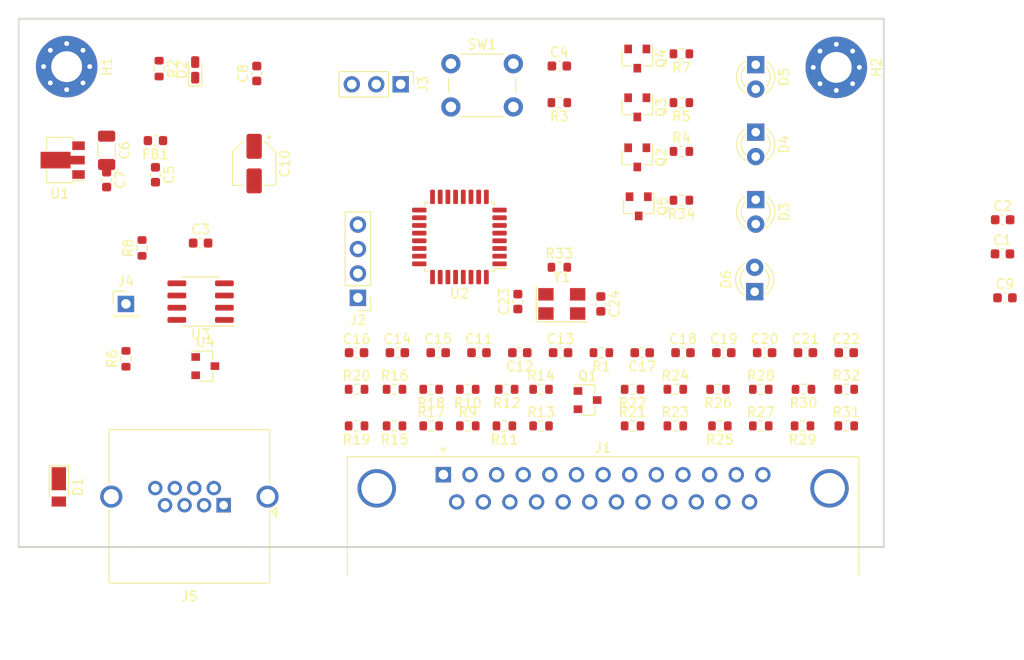
<source format=kicad_pcb>
(kicad_pcb (version 20171130) (host pcbnew "(5.1.8)-1")

  (general
    (thickness 1.6)
    (drawings 6)
    (tracks 0)
    (zones 0)
    (modules 83)
    (nets 66)
  )

  (page A4)
  (layers
    (0 F.Cu signal)
    (31 B.Cu signal)
    (32 B.Adhes user)
    (33 F.Adhes user)
    (34 B.Paste user)
    (35 F.Paste user)
    (36 B.SilkS user)
    (37 F.SilkS user)
    (38 B.Mask user)
    (39 F.Mask user)
    (40 Dwgs.User user)
    (41 Cmts.User user)
    (42 Eco1.User user)
    (43 Eco2.User user)
    (44 Edge.Cuts user)
    (45 Margin user)
    (46 B.CrtYd user)
    (47 F.CrtYd user)
    (48 B.Fab user)
    (49 F.Fab user)
  )

  (setup
    (last_trace_width 0.25)
    (trace_clearance 0.2)
    (zone_clearance 0.508)
    (zone_45_only no)
    (trace_min 0.2)
    (via_size 0.8)
    (via_drill 0.4)
    (via_min_size 0.4)
    (via_min_drill 0.3)
    (uvia_size 0.3)
    (uvia_drill 0.1)
    (uvias_allowed no)
    (uvia_min_size 0.2)
    (uvia_min_drill 0.1)
    (edge_width 0.05)
    (segment_width 0.2)
    (pcb_text_width 0.3)
    (pcb_text_size 1.5 1.5)
    (mod_edge_width 0.12)
    (mod_text_size 1 1)
    (mod_text_width 0.15)
    (pad_size 1.524 1.524)
    (pad_drill 0.762)
    (pad_to_mask_clearance 0)
    (aux_axis_origin 0 0)
    (grid_origin 177.8 143.764)
    (visible_elements 7FFFFFFF)
    (pcbplotparams
      (layerselection 0x010fc_ffffffff)
      (usegerberextensions false)
      (usegerberattributes true)
      (usegerberadvancedattributes true)
      (creategerberjobfile true)
      (excludeedgelayer true)
      (linewidth 0.100000)
      (plotframeref false)
      (viasonmask false)
      (mode 1)
      (useauxorigin false)
      (hpglpennumber 1)
      (hpglpenspeed 20)
      (hpglpendiameter 15.000000)
      (psnegative false)
      (psa4output false)
      (plotreference true)
      (plotvalue true)
      (plotinvisibletext false)
      (padsonsilk false)
      (subtractmaskfromsilk false)
      (outputformat 1)
      (mirror false)
      (drillshape 1)
      (scaleselection 1)
      (outputdirectory ""))
  )

  (net 0 "")
  (net 1 RESET)
  (net 2 ENC_A)
  (net 3 ENC_B)
  (net 4 +12V)
  (net 5 "Net-(D2-Pad2)")
  (net 6 "Net-(D3-Pad2)")
  (net 7 "Net-(D4-Pad2)")
  (net 8 "Net-(D5-Pad2)")
  (net 9 SWDIO)
  (net 10 SWCLK)
  (net 11 X100)
  (net 12 X10)
  (net 13 AXIS_C)
  (net 14 /sheet601EF97F/In)
  (net 15 /sheet601ED88E/In)
  (net 16 "Net-(Q1-Pad1)")
  (net 17 "Net-(Q2-Pad2)")
  (net 18 LED_A)
  (net 19 "Net-(Q3-Pad2)")
  (net 20 LED_B)
  (net 21 "Net-(Q4-Pad2)")
  (net 22 LED_C)
  (net 23 STOP)
  (net 24 IND)
  (net 25 USART1_TX)
  (net 26 USART1_RX)
  (net 27 POW)
  (net 28 "Net-(C6-Pad1)")
  (net 29 X1)
  (net 30 AXIS_X)
  (net 31 AXIS_Y)
  (net 32 AXIS_Z)
  (net 33 AXIS_A)
  (net 34 AXIS_B)
  (net 35 "Net-(C23-Pad1)")
  (net 36 "Net-(C24-Pad1)")
  (net 37 "Net-(D6-Pad2)")
  (net 38 "Net-(J4-Pad1)")
  (net 39 "Net-(J5-Pad6)")
  (net 40 "Net-(J5-Pad4)")
  (net 41 CAN_L)
  (net 42 "Net-(J5-Pad5)")
  (net 43 CAN_H)
  (net 44 "Net-(J1-Pad8)")
  (net 45 "Net-(Q5-Pad2)")
  (net 46 LED_D)
  (net 47 "Net-(R6-Pad1)")
  (net 48 /sheet60278576/In)
  (net 49 /sheet603499BE/In)
  (net 50 /sheet603603F0/In)
  (net 51 /sheet60382A0B/In)
  (net 52 /sheet60398AC6/In)
  (net 53 /sheet603AB73C/In)
  (net 54 /sheet603B0EF4/In)
  (net 55 /sheet603B693B/In)
  (net 56 /sheet603E1701/In)
  (net 57 /sheet603E7B14/In)
  (net 58 "Net-(R33-Pad1)")
  (net 59 "Net-(U3-Pad5)")
  (net 60 FDCAN_RX)
  (net 61 FDCAN_TX)
  (net 62 "Net-(J1-Pad22)")
  (net 63 "Net-(J1-Pad18)")
  (net 64 "Net-(J1-Pad6)")
  (net 65 "Net-(J1-Pad5)")

  (net_class Default "This is the default net class."
    (clearance 0.2)
    (trace_width 0.25)
    (via_dia 0.8)
    (via_drill 0.4)
    (uvia_dia 0.3)
    (uvia_drill 0.1)
    (add_net +12V)
    (add_net /sheet601ED88E/In)
    (add_net /sheet601EF97F/In)
    (add_net /sheet60278576/In)
    (add_net /sheet603499BE/In)
    (add_net /sheet603603F0/In)
    (add_net /sheet60382A0B/In)
    (add_net /sheet60398AC6/In)
    (add_net /sheet603AB73C/In)
    (add_net /sheet603B0EF4/In)
    (add_net /sheet603B693B/In)
    (add_net /sheet603E1701/In)
    (add_net /sheet603E7B14/In)
    (add_net AXIS_A)
    (add_net AXIS_B)
    (add_net AXIS_C)
    (add_net AXIS_X)
    (add_net AXIS_Y)
    (add_net AXIS_Z)
    (add_net CAN_H)
    (add_net CAN_L)
    (add_net ENC_A)
    (add_net ENC_B)
    (add_net FDCAN_RX)
    (add_net FDCAN_TX)
    (add_net IND)
    (add_net LED_A)
    (add_net LED_B)
    (add_net LED_C)
    (add_net LED_D)
    (add_net "Net-(C23-Pad1)")
    (add_net "Net-(C24-Pad1)")
    (add_net "Net-(C6-Pad1)")
    (add_net "Net-(D2-Pad2)")
    (add_net "Net-(D3-Pad2)")
    (add_net "Net-(D4-Pad2)")
    (add_net "Net-(D5-Pad2)")
    (add_net "Net-(D6-Pad2)")
    (add_net "Net-(J1-Pad18)")
    (add_net "Net-(J1-Pad22)")
    (add_net "Net-(J1-Pad5)")
    (add_net "Net-(J1-Pad6)")
    (add_net "Net-(J1-Pad8)")
    (add_net "Net-(J4-Pad1)")
    (add_net "Net-(J5-Pad4)")
    (add_net "Net-(J5-Pad5)")
    (add_net "Net-(J5-Pad6)")
    (add_net "Net-(Q1-Pad1)")
    (add_net "Net-(Q2-Pad2)")
    (add_net "Net-(Q3-Pad2)")
    (add_net "Net-(Q4-Pad2)")
    (add_net "Net-(Q5-Pad2)")
    (add_net "Net-(R33-Pad1)")
    (add_net "Net-(R6-Pad1)")
    (add_net "Net-(U3-Pad5)")
    (add_net POW)
    (add_net RESET)
    (add_net STOP)
    (add_net SWCLK)
    (add_net SWDIO)
    (add_net USART1_RX)
    (add_net USART1_TX)
    (add_net X1)
    (add_net X10)
    (add_net X100)
  )

  (module Package_QFP:LQFP-32_7x7mm_P0.8mm (layer F.Cu) (tedit 5D9F72AF) (tstamp 6016B431)
    (at 133.751 76.469 180)
    (descr "LQFP, 32 Pin (https://www.nxp.com/docs/en/package-information/SOT358-1.pdf), generated with kicad-footprint-generator ipc_gullwing_generator.py")
    (tags "LQFP QFP")
    (path /6032F7DF)
    (attr smd)
    (fp_text reference U2 (at 0 -5.88) (layer F.SilkS)
      (effects (font (size 1 1) (thickness 0.15)))
    )
    (fp_text value STM32G431K6Tx (at 0 5.88) (layer F.Fab)
      (effects (font (size 1 1) (thickness 0.15)))
    )
    (fp_line (start 5.18 3.3) (end 5.18 0) (layer F.CrtYd) (width 0.05))
    (fp_line (start 3.75 3.3) (end 5.18 3.3) (layer F.CrtYd) (width 0.05))
    (fp_line (start 3.75 3.75) (end 3.75 3.3) (layer F.CrtYd) (width 0.05))
    (fp_line (start 3.3 3.75) (end 3.75 3.75) (layer F.CrtYd) (width 0.05))
    (fp_line (start 3.3 5.18) (end 3.3 3.75) (layer F.CrtYd) (width 0.05))
    (fp_line (start 0 5.18) (end 3.3 5.18) (layer F.CrtYd) (width 0.05))
    (fp_line (start -5.18 3.3) (end -5.18 0) (layer F.CrtYd) (width 0.05))
    (fp_line (start -3.75 3.3) (end -5.18 3.3) (layer F.CrtYd) (width 0.05))
    (fp_line (start -3.75 3.75) (end -3.75 3.3) (layer F.CrtYd) (width 0.05))
    (fp_line (start -3.3 3.75) (end -3.75 3.75) (layer F.CrtYd) (width 0.05))
    (fp_line (start -3.3 5.18) (end -3.3 3.75) (layer F.CrtYd) (width 0.05))
    (fp_line (start 0 5.18) (end -3.3 5.18) (layer F.CrtYd) (width 0.05))
    (fp_line (start 5.18 -3.3) (end 5.18 0) (layer F.CrtYd) (width 0.05))
    (fp_line (start 3.75 -3.3) (end 5.18 -3.3) (layer F.CrtYd) (width 0.05))
    (fp_line (start 3.75 -3.75) (end 3.75 -3.3) (layer F.CrtYd) (width 0.05))
    (fp_line (start 3.3 -3.75) (end 3.75 -3.75) (layer F.CrtYd) (width 0.05))
    (fp_line (start 3.3 -5.18) (end 3.3 -3.75) (layer F.CrtYd) (width 0.05))
    (fp_line (start 0 -5.18) (end 3.3 -5.18) (layer F.CrtYd) (width 0.05))
    (fp_line (start -5.18 -3.3) (end -5.18 0) (layer F.CrtYd) (width 0.05))
    (fp_line (start -3.75 -3.3) (end -5.18 -3.3) (layer F.CrtYd) (width 0.05))
    (fp_line (start -3.75 -3.75) (end -3.75 -3.3) (layer F.CrtYd) (width 0.05))
    (fp_line (start -3.3 -3.75) (end -3.75 -3.75) (layer F.CrtYd) (width 0.05))
    (fp_line (start -3.3 -5.18) (end -3.3 -3.75) (layer F.CrtYd) (width 0.05))
    (fp_line (start 0 -5.18) (end -3.3 -5.18) (layer F.CrtYd) (width 0.05))
    (fp_line (start -3.5 -2.5) (end -2.5 -3.5) (layer F.Fab) (width 0.1))
    (fp_line (start -3.5 3.5) (end -3.5 -2.5) (layer F.Fab) (width 0.1))
    (fp_line (start 3.5 3.5) (end -3.5 3.5) (layer F.Fab) (width 0.1))
    (fp_line (start 3.5 -3.5) (end 3.5 3.5) (layer F.Fab) (width 0.1))
    (fp_line (start -2.5 -3.5) (end 3.5 -3.5) (layer F.Fab) (width 0.1))
    (fp_line (start -3.61 -3.31) (end -4.925 -3.31) (layer F.SilkS) (width 0.12))
    (fp_line (start -3.61 -3.61) (end -3.61 -3.31) (layer F.SilkS) (width 0.12))
    (fp_line (start -3.31 -3.61) (end -3.61 -3.61) (layer F.SilkS) (width 0.12))
    (fp_line (start 3.61 -3.61) (end 3.61 -3.31) (layer F.SilkS) (width 0.12))
    (fp_line (start 3.31 -3.61) (end 3.61 -3.61) (layer F.SilkS) (width 0.12))
    (fp_line (start -3.61 3.61) (end -3.61 3.31) (layer F.SilkS) (width 0.12))
    (fp_line (start -3.31 3.61) (end -3.61 3.61) (layer F.SilkS) (width 0.12))
    (fp_line (start 3.61 3.61) (end 3.61 3.31) (layer F.SilkS) (width 0.12))
    (fp_line (start 3.31 3.61) (end 3.61 3.61) (layer F.SilkS) (width 0.12))
    (fp_text user %R (at 0 0) (layer F.Fab)
      (effects (font (size 1 1) (thickness 0.15)))
    )
    (pad 32 smd roundrect (at -2.8 -4.175 180) (size 0.5 1.5) (layers F.Cu F.Paste F.Mask) (roundrect_rratio 0.25))
    (pad 31 smd roundrect (at -2 -4.175 180) (size 0.5 1.5) (layers F.Cu F.Paste F.Mask) (roundrect_rratio 0.25)
      (net 30 AXIS_X))
    (pad 30 smd roundrect (at -1.2 -4.175 180) (size 0.5 1.5) (layers F.Cu F.Paste F.Mask) (roundrect_rratio 0.25)
      (net 11 X100))
    (pad 29 smd roundrect (at -0.4 -4.175 180) (size 0.5 1.5) (layers F.Cu F.Paste F.Mask) (roundrect_rratio 0.25)
      (net 24 IND))
    (pad 28 smd roundrect (at 0.4 -4.175 180) (size 0.5 1.5) (layers F.Cu F.Paste F.Mask) (roundrect_rratio 0.25)
      (net 23 STOP))
    (pad 27 smd roundrect (at 1.2 -4.175 180) (size 0.5 1.5) (layers F.Cu F.Paste F.Mask) (roundrect_rratio 0.25)
      (net 12 X10))
    (pad 26 smd roundrect (at 2 -4.175 180) (size 0.5 1.5) (layers F.Cu F.Paste F.Mask) (roundrect_rratio 0.25)
      (net 29 X1))
    (pad 25 smd roundrect (at 2.8 -4.175 180) (size 0.5 1.5) (layers F.Cu F.Paste F.Mask) (roundrect_rratio 0.25)
      (net 13 AXIS_C))
    (pad 24 smd roundrect (at 4.175 -2.8 180) (size 1.5 0.5) (layers F.Cu F.Paste F.Mask) (roundrect_rratio 0.25)
      (net 10 SWCLK))
    (pad 23 smd roundrect (at 4.175 -2 180) (size 1.5 0.5) (layers F.Cu F.Paste F.Mask) (roundrect_rratio 0.25)
      (net 9 SWDIO))
    (pad 22 smd roundrect (at 4.175 -1.2 180) (size 1.5 0.5) (layers F.Cu F.Paste F.Mask) (roundrect_rratio 0.25)
      (net 61 FDCAN_TX))
    (pad 21 smd roundrect (at 4.175 -0.4 180) (size 1.5 0.5) (layers F.Cu F.Paste F.Mask) (roundrect_rratio 0.25)
      (net 60 FDCAN_RX))
    (pad 20 smd roundrect (at 4.175 0.4 180) (size 1.5 0.5) (layers F.Cu F.Paste F.Mask) (roundrect_rratio 0.25)
      (net 26 USART1_RX))
    (pad 19 smd roundrect (at 4.175 1.2 180) (size 1.5 0.5) (layers F.Cu F.Paste F.Mask) (roundrect_rratio 0.25)
      (net 25 USART1_TX))
    (pad 18 smd roundrect (at 4.175 2 180) (size 1.5 0.5) (layers F.Cu F.Paste F.Mask) (roundrect_rratio 0.25)
      (net 46 LED_D))
    (pad 17 smd roundrect (at 4.175 2.8 180) (size 1.5 0.5) (layers F.Cu F.Paste F.Mask) (roundrect_rratio 0.25))
    (pad 16 smd roundrect (at 2.8 4.175 180) (size 0.5 1.5) (layers F.Cu F.Paste F.Mask) (roundrect_rratio 0.25))
    (pad 15 smd roundrect (at 2 4.175 180) (size 0.5 1.5) (layers F.Cu F.Paste F.Mask) (roundrect_rratio 0.25))
    (pad 14 smd roundrect (at 1.2 4.175 180) (size 0.5 1.5) (layers F.Cu F.Paste F.Mask) (roundrect_rratio 0.25))
    (pad 13 smd roundrect (at 0.4 4.175 180) (size 0.5 1.5) (layers F.Cu F.Paste F.Mask) (roundrect_rratio 0.25)
      (net 22 LED_C))
    (pad 12 smd roundrect (at -0.4 4.175 180) (size 0.5 1.5) (layers F.Cu F.Paste F.Mask) (roundrect_rratio 0.25)
      (net 3 ENC_B))
    (pad 11 smd roundrect (at -1.2 4.175 180) (size 0.5 1.5) (layers F.Cu F.Paste F.Mask) (roundrect_rratio 0.25)
      (net 2 ENC_A))
    (pad 10 smd roundrect (at -2 4.175 180) (size 0.5 1.5) (layers F.Cu F.Paste F.Mask) (roundrect_rratio 0.25)
      (net 20 LED_B))
    (pad 9 smd roundrect (at -2.8 4.175 180) (size 0.5 1.5) (layers F.Cu F.Paste F.Mask) (roundrect_rratio 0.25)
      (net 18 LED_A))
    (pad 8 smd roundrect (at -4.175 2.8 180) (size 1.5 0.5) (layers F.Cu F.Paste F.Mask) (roundrect_rratio 0.25)
      (net 34 AXIS_B))
    (pad 7 smd roundrect (at -4.175 2 180) (size 1.5 0.5) (layers F.Cu F.Paste F.Mask) (roundrect_rratio 0.25)
      (net 33 AXIS_A))
    (pad 6 smd roundrect (at -4.175 1.2 180) (size 1.5 0.5) (layers F.Cu F.Paste F.Mask) (roundrect_rratio 0.25)
      (net 32 AXIS_Z))
    (pad 5 smd roundrect (at -4.175 0.4 180) (size 1.5 0.5) (layers F.Cu F.Paste F.Mask) (roundrect_rratio 0.25)
      (net 31 AXIS_Y))
    (pad 4 smd roundrect (at -4.175 -0.4 180) (size 1.5 0.5) (layers F.Cu F.Paste F.Mask) (roundrect_rratio 0.25)
      (net 1 RESET))
    (pad 3 smd roundrect (at -4.175 -1.2 180) (size 1.5 0.5) (layers F.Cu F.Paste F.Mask) (roundrect_rratio 0.25)
      (net 58 "Net-(R33-Pad1)"))
    (pad 2 smd roundrect (at -4.175 -2 180) (size 1.5 0.5) (layers F.Cu F.Paste F.Mask) (roundrect_rratio 0.25)
      (net 35 "Net-(C23-Pad1)"))
    (pad 1 smd roundrect (at -4.175 -2.8 180) (size 1.5 0.5) (layers F.Cu F.Paste F.Mask) (roundrect_rratio 0.25))
    (model ${KISYS3DMOD}/Package_QFP.3dshapes/LQFP-32_7x7mm_P0.8mm.wrl
      (at (xyz 0 0 0))
      (scale (xyz 1 1 1))
      (rotate (xyz 0 0 0))
    )
  )

  (module Connector_PinHeader_2.54mm:PinHeader_1x04_P2.54mm_Vertical (layer F.Cu) (tedit 59FED5CC) (tstamp 6016B13C)
    (at 123.19 82.804 180)
    (descr "Through hole straight pin header, 1x04, 2.54mm pitch, single row")
    (tags "Through hole pin header THT 1x04 2.54mm single row")
    (path /603641E7)
    (fp_text reference J2 (at 0 -2.33) (layer F.SilkS)
      (effects (font (size 1 1) (thickness 0.15)))
    )
    (fp_text value Conn_01x04_Male (at 0 9.95) (layer F.Fab)
      (effects (font (size 1 1) (thickness 0.15)))
    )
    (fp_line (start 1.8 -1.8) (end -1.8 -1.8) (layer F.CrtYd) (width 0.05))
    (fp_line (start 1.8 9.4) (end 1.8 -1.8) (layer F.CrtYd) (width 0.05))
    (fp_line (start -1.8 9.4) (end 1.8 9.4) (layer F.CrtYd) (width 0.05))
    (fp_line (start -1.8 -1.8) (end -1.8 9.4) (layer F.CrtYd) (width 0.05))
    (fp_line (start -1.33 -1.33) (end 0 -1.33) (layer F.SilkS) (width 0.12))
    (fp_line (start -1.33 0) (end -1.33 -1.33) (layer F.SilkS) (width 0.12))
    (fp_line (start -1.33 1.27) (end 1.33 1.27) (layer F.SilkS) (width 0.12))
    (fp_line (start 1.33 1.27) (end 1.33 8.95) (layer F.SilkS) (width 0.12))
    (fp_line (start -1.33 1.27) (end -1.33 8.95) (layer F.SilkS) (width 0.12))
    (fp_line (start -1.33 8.95) (end 1.33 8.95) (layer F.SilkS) (width 0.12))
    (fp_line (start -1.27 -0.635) (end -0.635 -1.27) (layer F.Fab) (width 0.1))
    (fp_line (start -1.27 8.89) (end -1.27 -0.635) (layer F.Fab) (width 0.1))
    (fp_line (start 1.27 8.89) (end -1.27 8.89) (layer F.Fab) (width 0.1))
    (fp_line (start 1.27 -1.27) (end 1.27 8.89) (layer F.Fab) (width 0.1))
    (fp_line (start -0.635 -1.27) (end 1.27 -1.27) (layer F.Fab) (width 0.1))
    (fp_text user %R (at 0 3.81 90) (layer F.Fab)
      (effects (font (size 1 1) (thickness 0.15)))
    )
    (pad 4 thru_hole oval (at 0 7.62 180) (size 1.7 1.7) (drill 1) (layers *.Cu *.Mask)
      (net 1 RESET))
    (pad 3 thru_hole oval (at 0 5.08 180) (size 1.7 1.7) (drill 1) (layers *.Cu *.Mask)
      (net 9 SWDIO))
    (pad 2 thru_hole oval (at 0 2.54 180) (size 1.7 1.7) (drill 1) (layers *.Cu *.Mask)
      (net 10 SWCLK))
    (pad 1 thru_hole rect (at 0 0 180) (size 1.7 1.7) (drill 1) (layers *.Cu *.Mask))
    (model ${KISYS3DMOD}/Connector_PinHeader_2.54mm.3dshapes/PinHeader_1x04_P2.54mm_Vertical.wrl
      (at (xyz 0 0 0))
      (scale (xyz 1 1 1))
      (rotate (xyz 0 0 0))
    )
  )

  (module Connector_Dsub:DSUB-25_Male_Horizontal_P2.77x2.84mm_EdgePinOffset7.70mm_Housed_MountingHolesOffset9.12mm (layer F.Cu) (tedit 59FEDEE2) (tstamp 6016B0F8)
    (at 132.08 101.219)
    (descr "25-pin D-Sub connector, horizontal/angled (90 deg), THT-mount, male, pitch 2.77x2.84mm, pin-PCB-offset 7.699999999999999mm, distance of mounting holes 47.1mm, distance of mounting holes to PCB edge 9.12mm, see https://disti-assets.s3.amazonaws.com/tonar/files/datasheets/16730.pdf")
    (tags "25-pin D-Sub connector horizontal angled 90deg THT male pitch 2.77x2.84mm pin-PCB-offset 7.699999999999999mm mounting-holes-distance 47.1mm mounting-hole-offset 47.1mm")
    (path /6062FD5E)
    (fp_text reference J1 (at 16.62 -2.8) (layer F.SilkS)
      (effects (font (size 1 1) (thickness 0.15)))
    )
    (fp_text value DB25_Male_MountingHoles (at 16.62 18.44) (layer F.Fab)
      (effects (font (size 1 1) (thickness 0.15)))
    )
    (fp_line (start 43.7 -2.35) (end -10.45 -2.35) (layer F.CrtYd) (width 0.05))
    (fp_line (start 43.7 17.45) (end 43.7 -2.35) (layer F.CrtYd) (width 0.05))
    (fp_line (start -10.45 17.45) (end 43.7 17.45) (layer F.CrtYd) (width 0.05))
    (fp_line (start -10.45 -2.35) (end -10.45 17.45) (layer F.CrtYd) (width 0.05))
    (fp_line (start 0 -2.321325) (end -0.25 -2.754338) (layer F.SilkS) (width 0.12))
    (fp_line (start 0.25 -2.754338) (end 0 -2.321325) (layer F.SilkS) (width 0.12))
    (fp_line (start -0.25 -2.754338) (end 0.25 -2.754338) (layer F.SilkS) (width 0.12))
    (fp_line (start 43.23 -1.86) (end 43.23 10.48) (layer F.SilkS) (width 0.12))
    (fp_line (start -9.99 -1.86) (end 43.23 -1.86) (layer F.SilkS) (width 0.12))
    (fp_line (start -9.99 10.48) (end -9.99 -1.86) (layer F.SilkS) (width 0.12))
    (fp_line (start 41.77 10.54) (end 41.77 1.42) (layer F.Fab) (width 0.1))
    (fp_line (start 38.57 10.54) (end 38.57 1.42) (layer F.Fab) (width 0.1))
    (fp_line (start -5.33 10.54) (end -5.33 1.42) (layer F.Fab) (width 0.1))
    (fp_line (start -8.53 10.54) (end -8.53 1.42) (layer F.Fab) (width 0.1))
    (fp_line (start 42.67 10.94) (end 37.67 10.94) (layer F.Fab) (width 0.1))
    (fp_line (start 42.67 15.94) (end 42.67 10.94) (layer F.Fab) (width 0.1))
    (fp_line (start 37.67 15.94) (end 42.67 15.94) (layer F.Fab) (width 0.1))
    (fp_line (start 37.67 10.94) (end 37.67 15.94) (layer F.Fab) (width 0.1))
    (fp_line (start -4.43 10.94) (end -9.43 10.94) (layer F.Fab) (width 0.1))
    (fp_line (start -4.43 15.94) (end -4.43 10.94) (layer F.Fab) (width 0.1))
    (fp_line (start -9.43 15.94) (end -4.43 15.94) (layer F.Fab) (width 0.1))
    (fp_line (start -9.43 10.94) (end -9.43 15.94) (layer F.Fab) (width 0.1))
    (fp_line (start 35.77 10.94) (end -2.53 10.94) (layer F.Fab) (width 0.1))
    (fp_line (start 35.77 16.94) (end 35.77 10.94) (layer F.Fab) (width 0.1))
    (fp_line (start -2.53 16.94) (end 35.77 16.94) (layer F.Fab) (width 0.1))
    (fp_line (start -2.53 10.94) (end -2.53 16.94) (layer F.Fab) (width 0.1))
    (fp_line (start 43.17 10.54) (end -9.93 10.54) (layer F.Fab) (width 0.1))
    (fp_line (start 43.17 10.94) (end 43.17 10.54) (layer F.Fab) (width 0.1))
    (fp_line (start -9.93 10.94) (end 43.17 10.94) (layer F.Fab) (width 0.1))
    (fp_line (start -9.93 10.54) (end -9.93 10.94) (layer F.Fab) (width 0.1))
    (fp_line (start 43.17 -1.8) (end -9.93 -1.8) (layer F.Fab) (width 0.1))
    (fp_line (start 43.17 10.54) (end 43.17 -1.8) (layer F.Fab) (width 0.1))
    (fp_line (start -9.93 10.54) (end 43.17 10.54) (layer F.Fab) (width 0.1))
    (fp_line (start -9.93 -1.8) (end -9.93 10.54) (layer F.Fab) (width 0.1))
    (fp_text user %R (at 16.62 13.94) (layer F.Fab)
      (effects (font (size 1 1) (thickness 0.15)))
    )
    (fp_arc (start 40.17 1.42) (end 38.57 1.42) (angle 180) (layer F.Fab) (width 0.1))
    (fp_arc (start -6.93 1.42) (end -8.53 1.42) (angle 180) (layer F.Fab) (width 0.1))
    (pad 0 thru_hole circle (at 40.17 1.42) (size 4 4) (drill 3.2) (layers *.Cu *.Mask))
    (pad 0 thru_hole circle (at -6.93 1.42) (size 4 4) (drill 3.2) (layers *.Cu *.Mask))
    (pad 25 thru_hole circle (at 31.855 2.84) (size 1.6 1.6) (drill 1) (layers *.Cu *.Mask))
    (pad 24 thru_hole circle (at 29.085 2.84) (size 1.6 1.6) (drill 1) (layers *.Cu *.Mask))
    (pad 23 thru_hole circle (at 26.315 2.84) (size 1.6 1.6) (drill 1) (layers *.Cu *.Mask))
    (pad 22 thru_hole circle (at 23.545 2.84) (size 1.6 1.6) (drill 1) (layers *.Cu *.Mask)
      (net 62 "Net-(J1-Pad22)"))
    (pad 21 thru_hole circle (at 20.775 2.84) (size 1.6 1.6) (drill 1) (layers *.Cu *.Mask)
      (net 52 /sheet60398AC6/In))
    (pad 20 thru_hole circle (at 18.005 2.84) (size 1.6 1.6) (drill 1) (layers *.Cu *.Mask))
    (pad 19 thru_hole circle (at 15.235 2.84) (size 1.6 1.6) (drill 1) (layers *.Cu *.Mask)
      (net 48 /sheet60278576/In))
    (pad 18 thru_hole circle (at 12.465 2.84) (size 1.6 1.6) (drill 1) (layers *.Cu *.Mask)
      (net 63 "Net-(J1-Pad18)"))
    (pad 17 thru_hole circle (at 9.695 2.84) (size 1.6 1.6) (drill 1) (layers *.Cu *.Mask))
    (pad 16 thru_hole circle (at 6.925 2.84) (size 1.6 1.6) (drill 1) (layers *.Cu *.Mask)
      (net 50 /sheet603603F0/In))
    (pad 15 thru_hole circle (at 4.155 2.84) (size 1.6 1.6) (drill 1) (layers *.Cu *.Mask)
      (net 49 /sheet603499BE/In))
    (pad 14 thru_hole circle (at 1.385 2.84) (size 1.6 1.6) (drill 1) (layers *.Cu *.Mask)
      (net 51 /sheet60382A0B/In))
    (pad 13 thru_hole circle (at 33.24 0) (size 1.6 1.6) (drill 1) (layers *.Cu *.Mask)
      (net 57 /sheet603E7B14/In))
    (pad 12 thru_hole circle (at 30.47 0) (size 1.6 1.6) (drill 1) (layers *.Cu *.Mask)
      (net 56 /sheet603E1701/In))
    (pad 11 thru_hole circle (at 27.7 0) (size 1.6 1.6) (drill 1) (layers *.Cu *.Mask)
      (net 55 /sheet603B693B/In))
    (pad 10 thru_hole circle (at 24.93 0) (size 1.6 1.6) (drill 1) (layers *.Cu *.Mask)
      (net 54 /sheet603B0EF4/In))
    (pad 9 thru_hole circle (at 22.16 0) (size 1.6 1.6) (drill 1) (layers *.Cu *.Mask)
      (net 53 /sheet603AB73C/In))
    (pad 8 thru_hole circle (at 19.39 0) (size 1.6 1.6) (drill 1) (layers *.Cu *.Mask)
      (net 44 "Net-(J1-Pad8)"))
    (pad 7 thru_hole circle (at 16.62 0) (size 1.6 1.6) (drill 1) (layers *.Cu *.Mask)
      (net 4 +12V))
    (pad 6 thru_hole circle (at 13.85 0) (size 1.6 1.6) (drill 1) (layers *.Cu *.Mask)
      (net 64 "Net-(J1-Pad6)"))
    (pad 5 thru_hole circle (at 11.08 0) (size 1.6 1.6) (drill 1) (layers *.Cu *.Mask)
      (net 65 "Net-(J1-Pad5)"))
    (pad 4 thru_hole circle (at 8.31 0) (size 1.6 1.6) (drill 1) (layers *.Cu *.Mask)
      (net 14 /sheet601EF97F/In))
    (pad 3 thru_hole circle (at 5.54 0) (size 1.6 1.6) (drill 1) (layers *.Cu *.Mask)
      (net 15 /sheet601ED88E/In))
    (pad 2 thru_hole circle (at 2.77 0) (size 1.6 1.6) (drill 1) (layers *.Cu *.Mask))
    (pad 1 thru_hole rect (at 0 0) (size 1.6 1.6) (drill 1) (layers *.Cu *.Mask))
    (model ${KISYS3DMOD}/Connector_Dsub.3dshapes/DSUB-25_Male_Horizontal_P2.77x2.84mm_EdgePinOffset7.70mm_Housed_MountingHolesOffset9.12mm.wrl
      (at (xyz 0 0 0))
      (scale (xyz 1 1 1))
      (rotate (xyz 0 0 0))
    )
  )

  (module LED_THT:LED_D3.0mm (layer F.Cu) (tedit 587A3A7B) (tstamp 601B91AB)
    (at 164.465 82.169 90)
    (descr "LED, diameter 3.0mm, 2 pins")
    (tags "LED diameter 3.0mm 2 pins")
    (path /60505863)
    (fp_text reference D6 (at 1.27 -2.96 90) (layer F.SilkS)
      (effects (font (size 1 1) (thickness 0.15)))
    )
    (fp_text value LED (at 1.27 2.96 90) (layer F.Fab)
      (effects (font (size 1 1) (thickness 0.15)))
    )
    (fp_line (start 3.7 -2.25) (end -1.15 -2.25) (layer F.CrtYd) (width 0.05))
    (fp_line (start 3.7 2.25) (end 3.7 -2.25) (layer F.CrtYd) (width 0.05))
    (fp_line (start -1.15 2.25) (end 3.7 2.25) (layer F.CrtYd) (width 0.05))
    (fp_line (start -1.15 -2.25) (end -1.15 2.25) (layer F.CrtYd) (width 0.05))
    (fp_line (start -0.29 1.08) (end -0.29 1.236) (layer F.SilkS) (width 0.12))
    (fp_line (start -0.29 -1.236) (end -0.29 -1.08) (layer F.SilkS) (width 0.12))
    (fp_line (start -0.23 -1.16619) (end -0.23 1.16619) (layer F.Fab) (width 0.1))
    (fp_circle (center 1.27 0) (end 2.77 0) (layer F.Fab) (width 0.1))
    (fp_arc (start 1.27 0) (end 0.229039 1.08) (angle -87.9) (layer F.SilkS) (width 0.12))
    (fp_arc (start 1.27 0) (end 0.229039 -1.08) (angle 87.9) (layer F.SilkS) (width 0.12))
    (fp_arc (start 1.27 0) (end -0.29 1.235516) (angle -108.8) (layer F.SilkS) (width 0.12))
    (fp_arc (start 1.27 0) (end -0.29 -1.235516) (angle 108.8) (layer F.SilkS) (width 0.12))
    (fp_arc (start 1.27 0) (end -0.23 -1.16619) (angle 284.3) (layer F.Fab) (width 0.1))
    (pad 2 thru_hole circle (at 2.54 0 90) (size 1.8 1.8) (drill 0.9) (layers *.Cu *.Mask)
      (net 37 "Net-(D6-Pad2)"))
    (pad 1 thru_hole rect (at 0 0 90) (size 1.8 1.8) (drill 0.9) (layers *.Cu *.Mask))
    (model ${KISYS3DMOD}/LED_THT.3dshapes/LED_D3.0mm.wrl
      (at (xyz 0 0 0))
      (scale (xyz 1 1 1))
      (rotate (xyz 0 0 0))
    )
  )

  (module Capacitor_SMD:CP_Elec_4x5.8 (layer F.Cu) (tedit 5BCA39CF) (tstamp 6016B01E)
    (at 112.395 68.834 270)
    (descr "SMD capacitor, aluminum electrolytic, Panasonic, 4.0x5.8mm")
    (tags "capacitor electrolytic")
    (path /6017CB43)
    (attr smd)
    (fp_text reference C10 (at 0 -3.2 90) (layer F.SilkS)
      (effects (font (size 1 1) (thickness 0.15)))
    )
    (fp_text value 10u (at 0 3.2 90) (layer F.Fab)
      (effects (font (size 1 1) (thickness 0.15)))
    )
    (fp_line (start -3.35 1.05) (end -2.4 1.05) (layer F.CrtYd) (width 0.05))
    (fp_line (start -3.35 -1.05) (end -3.35 1.05) (layer F.CrtYd) (width 0.05))
    (fp_line (start -2.4 -1.05) (end -3.35 -1.05) (layer F.CrtYd) (width 0.05))
    (fp_line (start -2.4 1.05) (end -2.4 1.25) (layer F.CrtYd) (width 0.05))
    (fp_line (start -2.4 -1.25) (end -2.4 -1.05) (layer F.CrtYd) (width 0.05))
    (fp_line (start -2.4 -1.25) (end -1.25 -2.4) (layer F.CrtYd) (width 0.05))
    (fp_line (start -2.4 1.25) (end -1.25 2.4) (layer F.CrtYd) (width 0.05))
    (fp_line (start -1.25 -2.4) (end 2.4 -2.4) (layer F.CrtYd) (width 0.05))
    (fp_line (start -1.25 2.4) (end 2.4 2.4) (layer F.CrtYd) (width 0.05))
    (fp_line (start 2.4 1.05) (end 2.4 2.4) (layer F.CrtYd) (width 0.05))
    (fp_line (start 3.35 1.05) (end 2.4 1.05) (layer F.CrtYd) (width 0.05))
    (fp_line (start 3.35 -1.05) (end 3.35 1.05) (layer F.CrtYd) (width 0.05))
    (fp_line (start 2.4 -1.05) (end 3.35 -1.05) (layer F.CrtYd) (width 0.05))
    (fp_line (start 2.4 -2.4) (end 2.4 -1.05) (layer F.CrtYd) (width 0.05))
    (fp_line (start -2.75 -1.81) (end -2.75 -1.31) (layer F.SilkS) (width 0.12))
    (fp_line (start -3 -1.56) (end -2.5 -1.56) (layer F.SilkS) (width 0.12))
    (fp_line (start -2.26 1.195563) (end -1.195563 2.26) (layer F.SilkS) (width 0.12))
    (fp_line (start -2.26 -1.195563) (end -1.195563 -2.26) (layer F.SilkS) (width 0.12))
    (fp_line (start -2.26 -1.195563) (end -2.26 -1.06) (layer F.SilkS) (width 0.12))
    (fp_line (start -2.26 1.195563) (end -2.26 1.06) (layer F.SilkS) (width 0.12))
    (fp_line (start -1.195563 2.26) (end 2.26 2.26) (layer F.SilkS) (width 0.12))
    (fp_line (start -1.195563 -2.26) (end 2.26 -2.26) (layer F.SilkS) (width 0.12))
    (fp_line (start 2.26 -2.26) (end 2.26 -1.06) (layer F.SilkS) (width 0.12))
    (fp_line (start 2.26 2.26) (end 2.26 1.06) (layer F.SilkS) (width 0.12))
    (fp_line (start -1.374773 -1.2) (end -1.374773 -0.8) (layer F.Fab) (width 0.1))
    (fp_line (start -1.574773 -1) (end -1.174773 -1) (layer F.Fab) (width 0.1))
    (fp_line (start -2.15 1.15) (end -1.15 2.15) (layer F.Fab) (width 0.1))
    (fp_line (start -2.15 -1.15) (end -1.15 -2.15) (layer F.Fab) (width 0.1))
    (fp_line (start -2.15 -1.15) (end -2.15 1.15) (layer F.Fab) (width 0.1))
    (fp_line (start -1.15 2.15) (end 2.15 2.15) (layer F.Fab) (width 0.1))
    (fp_line (start -1.15 -2.15) (end 2.15 -2.15) (layer F.Fab) (width 0.1))
    (fp_line (start 2.15 -2.15) (end 2.15 2.15) (layer F.Fab) (width 0.1))
    (fp_circle (center 0 0) (end 2 0) (layer F.Fab) (width 0.1))
    (fp_text user %R (at 0 0 90) (layer F.Fab)
      (effects (font (size 0.8 0.8) (thickness 0.12)))
    )
    (pad 2 smd roundrect (at 1.8 0 270) (size 2.6 1.6) (layers F.Cu F.Paste F.Mask) (roundrect_rratio 0.15625))
    (pad 1 smd roundrect (at -1.8 0 270) (size 2.6 1.6) (layers F.Cu F.Paste F.Mask) (roundrect_rratio 0.15625))
    (model ${KISYS3DMOD}/Capacitor_SMD.3dshapes/CP_Elec_4x5.8.wrl
      (at (xyz 0 0 0))
      (scale (xyz 1 1 1))
      (rotate (xyz 0 0 0))
    )
  )

  (module Capacitor_SMD:C_0603_1608Metric (layer F.Cu) (tedit 5F68FEEE) (tstamp 6016AFFC)
    (at 112.669 59.451 90)
    (descr "Capacitor SMD 0603 (1608 Metric), square (rectangular) end terminal, IPC_7351 nominal, (Body size source: IPC-SM-782 page 76, https://www.pcb-3d.com/wordpress/wp-content/uploads/ipc-sm-782a_amendment_1_and_2.pdf), generated with kicad-footprint-generator")
    (tags capacitor)
    (path /6017CB53)
    (attr smd)
    (fp_text reference C8 (at 0 -1.43 90) (layer F.SilkS)
      (effects (font (size 1 1) (thickness 0.15)))
    )
    (fp_text value 100n (at 0 1.43 90) (layer F.Fab)
      (effects (font (size 1 1) (thickness 0.15)))
    )
    (fp_line (start 1.48 0.73) (end -1.48 0.73) (layer F.CrtYd) (width 0.05))
    (fp_line (start 1.48 -0.73) (end 1.48 0.73) (layer F.CrtYd) (width 0.05))
    (fp_line (start -1.48 -0.73) (end 1.48 -0.73) (layer F.CrtYd) (width 0.05))
    (fp_line (start -1.48 0.73) (end -1.48 -0.73) (layer F.CrtYd) (width 0.05))
    (fp_line (start -0.14058 0.51) (end 0.14058 0.51) (layer F.SilkS) (width 0.12))
    (fp_line (start -0.14058 -0.51) (end 0.14058 -0.51) (layer F.SilkS) (width 0.12))
    (fp_line (start 0.8 0.4) (end -0.8 0.4) (layer F.Fab) (width 0.1))
    (fp_line (start 0.8 -0.4) (end 0.8 0.4) (layer F.Fab) (width 0.1))
    (fp_line (start -0.8 -0.4) (end 0.8 -0.4) (layer F.Fab) (width 0.1))
    (fp_line (start -0.8 0.4) (end -0.8 -0.4) (layer F.Fab) (width 0.1))
    (fp_text user %R (at 0 0 90) (layer F.Fab)
      (effects (font (size 0.4 0.4) (thickness 0.06)))
    )
    (pad 2 smd roundrect (at 0.775 0 90) (size 0.9 0.95) (layers F.Cu F.Paste F.Mask) (roundrect_rratio 0.25))
    (pad 1 smd roundrect (at -0.775 0 90) (size 0.9 0.95) (layers F.Cu F.Paste F.Mask) (roundrect_rratio 0.25)
      (net 28 "Net-(C6-Pad1)"))
    (model ${KISYS3DMOD}/Capacitor_SMD.3dshapes/C_0603_1608Metric.wrl
      (at (xyz 0 0 0))
      (scale (xyz 1 1 1))
      (rotate (xyz 0 0 0))
    )
  )

  (module Capacitor_SMD:C_1206_3216Metric (layer F.Cu) (tedit 5F68FEEE) (tstamp 6016AFC3)
    (at 97.048 67.452 270)
    (descr "Capacitor SMD 1206 (3216 Metric), square (rectangular) end terminal, IPC_7351 nominal, (Body size source: IPC-SM-782 page 76, https://www.pcb-3d.com/wordpress/wp-content/uploads/ipc-sm-782a_amendment_1_and_2.pdf), generated with kicad-footprint-generator")
    (tags capacitor)
    (path /6017CB7E)
    (attr smd)
    (fp_text reference C6 (at 0 -1.85 90) (layer F.SilkS)
      (effects (font (size 1 1) (thickness 0.15)))
    )
    (fp_text value 22u (at 0 1.85 90) (layer F.Fab)
      (effects (font (size 1 1) (thickness 0.15)))
    )
    (fp_line (start 2.3 1.15) (end -2.3 1.15) (layer F.CrtYd) (width 0.05))
    (fp_line (start 2.3 -1.15) (end 2.3 1.15) (layer F.CrtYd) (width 0.05))
    (fp_line (start -2.3 -1.15) (end 2.3 -1.15) (layer F.CrtYd) (width 0.05))
    (fp_line (start -2.3 1.15) (end -2.3 -1.15) (layer F.CrtYd) (width 0.05))
    (fp_line (start -0.711252 0.91) (end 0.711252 0.91) (layer F.SilkS) (width 0.12))
    (fp_line (start -0.711252 -0.91) (end 0.711252 -0.91) (layer F.SilkS) (width 0.12))
    (fp_line (start 1.6 0.8) (end -1.6 0.8) (layer F.Fab) (width 0.1))
    (fp_line (start 1.6 -0.8) (end 1.6 0.8) (layer F.Fab) (width 0.1))
    (fp_line (start -1.6 -0.8) (end 1.6 -0.8) (layer F.Fab) (width 0.1))
    (fp_line (start -1.6 0.8) (end -1.6 -0.8) (layer F.Fab) (width 0.1))
    (fp_text user %R (at 0 0 90) (layer F.Fab)
      (effects (font (size 0.8 0.8) (thickness 0.12)))
    )
    (pad 2 smd roundrect (at 1.475 0 270) (size 1.15 1.8) (layers F.Cu F.Paste F.Mask) (roundrect_rratio 0.217391))
    (pad 1 smd roundrect (at -1.475 0 270) (size 1.15 1.8) (layers F.Cu F.Paste F.Mask) (roundrect_rratio 0.217391)
      (net 28 "Net-(C6-Pad1)"))
    (model ${KISYS3DMOD}/Capacitor_SMD.3dshapes/C_1206_3216Metric.wrl
      (at (xyz 0 0 0))
      (scale (xyz 1 1 1))
      (rotate (xyz 0 0 0))
    )
  )

  (module Capacitor_SMD:C_0603_1608Metric (layer F.Cu) (tedit 5F68FEEE) (tstamp 6016AFB2)
    (at 102.128 69.992 270)
    (descr "Capacitor SMD 0603 (1608 Metric), square (rectangular) end terminal, IPC_7351 nominal, (Body size source: IPC-SM-782 page 76, https://www.pcb-3d.com/wordpress/wp-content/uploads/ipc-sm-782a_amendment_1_and_2.pdf), generated with kicad-footprint-generator")
    (tags capacitor)
    (path /60471384)
    (attr smd)
    (fp_text reference C5 (at 0 -1.43 90) (layer F.SilkS)
      (effects (font (size 1 1) (thickness 0.15)))
    )
    (fp_text value 100n (at 0 1.43 90) (layer F.Fab)
      (effects (font (size 1 1) (thickness 0.15)))
    )
    (fp_line (start 1.48 0.73) (end -1.48 0.73) (layer F.CrtYd) (width 0.05))
    (fp_line (start 1.48 -0.73) (end 1.48 0.73) (layer F.CrtYd) (width 0.05))
    (fp_line (start -1.48 -0.73) (end 1.48 -0.73) (layer F.CrtYd) (width 0.05))
    (fp_line (start -1.48 0.73) (end -1.48 -0.73) (layer F.CrtYd) (width 0.05))
    (fp_line (start -0.14058 0.51) (end 0.14058 0.51) (layer F.SilkS) (width 0.12))
    (fp_line (start -0.14058 -0.51) (end 0.14058 -0.51) (layer F.SilkS) (width 0.12))
    (fp_line (start 0.8 0.4) (end -0.8 0.4) (layer F.Fab) (width 0.1))
    (fp_line (start 0.8 -0.4) (end 0.8 0.4) (layer F.Fab) (width 0.1))
    (fp_line (start -0.8 -0.4) (end 0.8 -0.4) (layer F.Fab) (width 0.1))
    (fp_line (start -0.8 0.4) (end -0.8 -0.4) (layer F.Fab) (width 0.1))
    (fp_text user %R (at 0 0 90) (layer F.Fab)
      (effects (font (size 0.4 0.4) (thickness 0.06)))
    )
    (pad 2 smd roundrect (at 0.775 0 270) (size 0.9 0.95) (layers F.Cu F.Paste F.Mask) (roundrect_rratio 0.25))
    (pad 1 smd roundrect (at -0.775 0 270) (size 0.9 0.95) (layers F.Cu F.Paste F.Mask) (roundrect_rratio 0.25))
    (model ${KISYS3DMOD}/Capacitor_SMD.3dshapes/C_0603_1608Metric.wrl
      (at (xyz 0 0 0))
      (scale (xyz 1 1 1))
      (rotate (xyz 0 0 0))
    )
  )

  (module Crystal:Crystal_SMD_5032-4Pin_5.0x3.2mm (layer F.Cu) (tedit 5A0FD1B2) (tstamp 601ADC88)
    (at 144.399 83.439)
    (descr "SMD Crystal SERIES SMD2520/4 http://www.icbase.com/File/PDF/HKC/HKC00061008.pdf, 5.0x3.2mm^2 package")
    (tags "SMD SMT crystal")
    (path /6053B46B)
    (attr smd)
    (fp_text reference Y1 (at 0 -2.8) (layer F.SilkS)
      (effects (font (size 1 1) (thickness 0.15)))
    )
    (fp_text value 8MHz (at 0 2.8) (layer F.Fab)
      (effects (font (size 1 1) (thickness 0.15)))
    )
    (fp_line (start 2.8 -1.9) (end -2.8 -1.9) (layer F.CrtYd) (width 0.05))
    (fp_line (start 2.8 1.9) (end 2.8 -1.9) (layer F.CrtYd) (width 0.05))
    (fp_line (start -2.8 1.9) (end 2.8 1.9) (layer F.CrtYd) (width 0.05))
    (fp_line (start -2.8 -1.9) (end -2.8 1.9) (layer F.CrtYd) (width 0.05))
    (fp_line (start -2.65 1.85) (end 2.65 1.85) (layer F.SilkS) (width 0.12))
    (fp_line (start -2.65 -1.85) (end -2.65 1.85) (layer F.SilkS) (width 0.12))
    (fp_line (start -2.5 0.6) (end -1.5 1.6) (layer F.Fab) (width 0.1))
    (fp_line (start -2.5 -1.4) (end -2.3 -1.6) (layer F.Fab) (width 0.1))
    (fp_line (start -2.5 1.4) (end -2.5 -1.4) (layer F.Fab) (width 0.1))
    (fp_line (start -2.3 1.6) (end -2.5 1.4) (layer F.Fab) (width 0.1))
    (fp_line (start 2.3 1.6) (end -2.3 1.6) (layer F.Fab) (width 0.1))
    (fp_line (start 2.5 1.4) (end 2.3 1.6) (layer F.Fab) (width 0.1))
    (fp_line (start 2.5 -1.4) (end 2.5 1.4) (layer F.Fab) (width 0.1))
    (fp_line (start 2.3 -1.6) (end 2.5 -1.4) (layer F.Fab) (width 0.1))
    (fp_line (start -2.3 -1.6) (end 2.3 -1.6) (layer F.Fab) (width 0.1))
    (fp_text user %R (at 0 0) (layer F.Fab)
      (effects (font (size 1 1) (thickness 0.15)))
    )
    (pad 4 smd rect (at -1.65 -1) (size 1.6 1.3) (layers F.Cu F.Paste F.Mask))
    (pad 3 smd rect (at 1.65 -1) (size 1.6 1.3) (layers F.Cu F.Paste F.Mask)
      (net 36 "Net-(C24-Pad1)"))
    (pad 2 smd rect (at 1.65 1) (size 1.6 1.3) (layers F.Cu F.Paste F.Mask))
    (pad 1 smd rect (at -1.65 1) (size 1.6 1.3) (layers F.Cu F.Paste F.Mask)
      (net 35 "Net-(C23-Pad1)"))
    (model ${KISYS3DMOD}/Crystal.3dshapes/Crystal_SMD_5032-4Pin_5.0x3.2mm.wrl
      (at (xyz 0 0 0))
      (scale (xyz 1 1 1))
      (rotate (xyz 0 0 0))
    )
  )

  (module Package_TO_SOT_SMD:SOT-23 (layer F.Cu) (tedit 5A02FF57) (tstamp 601ADC70)
    (at 107.315 89.916)
    (descr "SOT-23, Standard")
    (tags SOT-23)
    (path /602329BA)
    (attr smd)
    (fp_text reference U4 (at 0 -2.5) (layer F.SilkS)
      (effects (font (size 1 1) (thickness 0.15)))
    )
    (fp_text value ESDCAN24-2BLY (at 0 2.5) (layer F.Fab)
      (effects (font (size 1 1) (thickness 0.15)))
    )
    (fp_line (start 0.76 1.58) (end -0.7 1.58) (layer F.SilkS) (width 0.12))
    (fp_line (start 0.76 -1.58) (end -1.4 -1.58) (layer F.SilkS) (width 0.12))
    (fp_line (start -1.7 1.75) (end -1.7 -1.75) (layer F.CrtYd) (width 0.05))
    (fp_line (start 1.7 1.75) (end -1.7 1.75) (layer F.CrtYd) (width 0.05))
    (fp_line (start 1.7 -1.75) (end 1.7 1.75) (layer F.CrtYd) (width 0.05))
    (fp_line (start -1.7 -1.75) (end 1.7 -1.75) (layer F.CrtYd) (width 0.05))
    (fp_line (start 0.76 -1.58) (end 0.76 -0.65) (layer F.SilkS) (width 0.12))
    (fp_line (start 0.76 1.58) (end 0.76 0.65) (layer F.SilkS) (width 0.12))
    (fp_line (start -0.7 1.52) (end 0.7 1.52) (layer F.Fab) (width 0.1))
    (fp_line (start 0.7 -1.52) (end 0.7 1.52) (layer F.Fab) (width 0.1))
    (fp_line (start -0.7 -0.95) (end -0.15 -1.52) (layer F.Fab) (width 0.1))
    (fp_line (start -0.15 -1.52) (end 0.7 -1.52) (layer F.Fab) (width 0.1))
    (fp_line (start -0.7 -0.95) (end -0.7 1.5) (layer F.Fab) (width 0.1))
    (fp_text user %R (at 0 0 90) (layer F.Fab)
      (effects (font (size 0.5 0.5) (thickness 0.075)))
    )
    (pad 3 smd rect (at 1 0) (size 0.9 0.8) (layers F.Cu F.Paste F.Mask))
    (pad 2 smd rect (at -1 0.95) (size 0.9 0.8) (layers F.Cu F.Paste F.Mask)
      (net 43 CAN_H))
    (pad 1 smd rect (at -1 -0.95) (size 0.9 0.8) (layers F.Cu F.Paste F.Mask)
      (net 41 CAN_L))
    (model ${KISYS3DMOD}/Package_TO_SOT_SMD.3dshapes/SOT-23.wrl
      (at (xyz 0 0 0))
      (scale (xyz 1 1 1))
      (rotate (xyz 0 0 0))
    )
  )

  (module Resistor_SMD:R_0603_1608Metric (layer F.Cu) (tedit 5F68FEEE) (tstamp 601B9179)
    (at 156.845 72.644 180)
    (descr "Resistor SMD 0603 (1608 Metric), square (rectangular) end terminal, IPC_7351 nominal, (Body size source: IPC-SM-782 page 72, https://www.pcb-3d.com/wordpress/wp-content/uploads/ipc-sm-782a_amendment_1_and_2.pdf), generated with kicad-footprint-generator")
    (tags resistor)
    (path /60505881)
    (attr smd)
    (fp_text reference R34 (at 0 -1.43) (layer F.SilkS)
      (effects (font (size 1 1) (thickness 0.15)))
    )
    (fp_text value 47 (at 0 1.43) (layer F.Fab)
      (effects (font (size 1 1) (thickness 0.15)))
    )
    (fp_line (start 1.48 0.73) (end -1.48 0.73) (layer F.CrtYd) (width 0.05))
    (fp_line (start 1.48 -0.73) (end 1.48 0.73) (layer F.CrtYd) (width 0.05))
    (fp_line (start -1.48 -0.73) (end 1.48 -0.73) (layer F.CrtYd) (width 0.05))
    (fp_line (start -1.48 0.73) (end -1.48 -0.73) (layer F.CrtYd) (width 0.05))
    (fp_line (start -0.237258 0.5225) (end 0.237258 0.5225) (layer F.SilkS) (width 0.12))
    (fp_line (start -0.237258 -0.5225) (end 0.237258 -0.5225) (layer F.SilkS) (width 0.12))
    (fp_line (start 0.8 0.4125) (end -0.8 0.4125) (layer F.Fab) (width 0.1))
    (fp_line (start 0.8 -0.4125) (end 0.8 0.4125) (layer F.Fab) (width 0.1))
    (fp_line (start -0.8 -0.4125) (end 0.8 -0.4125) (layer F.Fab) (width 0.1))
    (fp_line (start -0.8 0.4125) (end -0.8 -0.4125) (layer F.Fab) (width 0.1))
    (fp_text user %R (at 0 0) (layer F.Fab)
      (effects (font (size 0.4 0.4) (thickness 0.06)))
    )
    (pad 2 smd roundrect (at 0.825 0 180) (size 0.8 0.95) (layers F.Cu F.Paste F.Mask) (roundrect_rratio 0.25)
      (net 45 "Net-(Q5-Pad2)"))
    (pad 1 smd roundrect (at -0.825 0 180) (size 0.8 0.95) (layers F.Cu F.Paste F.Mask) (roundrect_rratio 0.25)
      (net 37 "Net-(D6-Pad2)"))
    (model ${KISYS3DMOD}/Resistor_SMD.3dshapes/R_0603_1608Metric.wrl
      (at (xyz 0 0 0))
      (scale (xyz 1 1 1))
      (rotate (xyz 0 0 0))
    )
  )

  (module Resistor_SMD:R_0603_1608Metric (layer F.Cu) (tedit 5F68FEEE) (tstamp 601ADBA2)
    (at 144.145 79.629)
    (descr "Resistor SMD 0603 (1608 Metric), square (rectangular) end terminal, IPC_7351 nominal, (Body size source: IPC-SM-782 page 72, https://www.pcb-3d.com/wordpress/wp-content/uploads/ipc-sm-782a_amendment_1_and_2.pdf), generated with kicad-footprint-generator")
    (tags resistor)
    (path /6053B471)
    (attr smd)
    (fp_text reference R33 (at 0 -1.43) (layer F.SilkS)
      (effects (font (size 1 1) (thickness 0.15)))
    )
    (fp_text value 470 (at 0 1.43) (layer F.Fab)
      (effects (font (size 1 1) (thickness 0.15)))
    )
    (fp_line (start 1.48 0.73) (end -1.48 0.73) (layer F.CrtYd) (width 0.05))
    (fp_line (start 1.48 -0.73) (end 1.48 0.73) (layer F.CrtYd) (width 0.05))
    (fp_line (start -1.48 -0.73) (end 1.48 -0.73) (layer F.CrtYd) (width 0.05))
    (fp_line (start -1.48 0.73) (end -1.48 -0.73) (layer F.CrtYd) (width 0.05))
    (fp_line (start -0.237258 0.5225) (end 0.237258 0.5225) (layer F.SilkS) (width 0.12))
    (fp_line (start -0.237258 -0.5225) (end 0.237258 -0.5225) (layer F.SilkS) (width 0.12))
    (fp_line (start 0.8 0.4125) (end -0.8 0.4125) (layer F.Fab) (width 0.1))
    (fp_line (start 0.8 -0.4125) (end 0.8 0.4125) (layer F.Fab) (width 0.1))
    (fp_line (start -0.8 -0.4125) (end 0.8 -0.4125) (layer F.Fab) (width 0.1))
    (fp_line (start -0.8 0.4125) (end -0.8 -0.4125) (layer F.Fab) (width 0.1))
    (fp_text user %R (at 0 0) (layer F.Fab)
      (effects (font (size 0.4 0.4) (thickness 0.06)))
    )
    (pad 2 smd roundrect (at 0.825 0) (size 0.8 0.95) (layers F.Cu F.Paste F.Mask) (roundrect_rratio 0.25)
      (net 36 "Net-(C24-Pad1)"))
    (pad 1 smd roundrect (at -0.825 0) (size 0.8 0.95) (layers F.Cu F.Paste F.Mask) (roundrect_rratio 0.25)
      (net 58 "Net-(R33-Pad1)"))
    (model ${KISYS3DMOD}/Resistor_SMD.3dshapes/R_0603_1608Metric.wrl
      (at (xyz 0 0 0))
      (scale (xyz 1 1 1))
      (rotate (xyz 0 0 0))
    )
  )

  (module Resistor_SMD:R_0603_1608Metric (layer F.Cu) (tedit 5F68FEEE) (tstamp 601ADB91)
    (at 173.99 92.329)
    (descr "Resistor SMD 0603 (1608 Metric), square (rectangular) end terminal, IPC_7351 nominal, (Body size source: IPC-SM-782 page 72, https://www.pcb-3d.com/wordpress/wp-content/uploads/ipc-sm-782a_amendment_1_and_2.pdf), generated with kicad-footprint-generator")
    (tags resistor)
    (path /603E7B18/601E449D)
    (attr smd)
    (fp_text reference R32 (at 0 -1.43) (layer F.SilkS)
      (effects (font (size 1 1) (thickness 0.15)))
    )
    (fp_text value 10k (at 0 1.43) (layer F.Fab)
      (effects (font (size 1 1) (thickness 0.15)))
    )
    (fp_line (start 1.48 0.73) (end -1.48 0.73) (layer F.CrtYd) (width 0.05))
    (fp_line (start 1.48 -0.73) (end 1.48 0.73) (layer F.CrtYd) (width 0.05))
    (fp_line (start -1.48 -0.73) (end 1.48 -0.73) (layer F.CrtYd) (width 0.05))
    (fp_line (start -1.48 0.73) (end -1.48 -0.73) (layer F.CrtYd) (width 0.05))
    (fp_line (start -0.237258 0.5225) (end 0.237258 0.5225) (layer F.SilkS) (width 0.12))
    (fp_line (start -0.237258 -0.5225) (end 0.237258 -0.5225) (layer F.SilkS) (width 0.12))
    (fp_line (start 0.8 0.4125) (end -0.8 0.4125) (layer F.Fab) (width 0.1))
    (fp_line (start 0.8 -0.4125) (end 0.8 0.4125) (layer F.Fab) (width 0.1))
    (fp_line (start -0.8 -0.4125) (end 0.8 -0.4125) (layer F.Fab) (width 0.1))
    (fp_line (start -0.8 0.4125) (end -0.8 -0.4125) (layer F.Fab) (width 0.1))
    (fp_text user %R (at 0 0) (layer F.Fab)
      (effects (font (size 0.4 0.4) (thickness 0.06)))
    )
    (pad 2 smd roundrect (at 0.825 0) (size 0.8 0.95) (layers F.Cu F.Paste F.Mask) (roundrect_rratio 0.25)
      (net 34 AXIS_B))
    (pad 1 smd roundrect (at -0.825 0) (size 0.8 0.95) (layers F.Cu F.Paste F.Mask) (roundrect_rratio 0.25))
    (model ${KISYS3DMOD}/Resistor_SMD.3dshapes/R_0603_1608Metric.wrl
      (at (xyz 0 0 0))
      (scale (xyz 1 1 1))
      (rotate (xyz 0 0 0))
    )
  )

  (module Resistor_SMD:R_0603_1608Metric (layer F.Cu) (tedit 5F68FEEE) (tstamp 601ADB80)
    (at 173.99 96.139)
    (descr "Resistor SMD 0603 (1608 Metric), square (rectangular) end terminal, IPC_7351 nominal, (Body size source: IPC-SM-782 page 72, https://www.pcb-3d.com/wordpress/wp-content/uploads/ipc-sm-782a_amendment_1_and_2.pdf), generated with kicad-footprint-generator")
    (tags resistor)
    (path /603E7B18/601E490B)
    (attr smd)
    (fp_text reference R31 (at 0 -1.43) (layer F.SilkS)
      (effects (font (size 1 1) (thickness 0.15)))
    )
    (fp_text value 10k (at 0 1.43) (layer F.Fab)
      (effects (font (size 1 1) (thickness 0.15)))
    )
    (fp_line (start 1.48 0.73) (end -1.48 0.73) (layer F.CrtYd) (width 0.05))
    (fp_line (start 1.48 -0.73) (end 1.48 0.73) (layer F.CrtYd) (width 0.05))
    (fp_line (start -1.48 -0.73) (end 1.48 -0.73) (layer F.CrtYd) (width 0.05))
    (fp_line (start -1.48 0.73) (end -1.48 -0.73) (layer F.CrtYd) (width 0.05))
    (fp_line (start -0.237258 0.5225) (end 0.237258 0.5225) (layer F.SilkS) (width 0.12))
    (fp_line (start -0.237258 -0.5225) (end 0.237258 -0.5225) (layer F.SilkS) (width 0.12))
    (fp_line (start 0.8 0.4125) (end -0.8 0.4125) (layer F.Fab) (width 0.1))
    (fp_line (start 0.8 -0.4125) (end 0.8 0.4125) (layer F.Fab) (width 0.1))
    (fp_line (start -0.8 -0.4125) (end 0.8 -0.4125) (layer F.Fab) (width 0.1))
    (fp_line (start -0.8 0.4125) (end -0.8 -0.4125) (layer F.Fab) (width 0.1))
    (fp_text user %R (at 0 0) (layer F.Fab)
      (effects (font (size 0.4 0.4) (thickness 0.06)))
    )
    (pad 2 smd roundrect (at 0.825 0) (size 0.8 0.95) (layers F.Cu F.Paste F.Mask) (roundrect_rratio 0.25)
      (net 57 /sheet603E7B14/In))
    (pad 1 smd roundrect (at -0.825 0) (size 0.8 0.95) (layers F.Cu F.Paste F.Mask) (roundrect_rratio 0.25)
      (net 34 AXIS_B))
    (model ${KISYS3DMOD}/Resistor_SMD.3dshapes/R_0603_1608Metric.wrl
      (at (xyz 0 0 0))
      (scale (xyz 1 1 1))
      (rotate (xyz 0 0 0))
    )
  )

  (module Resistor_SMD:R_0603_1608Metric (layer F.Cu) (tedit 5F68FEEE) (tstamp 601ADB6F)
    (at 169.545 92.329 180)
    (descr "Resistor SMD 0603 (1608 Metric), square (rectangular) end terminal, IPC_7351 nominal, (Body size source: IPC-SM-782 page 72, https://www.pcb-3d.com/wordpress/wp-content/uploads/ipc-sm-782a_amendment_1_and_2.pdf), generated with kicad-footprint-generator")
    (tags resistor)
    (path /603E1705/601E449D)
    (attr smd)
    (fp_text reference R30 (at 0 -1.43) (layer F.SilkS)
      (effects (font (size 1 1) (thickness 0.15)))
    )
    (fp_text value 10k (at 0 1.43) (layer F.Fab)
      (effects (font (size 1 1) (thickness 0.15)))
    )
    (fp_line (start 1.48 0.73) (end -1.48 0.73) (layer F.CrtYd) (width 0.05))
    (fp_line (start 1.48 -0.73) (end 1.48 0.73) (layer F.CrtYd) (width 0.05))
    (fp_line (start -1.48 -0.73) (end 1.48 -0.73) (layer F.CrtYd) (width 0.05))
    (fp_line (start -1.48 0.73) (end -1.48 -0.73) (layer F.CrtYd) (width 0.05))
    (fp_line (start -0.237258 0.5225) (end 0.237258 0.5225) (layer F.SilkS) (width 0.12))
    (fp_line (start -0.237258 -0.5225) (end 0.237258 -0.5225) (layer F.SilkS) (width 0.12))
    (fp_line (start 0.8 0.4125) (end -0.8 0.4125) (layer F.Fab) (width 0.1))
    (fp_line (start 0.8 -0.4125) (end 0.8 0.4125) (layer F.Fab) (width 0.1))
    (fp_line (start -0.8 -0.4125) (end 0.8 -0.4125) (layer F.Fab) (width 0.1))
    (fp_line (start -0.8 0.4125) (end -0.8 -0.4125) (layer F.Fab) (width 0.1))
    (fp_text user %R (at 0 0) (layer F.Fab)
      (effects (font (size 0.4 0.4) (thickness 0.06)))
    )
    (pad 2 smd roundrect (at 0.825 0 180) (size 0.8 0.95) (layers F.Cu F.Paste F.Mask) (roundrect_rratio 0.25)
      (net 33 AXIS_A))
    (pad 1 smd roundrect (at -0.825 0 180) (size 0.8 0.95) (layers F.Cu F.Paste F.Mask) (roundrect_rratio 0.25))
    (model ${KISYS3DMOD}/Resistor_SMD.3dshapes/R_0603_1608Metric.wrl
      (at (xyz 0 0 0))
      (scale (xyz 1 1 1))
      (rotate (xyz 0 0 0))
    )
  )

  (module Resistor_SMD:R_0603_1608Metric (layer F.Cu) (tedit 5F68FEEE) (tstamp 601ADB5E)
    (at 169.445999 96.139 180)
    (descr "Resistor SMD 0603 (1608 Metric), square (rectangular) end terminal, IPC_7351 nominal, (Body size source: IPC-SM-782 page 72, https://www.pcb-3d.com/wordpress/wp-content/uploads/ipc-sm-782a_amendment_1_and_2.pdf), generated with kicad-footprint-generator")
    (tags resistor)
    (path /603E1705/601E490B)
    (attr smd)
    (fp_text reference R29 (at 0 -1.43) (layer F.SilkS)
      (effects (font (size 1 1) (thickness 0.15)))
    )
    (fp_text value 10k (at 0 1.43) (layer F.Fab)
      (effects (font (size 1 1) (thickness 0.15)))
    )
    (fp_line (start 1.48 0.73) (end -1.48 0.73) (layer F.CrtYd) (width 0.05))
    (fp_line (start 1.48 -0.73) (end 1.48 0.73) (layer F.CrtYd) (width 0.05))
    (fp_line (start -1.48 -0.73) (end 1.48 -0.73) (layer F.CrtYd) (width 0.05))
    (fp_line (start -1.48 0.73) (end -1.48 -0.73) (layer F.CrtYd) (width 0.05))
    (fp_line (start -0.237258 0.5225) (end 0.237258 0.5225) (layer F.SilkS) (width 0.12))
    (fp_line (start -0.237258 -0.5225) (end 0.237258 -0.5225) (layer F.SilkS) (width 0.12))
    (fp_line (start 0.8 0.4125) (end -0.8 0.4125) (layer F.Fab) (width 0.1))
    (fp_line (start 0.8 -0.4125) (end 0.8 0.4125) (layer F.Fab) (width 0.1))
    (fp_line (start -0.8 -0.4125) (end 0.8 -0.4125) (layer F.Fab) (width 0.1))
    (fp_line (start -0.8 0.4125) (end -0.8 -0.4125) (layer F.Fab) (width 0.1))
    (fp_text user %R (at 0 0) (layer F.Fab)
      (effects (font (size 0.4 0.4) (thickness 0.06)))
    )
    (pad 2 smd roundrect (at 0.825 0 180) (size 0.8 0.95) (layers F.Cu F.Paste F.Mask) (roundrect_rratio 0.25)
      (net 56 /sheet603E1701/In))
    (pad 1 smd roundrect (at -0.825 0 180) (size 0.8 0.95) (layers F.Cu F.Paste F.Mask) (roundrect_rratio 0.25)
      (net 33 AXIS_A))
    (model ${KISYS3DMOD}/Resistor_SMD.3dshapes/R_0603_1608Metric.wrl
      (at (xyz 0 0 0))
      (scale (xyz 1 1 1))
      (rotate (xyz 0 0 0))
    )
  )

  (module Resistor_SMD:R_0603_1608Metric (layer F.Cu) (tedit 5F68FEEE) (tstamp 601ADB4D)
    (at 165.1 92.329)
    (descr "Resistor SMD 0603 (1608 Metric), square (rectangular) end terminal, IPC_7351 nominal, (Body size source: IPC-SM-782 page 72, https://www.pcb-3d.com/wordpress/wp-content/uploads/ipc-sm-782a_amendment_1_and_2.pdf), generated with kicad-footprint-generator")
    (tags resistor)
    (path /603B693F/601E449D)
    (attr smd)
    (fp_text reference R28 (at 0 -1.43) (layer F.SilkS)
      (effects (font (size 1 1) (thickness 0.15)))
    )
    (fp_text value 10k (at 0 1.43) (layer F.Fab)
      (effects (font (size 1 1) (thickness 0.15)))
    )
    (fp_line (start 1.48 0.73) (end -1.48 0.73) (layer F.CrtYd) (width 0.05))
    (fp_line (start 1.48 -0.73) (end 1.48 0.73) (layer F.CrtYd) (width 0.05))
    (fp_line (start -1.48 -0.73) (end 1.48 -0.73) (layer F.CrtYd) (width 0.05))
    (fp_line (start -1.48 0.73) (end -1.48 -0.73) (layer F.CrtYd) (width 0.05))
    (fp_line (start -0.237258 0.5225) (end 0.237258 0.5225) (layer F.SilkS) (width 0.12))
    (fp_line (start -0.237258 -0.5225) (end 0.237258 -0.5225) (layer F.SilkS) (width 0.12))
    (fp_line (start 0.8 0.4125) (end -0.8 0.4125) (layer F.Fab) (width 0.1))
    (fp_line (start 0.8 -0.4125) (end 0.8 0.4125) (layer F.Fab) (width 0.1))
    (fp_line (start -0.8 -0.4125) (end 0.8 -0.4125) (layer F.Fab) (width 0.1))
    (fp_line (start -0.8 0.4125) (end -0.8 -0.4125) (layer F.Fab) (width 0.1))
    (fp_text user %R (at 0 0) (layer F.Fab)
      (effects (font (size 0.4 0.4) (thickness 0.06)))
    )
    (pad 2 smd roundrect (at 0.825 0) (size 0.8 0.95) (layers F.Cu F.Paste F.Mask) (roundrect_rratio 0.25)
      (net 32 AXIS_Z))
    (pad 1 smd roundrect (at -0.825 0) (size 0.8 0.95) (layers F.Cu F.Paste F.Mask) (roundrect_rratio 0.25))
    (model ${KISYS3DMOD}/Resistor_SMD.3dshapes/R_0603_1608Metric.wrl
      (at (xyz 0 0 0))
      (scale (xyz 1 1 1))
      (rotate (xyz 0 0 0))
    )
  )

  (module Resistor_SMD:R_0603_1608Metric (layer F.Cu) (tedit 5F68FEEE) (tstamp 601ADB3C)
    (at 165.1 96.139)
    (descr "Resistor SMD 0603 (1608 Metric), square (rectangular) end terminal, IPC_7351 nominal, (Body size source: IPC-SM-782 page 72, https://www.pcb-3d.com/wordpress/wp-content/uploads/ipc-sm-782a_amendment_1_and_2.pdf), generated with kicad-footprint-generator")
    (tags resistor)
    (path /603B693F/601E490B)
    (attr smd)
    (fp_text reference R27 (at 0 -1.43) (layer F.SilkS)
      (effects (font (size 1 1) (thickness 0.15)))
    )
    (fp_text value 10k (at 0 1.43) (layer F.Fab)
      (effects (font (size 1 1) (thickness 0.15)))
    )
    (fp_line (start 1.48 0.73) (end -1.48 0.73) (layer F.CrtYd) (width 0.05))
    (fp_line (start 1.48 -0.73) (end 1.48 0.73) (layer F.CrtYd) (width 0.05))
    (fp_line (start -1.48 -0.73) (end 1.48 -0.73) (layer F.CrtYd) (width 0.05))
    (fp_line (start -1.48 0.73) (end -1.48 -0.73) (layer F.CrtYd) (width 0.05))
    (fp_line (start -0.237258 0.5225) (end 0.237258 0.5225) (layer F.SilkS) (width 0.12))
    (fp_line (start -0.237258 -0.5225) (end 0.237258 -0.5225) (layer F.SilkS) (width 0.12))
    (fp_line (start 0.8 0.4125) (end -0.8 0.4125) (layer F.Fab) (width 0.1))
    (fp_line (start 0.8 -0.4125) (end 0.8 0.4125) (layer F.Fab) (width 0.1))
    (fp_line (start -0.8 -0.4125) (end 0.8 -0.4125) (layer F.Fab) (width 0.1))
    (fp_line (start -0.8 0.4125) (end -0.8 -0.4125) (layer F.Fab) (width 0.1))
    (fp_text user %R (at 0 0) (layer F.Fab)
      (effects (font (size 0.4 0.4) (thickness 0.06)))
    )
    (pad 2 smd roundrect (at 0.825 0) (size 0.8 0.95) (layers F.Cu F.Paste F.Mask) (roundrect_rratio 0.25)
      (net 55 /sheet603B693B/In))
    (pad 1 smd roundrect (at -0.825 0) (size 0.8 0.95) (layers F.Cu F.Paste F.Mask) (roundrect_rratio 0.25)
      (net 32 AXIS_Z))
    (model ${KISYS3DMOD}/Resistor_SMD.3dshapes/R_0603_1608Metric.wrl
      (at (xyz 0 0 0))
      (scale (xyz 1 1 1))
      (rotate (xyz 0 0 0))
    )
  )

  (module Resistor_SMD:R_0603_1608Metric (layer F.Cu) (tedit 5F68FEEE) (tstamp 601ADB2B)
    (at 160.655 92.329 180)
    (descr "Resistor SMD 0603 (1608 Metric), square (rectangular) end terminal, IPC_7351 nominal, (Body size source: IPC-SM-782 page 72, https://www.pcb-3d.com/wordpress/wp-content/uploads/ipc-sm-782a_amendment_1_and_2.pdf), generated with kicad-footprint-generator")
    (tags resistor)
    (path /603B0EF8/601E449D)
    (attr smd)
    (fp_text reference R26 (at 0 -1.43) (layer F.SilkS)
      (effects (font (size 1 1) (thickness 0.15)))
    )
    (fp_text value 10k (at 0 1.43) (layer F.Fab)
      (effects (font (size 1 1) (thickness 0.15)))
    )
    (fp_line (start 1.48 0.73) (end -1.48 0.73) (layer F.CrtYd) (width 0.05))
    (fp_line (start 1.48 -0.73) (end 1.48 0.73) (layer F.CrtYd) (width 0.05))
    (fp_line (start -1.48 -0.73) (end 1.48 -0.73) (layer F.CrtYd) (width 0.05))
    (fp_line (start -1.48 0.73) (end -1.48 -0.73) (layer F.CrtYd) (width 0.05))
    (fp_line (start -0.237258 0.5225) (end 0.237258 0.5225) (layer F.SilkS) (width 0.12))
    (fp_line (start -0.237258 -0.5225) (end 0.237258 -0.5225) (layer F.SilkS) (width 0.12))
    (fp_line (start 0.8 0.4125) (end -0.8 0.4125) (layer F.Fab) (width 0.1))
    (fp_line (start 0.8 -0.4125) (end 0.8 0.4125) (layer F.Fab) (width 0.1))
    (fp_line (start -0.8 -0.4125) (end 0.8 -0.4125) (layer F.Fab) (width 0.1))
    (fp_line (start -0.8 0.4125) (end -0.8 -0.4125) (layer F.Fab) (width 0.1))
    (fp_text user %R (at 0 0) (layer F.Fab)
      (effects (font (size 0.4 0.4) (thickness 0.06)))
    )
    (pad 2 smd roundrect (at 0.825 0 180) (size 0.8 0.95) (layers F.Cu F.Paste F.Mask) (roundrect_rratio 0.25)
      (net 31 AXIS_Y))
    (pad 1 smd roundrect (at -0.825 0 180) (size 0.8 0.95) (layers F.Cu F.Paste F.Mask) (roundrect_rratio 0.25))
    (model ${KISYS3DMOD}/Resistor_SMD.3dshapes/R_0603_1608Metric.wrl
      (at (xyz 0 0 0))
      (scale (xyz 1 1 1))
      (rotate (xyz 0 0 0))
    )
  )

  (module Resistor_SMD:R_0603_1608Metric (layer F.Cu) (tedit 5F68FEEE) (tstamp 601ADB1A)
    (at 160.845 96.139 180)
    (descr "Resistor SMD 0603 (1608 Metric), square (rectangular) end terminal, IPC_7351 nominal, (Body size source: IPC-SM-782 page 72, https://www.pcb-3d.com/wordpress/wp-content/uploads/ipc-sm-782a_amendment_1_and_2.pdf), generated with kicad-footprint-generator")
    (tags resistor)
    (path /603B0EF8/601E490B)
    (attr smd)
    (fp_text reference R25 (at 0 -1.43) (layer F.SilkS)
      (effects (font (size 1 1) (thickness 0.15)))
    )
    (fp_text value 10k (at 0 1.43) (layer F.Fab)
      (effects (font (size 1 1) (thickness 0.15)))
    )
    (fp_line (start 1.48 0.73) (end -1.48 0.73) (layer F.CrtYd) (width 0.05))
    (fp_line (start 1.48 -0.73) (end 1.48 0.73) (layer F.CrtYd) (width 0.05))
    (fp_line (start -1.48 -0.73) (end 1.48 -0.73) (layer F.CrtYd) (width 0.05))
    (fp_line (start -1.48 0.73) (end -1.48 -0.73) (layer F.CrtYd) (width 0.05))
    (fp_line (start -0.237258 0.5225) (end 0.237258 0.5225) (layer F.SilkS) (width 0.12))
    (fp_line (start -0.237258 -0.5225) (end 0.237258 -0.5225) (layer F.SilkS) (width 0.12))
    (fp_line (start 0.8 0.4125) (end -0.8 0.4125) (layer F.Fab) (width 0.1))
    (fp_line (start 0.8 -0.4125) (end 0.8 0.4125) (layer F.Fab) (width 0.1))
    (fp_line (start -0.8 -0.4125) (end 0.8 -0.4125) (layer F.Fab) (width 0.1))
    (fp_line (start -0.8 0.4125) (end -0.8 -0.4125) (layer F.Fab) (width 0.1))
    (fp_text user %R (at 0 0) (layer F.Fab)
      (effects (font (size 0.4 0.4) (thickness 0.06)))
    )
    (pad 2 smd roundrect (at 0.825 0 180) (size 0.8 0.95) (layers F.Cu F.Paste F.Mask) (roundrect_rratio 0.25)
      (net 54 /sheet603B0EF4/In))
    (pad 1 smd roundrect (at -0.825 0 180) (size 0.8 0.95) (layers F.Cu F.Paste F.Mask) (roundrect_rratio 0.25)
      (net 31 AXIS_Y))
    (model ${KISYS3DMOD}/Resistor_SMD.3dshapes/R_0603_1608Metric.wrl
      (at (xyz 0 0 0))
      (scale (xyz 1 1 1))
      (rotate (xyz 0 0 0))
    )
  )

  (module Resistor_SMD:R_0603_1608Metric (layer F.Cu) (tedit 5F68FEEE) (tstamp 601ADB09)
    (at 156.21 92.329)
    (descr "Resistor SMD 0603 (1608 Metric), square (rectangular) end terminal, IPC_7351 nominal, (Body size source: IPC-SM-782 page 72, https://www.pcb-3d.com/wordpress/wp-content/uploads/ipc-sm-782a_amendment_1_and_2.pdf), generated with kicad-footprint-generator")
    (tags resistor)
    (path /603AB740/601E449D)
    (attr smd)
    (fp_text reference R24 (at 0 -1.43) (layer F.SilkS)
      (effects (font (size 1 1) (thickness 0.15)))
    )
    (fp_text value 10k (at 0 1.43) (layer F.Fab)
      (effects (font (size 1 1) (thickness 0.15)))
    )
    (fp_line (start 1.48 0.73) (end -1.48 0.73) (layer F.CrtYd) (width 0.05))
    (fp_line (start 1.48 -0.73) (end 1.48 0.73) (layer F.CrtYd) (width 0.05))
    (fp_line (start -1.48 -0.73) (end 1.48 -0.73) (layer F.CrtYd) (width 0.05))
    (fp_line (start -1.48 0.73) (end -1.48 -0.73) (layer F.CrtYd) (width 0.05))
    (fp_line (start -0.237258 0.5225) (end 0.237258 0.5225) (layer F.SilkS) (width 0.12))
    (fp_line (start -0.237258 -0.5225) (end 0.237258 -0.5225) (layer F.SilkS) (width 0.12))
    (fp_line (start 0.8 0.4125) (end -0.8 0.4125) (layer F.Fab) (width 0.1))
    (fp_line (start 0.8 -0.4125) (end 0.8 0.4125) (layer F.Fab) (width 0.1))
    (fp_line (start -0.8 -0.4125) (end 0.8 -0.4125) (layer F.Fab) (width 0.1))
    (fp_line (start -0.8 0.4125) (end -0.8 -0.4125) (layer F.Fab) (width 0.1))
    (fp_text user %R (at 0 0) (layer F.Fab)
      (effects (font (size 0.4 0.4) (thickness 0.06)))
    )
    (pad 2 smd roundrect (at 0.825 0) (size 0.8 0.95) (layers F.Cu F.Paste F.Mask) (roundrect_rratio 0.25)
      (net 30 AXIS_X))
    (pad 1 smd roundrect (at -0.825 0) (size 0.8 0.95) (layers F.Cu F.Paste F.Mask) (roundrect_rratio 0.25))
    (model ${KISYS3DMOD}/Resistor_SMD.3dshapes/R_0603_1608Metric.wrl
      (at (xyz 0 0 0))
      (scale (xyz 1 1 1))
      (rotate (xyz 0 0 0))
    )
  )

  (module Resistor_SMD:R_0603_1608Metric (layer F.Cu) (tedit 5F68FEEE) (tstamp 601ADAF8)
    (at 156.21 96.139)
    (descr "Resistor SMD 0603 (1608 Metric), square (rectangular) end terminal, IPC_7351 nominal, (Body size source: IPC-SM-782 page 72, https://www.pcb-3d.com/wordpress/wp-content/uploads/ipc-sm-782a_amendment_1_and_2.pdf), generated with kicad-footprint-generator")
    (tags resistor)
    (path /603AB740/601E490B)
    (attr smd)
    (fp_text reference R23 (at 0 -1.43) (layer F.SilkS)
      (effects (font (size 1 1) (thickness 0.15)))
    )
    (fp_text value 10k (at 0 1.43) (layer F.Fab)
      (effects (font (size 1 1) (thickness 0.15)))
    )
    (fp_line (start 1.48 0.73) (end -1.48 0.73) (layer F.CrtYd) (width 0.05))
    (fp_line (start 1.48 -0.73) (end 1.48 0.73) (layer F.CrtYd) (width 0.05))
    (fp_line (start -1.48 -0.73) (end 1.48 -0.73) (layer F.CrtYd) (width 0.05))
    (fp_line (start -1.48 0.73) (end -1.48 -0.73) (layer F.CrtYd) (width 0.05))
    (fp_line (start -0.237258 0.5225) (end 0.237258 0.5225) (layer F.SilkS) (width 0.12))
    (fp_line (start -0.237258 -0.5225) (end 0.237258 -0.5225) (layer F.SilkS) (width 0.12))
    (fp_line (start 0.8 0.4125) (end -0.8 0.4125) (layer F.Fab) (width 0.1))
    (fp_line (start 0.8 -0.4125) (end 0.8 0.4125) (layer F.Fab) (width 0.1))
    (fp_line (start -0.8 -0.4125) (end 0.8 -0.4125) (layer F.Fab) (width 0.1))
    (fp_line (start -0.8 0.4125) (end -0.8 -0.4125) (layer F.Fab) (width 0.1))
    (fp_text user %R (at 0 0) (layer F.Fab)
      (effects (font (size 0.4 0.4) (thickness 0.06)))
    )
    (pad 2 smd roundrect (at 0.825 0) (size 0.8 0.95) (layers F.Cu F.Paste F.Mask) (roundrect_rratio 0.25)
      (net 53 /sheet603AB73C/In))
    (pad 1 smd roundrect (at -0.825 0) (size 0.8 0.95) (layers F.Cu F.Paste F.Mask) (roundrect_rratio 0.25)
      (net 30 AXIS_X))
    (model ${KISYS3DMOD}/Resistor_SMD.3dshapes/R_0603_1608Metric.wrl
      (at (xyz 0 0 0))
      (scale (xyz 1 1 1))
      (rotate (xyz 0 0 0))
    )
  )

  (module Connector_RJ:RJ45_Amphenol_RJHSE5380 (layer F.Cu) (tedit 5DC08C43) (tstamp 601AD883)
    (at 109.22 104.394 180)
    (descr "Shielded, https://www.amphenolcanada.com/ProductSearch/drawings/AC/RJHSE538X.pdf")
    (tags "RJ45 8p8c ethernet cat5")
    (path /601C00E6)
    (fp_text reference J5 (at 3.56 -9.5) (layer F.SilkS)
      (effects (font (size 1 1) (thickness 0.15)))
    )
    (fp_text value RJ45_Shielded (at 3.56 9.5) (layer F.Fab)
      (effects (font (size 1 1) (thickness 0.15)))
    )
    (fp_line (start -5.5 -1.2) (end -5 -0.7) (layer F.SilkS) (width 0.12))
    (fp_line (start -5.5 -0.2) (end -5.5 -1.2) (layer F.SilkS) (width 0.12))
    (fp_line (start -5 -0.7) (end -5.5 -0.2) (layer F.SilkS) (width 0.12))
    (fp_line (start 13.34 -8.5) (end 13.34 8.25) (layer F.CrtYd) (width 0.05))
    (fp_line (start -6.22 8.25) (end 13.34 8.25) (layer F.CrtYd) (width 0.05))
    (fp_line (start -6.22 -8.5) (end -6.22 8.25) (layer F.CrtYd) (width 0.05))
    (fp_line (start -6.22 -8.5) (end 13.34 -8.5) (layer F.CrtYd) (width 0.05))
    (fp_line (start -4.695 -7) (end -3.695 -8) (layer F.Fab) (width 0.1))
    (fp_line (start 11.925 7.86) (end 11.925 2.3) (layer F.SilkS) (width 0.12))
    (fp_line (start -4.805 7.86) (end -4.805 2.3) (layer F.SilkS) (width 0.12))
    (fp_line (start -4.76 7.86) (end 11.925 7.86) (layer F.SilkS) (width 0.12))
    (fp_line (start 11.925 -8.11) (end 11.925 -0.5) (layer F.SilkS) (width 0.12))
    (fp_line (start -4.805 -8.11) (end -4.805 -0.5) (layer F.SilkS) (width 0.12))
    (fp_line (start -4.76 -8.11) (end 11.88 -8.11) (layer F.SilkS) (width 0.12))
    (fp_line (start 11.815 -8) (end 11.815 7.75) (layer F.Fab) (width 0.1))
    (fp_line (start -3.695 -8) (end 11.815 -8) (layer F.Fab) (width 0.1))
    (fp_line (start -4.695 7.75) (end 11.815 7.75) (layer F.Fab) (width 0.1))
    (fp_line (start -4.695 -7) (end -4.695 7.75) (layer F.Fab) (width 0.1))
    (fp_text user %R (at 3.56 -6) (layer F.Fab)
      (effects (font (size 1 1) (thickness 0.15)))
    )
    (pad SH thru_hole circle (at -4.57 0.89 180) (size 2.3 2.3) (drill 1.57) (layers *.Cu *.Mask))
    (pad SH thru_hole circle (at 11.69 0.89 180) (size 2.3 2.3) (drill 1.57) (layers *.Cu *.Mask))
    (pad "" np_thru_hole circle (at 9.91 -2.54 180) (size 3.25 3.25) (drill 3.25) (layers *.Cu *.Mask))
    (pad "" np_thru_hole circle (at -2.79 -2.54 180) (size 3.25 3.25) (drill 3.25) (layers *.Cu *.Mask))
    (pad 8 thru_hole circle (at 7.112 1.78 180) (size 1.5 1.5) (drill 0.89) (layers *.Cu *.Mask)
      (net 27 POW))
    (pad 6 thru_hole circle (at 5.08 1.78 180) (size 1.5 1.5) (drill 0.89) (layers *.Cu *.Mask)
      (net 39 "Net-(J5-Pad6)"))
    (pad 4 thru_hole circle (at 3.048 1.78 180) (size 1.5 1.5) (drill 0.89) (layers *.Cu *.Mask)
      (net 40 "Net-(J5-Pad4)"))
    (pad 2 thru_hole circle (at 1.016 1.78 180) (size 1.5 1.5) (drill 0.89) (layers *.Cu *.Mask)
      (net 41 CAN_L))
    (pad 7 thru_hole circle (at 6.096 0 180) (size 1.5 1.5) (drill 0.89) (layers *.Cu *.Mask))
    (pad 5 thru_hole circle (at 4.064 0 180) (size 1.5 1.5) (drill 0.89) (layers *.Cu *.Mask)
      (net 42 "Net-(J5-Pad5)"))
    (pad 3 thru_hole circle (at 2.032 0 180) (size 1.5 1.5) (drill 0.89) (layers *.Cu *.Mask))
    (pad 1 thru_hole rect (at 0 0 180) (size 1.5 1.5) (drill 0.89) (layers *.Cu *.Mask)
      (net 43 CAN_H))
    (model ${KISYS3DMOD}/Connector_RJ.3dshapes/RJ45_Amphenol_RJHSE5380.wrl
      (at (xyz 0 0 0))
      (scale (xyz 1 1 1))
      (rotate (xyz 0 0 0))
    )
    (model ${KIPRJMOD}/M-RJHSE-X38X-REVT1.STEP
      (offset (xyz 3.5 1.5 3))
      (scale (xyz 1 1 1))
      (rotate (xyz -90 0 -180))
    )
  )

  (module Connector_PinHeader_2.54mm:PinHeader_1x01_P2.54mm_Vertical (layer F.Cu) (tedit 59FED5CC) (tstamp 601AD860)
    (at 99.06 83.439)
    (descr "Through hole straight pin header, 1x01, 2.54mm pitch, single row")
    (tags "Through hole pin header THT 1x01 2.54mm single row")
    (path /601F6AD0)
    (fp_text reference J4 (at 0 -2.33) (layer F.SilkS)
      (effects (font (size 1 1) (thickness 0.15)))
    )
    (fp_text value Conn_01x02_Male (at 0 2.33) (layer F.Fab)
      (effects (font (size 1 1) (thickness 0.15)))
    )
    (fp_line (start 1.8 -1.8) (end -1.8 -1.8) (layer F.CrtYd) (width 0.05))
    (fp_line (start 1.8 1.8) (end 1.8 -1.8) (layer F.CrtYd) (width 0.05))
    (fp_line (start -1.8 1.8) (end 1.8 1.8) (layer F.CrtYd) (width 0.05))
    (fp_line (start -1.8 -1.8) (end -1.8 1.8) (layer F.CrtYd) (width 0.05))
    (fp_line (start -1.33 -1.33) (end 0 -1.33) (layer F.SilkS) (width 0.12))
    (fp_line (start -1.33 0) (end -1.33 -1.33) (layer F.SilkS) (width 0.12))
    (fp_line (start -1.33 1.27) (end 1.33 1.27) (layer F.SilkS) (width 0.12))
    (fp_line (start 1.33 1.27) (end 1.33 1.33) (layer F.SilkS) (width 0.12))
    (fp_line (start -1.33 1.27) (end -1.33 1.33) (layer F.SilkS) (width 0.12))
    (fp_line (start -1.33 1.33) (end 1.33 1.33) (layer F.SilkS) (width 0.12))
    (fp_line (start -1.27 -0.635) (end -0.635 -1.27) (layer F.Fab) (width 0.1))
    (fp_line (start -1.27 1.27) (end -1.27 -0.635) (layer F.Fab) (width 0.1))
    (fp_line (start 1.27 1.27) (end -1.27 1.27) (layer F.Fab) (width 0.1))
    (fp_line (start 1.27 -1.27) (end 1.27 1.27) (layer F.Fab) (width 0.1))
    (fp_line (start -0.635 -1.27) (end 1.27 -1.27) (layer F.Fab) (width 0.1))
    (fp_text user %R (at 0 0 90) (layer F.Fab)
      (effects (font (size 1 1) (thickness 0.15)))
    )
    (pad 1 thru_hole rect (at 0 0) (size 1.7 1.7) (drill 1) (layers *.Cu *.Mask)
      (net 38 "Net-(J4-Pad1)"))
    (model ${KISYS3DMOD}/Connector_PinHeader_2.54mm.3dshapes/PinHeader_1x01_P2.54mm_Vertical.wrl
      (at (xyz 0 0 0))
      (scale (xyz 1 1 1))
      (rotate (xyz 0 0 0))
    )
  )

  (module Capacitor_SMD:C_0603_1608Metric (layer F.Cu) (tedit 5F68FEEE) (tstamp 601AD691)
    (at 148.463 83.439 270)
    (descr "Capacitor SMD 0603 (1608 Metric), square (rectangular) end terminal, IPC_7351 nominal, (Body size source: IPC-SM-782 page 76, https://www.pcb-3d.com/wordpress/wp-content/uploads/ipc-sm-782a_amendment_1_and_2.pdf), generated with kicad-footprint-generator")
    (tags capacitor)
    (path /6053B482)
    (attr smd)
    (fp_text reference C24 (at 0 -1.43 90) (layer F.SilkS)
      (effects (font (size 1 1) (thickness 0.15)))
    )
    (fp_text value 27p (at 0 1.43 90) (layer F.Fab)
      (effects (font (size 1 1) (thickness 0.15)))
    )
    (fp_line (start 1.48 0.73) (end -1.48 0.73) (layer F.CrtYd) (width 0.05))
    (fp_line (start 1.48 -0.73) (end 1.48 0.73) (layer F.CrtYd) (width 0.05))
    (fp_line (start -1.48 -0.73) (end 1.48 -0.73) (layer F.CrtYd) (width 0.05))
    (fp_line (start -1.48 0.73) (end -1.48 -0.73) (layer F.CrtYd) (width 0.05))
    (fp_line (start -0.14058 0.51) (end 0.14058 0.51) (layer F.SilkS) (width 0.12))
    (fp_line (start -0.14058 -0.51) (end 0.14058 -0.51) (layer F.SilkS) (width 0.12))
    (fp_line (start 0.8 0.4) (end -0.8 0.4) (layer F.Fab) (width 0.1))
    (fp_line (start 0.8 -0.4) (end 0.8 0.4) (layer F.Fab) (width 0.1))
    (fp_line (start -0.8 -0.4) (end 0.8 -0.4) (layer F.Fab) (width 0.1))
    (fp_line (start -0.8 0.4) (end -0.8 -0.4) (layer F.Fab) (width 0.1))
    (fp_text user %R (at 0 0 90) (layer F.Fab)
      (effects (font (size 0.4 0.4) (thickness 0.06)))
    )
    (pad 2 smd roundrect (at 0.775 0 270) (size 0.9 0.95) (layers F.Cu F.Paste F.Mask) (roundrect_rratio 0.25))
    (pad 1 smd roundrect (at -0.775 0 270) (size 0.9 0.95) (layers F.Cu F.Paste F.Mask) (roundrect_rratio 0.25)
      (net 36 "Net-(C24-Pad1)"))
    (model ${KISYS3DMOD}/Capacitor_SMD.3dshapes/C_0603_1608Metric.wrl
      (at (xyz 0 0 0))
      (scale (xyz 1 1 1))
      (rotate (xyz 0 0 0))
    )
  )

  (module Capacitor_SMD:C_0603_1608Metric (layer F.Cu) (tedit 5F68FEEE) (tstamp 601AD680)
    (at 139.827 83.198 90)
    (descr "Capacitor SMD 0603 (1608 Metric), square (rectangular) end terminal, IPC_7351 nominal, (Body size source: IPC-SM-782 page 76, https://www.pcb-3d.com/wordpress/wp-content/uploads/ipc-sm-782a_amendment_1_and_2.pdf), generated with kicad-footprint-generator")
    (tags capacitor)
    (path /6053B47C)
    (attr smd)
    (fp_text reference C23 (at 0 -1.43 90) (layer F.SilkS)
      (effects (font (size 1 1) (thickness 0.15)))
    )
    (fp_text value 27p (at 0 1.43 90) (layer F.Fab)
      (effects (font (size 1 1) (thickness 0.15)))
    )
    (fp_line (start 1.48 0.73) (end -1.48 0.73) (layer F.CrtYd) (width 0.05))
    (fp_line (start 1.48 -0.73) (end 1.48 0.73) (layer F.CrtYd) (width 0.05))
    (fp_line (start -1.48 -0.73) (end 1.48 -0.73) (layer F.CrtYd) (width 0.05))
    (fp_line (start -1.48 0.73) (end -1.48 -0.73) (layer F.CrtYd) (width 0.05))
    (fp_line (start -0.14058 0.51) (end 0.14058 0.51) (layer F.SilkS) (width 0.12))
    (fp_line (start -0.14058 -0.51) (end 0.14058 -0.51) (layer F.SilkS) (width 0.12))
    (fp_line (start 0.8 0.4) (end -0.8 0.4) (layer F.Fab) (width 0.1))
    (fp_line (start 0.8 -0.4) (end 0.8 0.4) (layer F.Fab) (width 0.1))
    (fp_line (start -0.8 -0.4) (end 0.8 -0.4) (layer F.Fab) (width 0.1))
    (fp_line (start -0.8 0.4) (end -0.8 -0.4) (layer F.Fab) (width 0.1))
    (fp_text user %R (at 0 0 90) (layer F.Fab)
      (effects (font (size 0.4 0.4) (thickness 0.06)))
    )
    (pad 2 smd roundrect (at 0.775 0 90) (size 0.9 0.95) (layers F.Cu F.Paste F.Mask) (roundrect_rratio 0.25))
    (pad 1 smd roundrect (at -0.775 0 90) (size 0.9 0.95) (layers F.Cu F.Paste F.Mask) (roundrect_rratio 0.25)
      (net 35 "Net-(C23-Pad1)"))
    (model ${KISYS3DMOD}/Capacitor_SMD.3dshapes/C_0603_1608Metric.wrl
      (at (xyz 0 0 0))
      (scale (xyz 1 1 1))
      (rotate (xyz 0 0 0))
    )
  )

  (module Capacitor_SMD:C_0603_1608Metric (layer F.Cu) (tedit 5F68FEEE) (tstamp 601AD66F)
    (at 173.99 88.519)
    (descr "Capacitor SMD 0603 (1608 Metric), square (rectangular) end terminal, IPC_7351 nominal, (Body size source: IPC-SM-782 page 76, https://www.pcb-3d.com/wordpress/wp-content/uploads/ipc-sm-782a_amendment_1_and_2.pdf), generated with kicad-footprint-generator")
    (tags capacitor)
    (path /603E7B18/601E64F4)
    (attr smd)
    (fp_text reference C22 (at 0 -1.43) (layer F.SilkS)
      (effects (font (size 1 1) (thickness 0.15)))
    )
    (fp_text value 10n (at 0 1.43) (layer F.Fab)
      (effects (font (size 1 1) (thickness 0.15)))
    )
    (fp_line (start 1.48 0.73) (end -1.48 0.73) (layer F.CrtYd) (width 0.05))
    (fp_line (start 1.48 -0.73) (end 1.48 0.73) (layer F.CrtYd) (width 0.05))
    (fp_line (start -1.48 -0.73) (end 1.48 -0.73) (layer F.CrtYd) (width 0.05))
    (fp_line (start -1.48 0.73) (end -1.48 -0.73) (layer F.CrtYd) (width 0.05))
    (fp_line (start -0.14058 0.51) (end 0.14058 0.51) (layer F.SilkS) (width 0.12))
    (fp_line (start -0.14058 -0.51) (end 0.14058 -0.51) (layer F.SilkS) (width 0.12))
    (fp_line (start 0.8 0.4) (end -0.8 0.4) (layer F.Fab) (width 0.1))
    (fp_line (start 0.8 -0.4) (end 0.8 0.4) (layer F.Fab) (width 0.1))
    (fp_line (start -0.8 -0.4) (end 0.8 -0.4) (layer F.Fab) (width 0.1))
    (fp_line (start -0.8 0.4) (end -0.8 -0.4) (layer F.Fab) (width 0.1))
    (fp_text user %R (at 0 0) (layer F.Fab)
      (effects (font (size 0.4 0.4) (thickness 0.06)))
    )
    (pad 2 smd roundrect (at 0.775 0) (size 0.9 0.95) (layers F.Cu F.Paste F.Mask) (roundrect_rratio 0.25))
    (pad 1 smd roundrect (at -0.775 0) (size 0.9 0.95) (layers F.Cu F.Paste F.Mask) (roundrect_rratio 0.25)
      (net 34 AXIS_B))
    (model ${KISYS3DMOD}/Capacitor_SMD.3dshapes/C_0603_1608Metric.wrl
      (at (xyz 0 0 0))
      (scale (xyz 1 1 1))
      (rotate (xyz 0 0 0))
    )
  )

  (module Capacitor_SMD:C_0603_1608Metric (layer F.Cu) (tedit 5F68FEEE) (tstamp 601AD65E)
    (at 169.745 88.519)
    (descr "Capacitor SMD 0603 (1608 Metric), square (rectangular) end terminal, IPC_7351 nominal, (Body size source: IPC-SM-782 page 76, https://www.pcb-3d.com/wordpress/wp-content/uploads/ipc-sm-782a_amendment_1_and_2.pdf), generated with kicad-footprint-generator")
    (tags capacitor)
    (path /603E1705/601E64F4)
    (attr smd)
    (fp_text reference C21 (at 0 -1.43) (layer F.SilkS)
      (effects (font (size 1 1) (thickness 0.15)))
    )
    (fp_text value 10n (at 0 1.43) (layer F.Fab)
      (effects (font (size 1 1) (thickness 0.15)))
    )
    (fp_line (start 1.48 0.73) (end -1.48 0.73) (layer F.CrtYd) (width 0.05))
    (fp_line (start 1.48 -0.73) (end 1.48 0.73) (layer F.CrtYd) (width 0.05))
    (fp_line (start -1.48 -0.73) (end 1.48 -0.73) (layer F.CrtYd) (width 0.05))
    (fp_line (start -1.48 0.73) (end -1.48 -0.73) (layer F.CrtYd) (width 0.05))
    (fp_line (start -0.14058 0.51) (end 0.14058 0.51) (layer F.SilkS) (width 0.12))
    (fp_line (start -0.14058 -0.51) (end 0.14058 -0.51) (layer F.SilkS) (width 0.12))
    (fp_line (start 0.8 0.4) (end -0.8 0.4) (layer F.Fab) (width 0.1))
    (fp_line (start 0.8 -0.4) (end 0.8 0.4) (layer F.Fab) (width 0.1))
    (fp_line (start -0.8 -0.4) (end 0.8 -0.4) (layer F.Fab) (width 0.1))
    (fp_line (start -0.8 0.4) (end -0.8 -0.4) (layer F.Fab) (width 0.1))
    (fp_text user %R (at 0 0) (layer F.Fab)
      (effects (font (size 0.4 0.4) (thickness 0.06)))
    )
    (pad 2 smd roundrect (at 0.775 0) (size 0.9 0.95) (layers F.Cu F.Paste F.Mask) (roundrect_rratio 0.25))
    (pad 1 smd roundrect (at -0.775 0) (size 0.9 0.95) (layers F.Cu F.Paste F.Mask) (roundrect_rratio 0.25)
      (net 33 AXIS_A))
    (model ${KISYS3DMOD}/Capacitor_SMD.3dshapes/C_0603_1608Metric.wrl
      (at (xyz 0 0 0))
      (scale (xyz 1 1 1))
      (rotate (xyz 0 0 0))
    )
  )

  (module Capacitor_SMD:C_0603_1608Metric (layer F.Cu) (tedit 5F68FEEE) (tstamp 601AD64D)
    (at 165.5 88.519)
    (descr "Capacitor SMD 0603 (1608 Metric), square (rectangular) end terminal, IPC_7351 nominal, (Body size source: IPC-SM-782 page 76, https://www.pcb-3d.com/wordpress/wp-content/uploads/ipc-sm-782a_amendment_1_and_2.pdf), generated with kicad-footprint-generator")
    (tags capacitor)
    (path /603B693F/601E64F4)
    (attr smd)
    (fp_text reference C20 (at 0 -1.43) (layer F.SilkS)
      (effects (font (size 1 1) (thickness 0.15)))
    )
    (fp_text value 10n (at 0 1.43) (layer F.Fab)
      (effects (font (size 1 1) (thickness 0.15)))
    )
    (fp_line (start 1.48 0.73) (end -1.48 0.73) (layer F.CrtYd) (width 0.05))
    (fp_line (start 1.48 -0.73) (end 1.48 0.73) (layer F.CrtYd) (width 0.05))
    (fp_line (start -1.48 -0.73) (end 1.48 -0.73) (layer F.CrtYd) (width 0.05))
    (fp_line (start -1.48 0.73) (end -1.48 -0.73) (layer F.CrtYd) (width 0.05))
    (fp_line (start -0.14058 0.51) (end 0.14058 0.51) (layer F.SilkS) (width 0.12))
    (fp_line (start -0.14058 -0.51) (end 0.14058 -0.51) (layer F.SilkS) (width 0.12))
    (fp_line (start 0.8 0.4) (end -0.8 0.4) (layer F.Fab) (width 0.1))
    (fp_line (start 0.8 -0.4) (end 0.8 0.4) (layer F.Fab) (width 0.1))
    (fp_line (start -0.8 -0.4) (end 0.8 -0.4) (layer F.Fab) (width 0.1))
    (fp_line (start -0.8 0.4) (end -0.8 -0.4) (layer F.Fab) (width 0.1))
    (fp_text user %R (at 0 0) (layer F.Fab)
      (effects (font (size 0.4 0.4) (thickness 0.06)))
    )
    (pad 2 smd roundrect (at 0.775 0) (size 0.9 0.95) (layers F.Cu F.Paste F.Mask) (roundrect_rratio 0.25))
    (pad 1 smd roundrect (at -0.775 0) (size 0.9 0.95) (layers F.Cu F.Paste F.Mask) (roundrect_rratio 0.25)
      (net 32 AXIS_Z))
    (model ${KISYS3DMOD}/Capacitor_SMD.3dshapes/C_0603_1608Metric.wrl
      (at (xyz 0 0 0))
      (scale (xyz 1 1 1))
      (rotate (xyz 0 0 0))
    )
  )

  (module Capacitor_SMD:C_0603_1608Metric (layer F.Cu) (tedit 5F68FEEE) (tstamp 601AD63C)
    (at 161.255 88.519)
    (descr "Capacitor SMD 0603 (1608 Metric), square (rectangular) end terminal, IPC_7351 nominal, (Body size source: IPC-SM-782 page 76, https://www.pcb-3d.com/wordpress/wp-content/uploads/ipc-sm-782a_amendment_1_and_2.pdf), generated with kicad-footprint-generator")
    (tags capacitor)
    (path /603B0EF8/601E64F4)
    (attr smd)
    (fp_text reference C19 (at 0 -1.43) (layer F.SilkS)
      (effects (font (size 1 1) (thickness 0.15)))
    )
    (fp_text value 10n (at 0 1.43) (layer F.Fab)
      (effects (font (size 1 1) (thickness 0.15)))
    )
    (fp_line (start 1.48 0.73) (end -1.48 0.73) (layer F.CrtYd) (width 0.05))
    (fp_line (start 1.48 -0.73) (end 1.48 0.73) (layer F.CrtYd) (width 0.05))
    (fp_line (start -1.48 -0.73) (end 1.48 -0.73) (layer F.CrtYd) (width 0.05))
    (fp_line (start -1.48 0.73) (end -1.48 -0.73) (layer F.CrtYd) (width 0.05))
    (fp_line (start -0.14058 0.51) (end 0.14058 0.51) (layer F.SilkS) (width 0.12))
    (fp_line (start -0.14058 -0.51) (end 0.14058 -0.51) (layer F.SilkS) (width 0.12))
    (fp_line (start 0.8 0.4) (end -0.8 0.4) (layer F.Fab) (width 0.1))
    (fp_line (start 0.8 -0.4) (end 0.8 0.4) (layer F.Fab) (width 0.1))
    (fp_line (start -0.8 -0.4) (end 0.8 -0.4) (layer F.Fab) (width 0.1))
    (fp_line (start -0.8 0.4) (end -0.8 -0.4) (layer F.Fab) (width 0.1))
    (fp_text user %R (at 0 0) (layer F.Fab)
      (effects (font (size 0.4 0.4) (thickness 0.06)))
    )
    (pad 2 smd roundrect (at 0.775 0) (size 0.9 0.95) (layers F.Cu F.Paste F.Mask) (roundrect_rratio 0.25))
    (pad 1 smd roundrect (at -0.775 0) (size 0.9 0.95) (layers F.Cu F.Paste F.Mask) (roundrect_rratio 0.25)
      (net 31 AXIS_Y))
    (model ${KISYS3DMOD}/Capacitor_SMD.3dshapes/C_0603_1608Metric.wrl
      (at (xyz 0 0 0))
      (scale (xyz 1 1 1))
      (rotate (xyz 0 0 0))
    )
  )

  (module Capacitor_SMD:C_0603_1608Metric (layer F.Cu) (tedit 5F68FEEE) (tstamp 601AD62B)
    (at 157.01 88.519)
    (descr "Capacitor SMD 0603 (1608 Metric), square (rectangular) end terminal, IPC_7351 nominal, (Body size source: IPC-SM-782 page 76, https://www.pcb-3d.com/wordpress/wp-content/uploads/ipc-sm-782a_amendment_1_and_2.pdf), generated with kicad-footprint-generator")
    (tags capacitor)
    (path /603AB740/601E64F4)
    (attr smd)
    (fp_text reference C18 (at 0 -1.43) (layer F.SilkS)
      (effects (font (size 1 1) (thickness 0.15)))
    )
    (fp_text value 10n (at 0 1.43) (layer F.Fab)
      (effects (font (size 1 1) (thickness 0.15)))
    )
    (fp_line (start 1.48 0.73) (end -1.48 0.73) (layer F.CrtYd) (width 0.05))
    (fp_line (start 1.48 -0.73) (end 1.48 0.73) (layer F.CrtYd) (width 0.05))
    (fp_line (start -1.48 -0.73) (end 1.48 -0.73) (layer F.CrtYd) (width 0.05))
    (fp_line (start -1.48 0.73) (end -1.48 -0.73) (layer F.CrtYd) (width 0.05))
    (fp_line (start -0.14058 0.51) (end 0.14058 0.51) (layer F.SilkS) (width 0.12))
    (fp_line (start -0.14058 -0.51) (end 0.14058 -0.51) (layer F.SilkS) (width 0.12))
    (fp_line (start 0.8 0.4) (end -0.8 0.4) (layer F.Fab) (width 0.1))
    (fp_line (start 0.8 -0.4) (end 0.8 0.4) (layer F.Fab) (width 0.1))
    (fp_line (start -0.8 -0.4) (end 0.8 -0.4) (layer F.Fab) (width 0.1))
    (fp_line (start -0.8 0.4) (end -0.8 -0.4) (layer F.Fab) (width 0.1))
    (fp_text user %R (at 0 0) (layer F.Fab)
      (effects (font (size 0.4 0.4) (thickness 0.06)))
    )
    (pad 2 smd roundrect (at 0.775 0) (size 0.9 0.95) (layers F.Cu F.Paste F.Mask) (roundrect_rratio 0.25))
    (pad 1 smd roundrect (at -0.775 0) (size 0.9 0.95) (layers F.Cu F.Paste F.Mask) (roundrect_rratio 0.25)
      (net 30 AXIS_X))
    (model ${KISYS3DMOD}/Capacitor_SMD.3dshapes/C_0603_1608Metric.wrl
      (at (xyz 0 0 0))
      (scale (xyz 1 1 1))
      (rotate (xyz 0 0 0))
    )
  )

  (module Capacitor_SMD:C_0603_1608Metric (layer F.Cu) (tedit 5F68FEEE) (tstamp 601AD61A)
    (at 152.765 88.519 180)
    (descr "Capacitor SMD 0603 (1608 Metric), square (rectangular) end terminal, IPC_7351 nominal, (Body size source: IPC-SM-782 page 76, https://www.pcb-3d.com/wordpress/wp-content/uploads/ipc-sm-782a_amendment_1_and_2.pdf), generated with kicad-footprint-generator")
    (tags capacitor)
    (path /60398ACA/601E64F4)
    (attr smd)
    (fp_text reference C17 (at 0 -1.43) (layer F.SilkS)
      (effects (font (size 1 1) (thickness 0.15)))
    )
    (fp_text value 10n (at 0 1.43) (layer F.Fab)
      (effects (font (size 1 1) (thickness 0.15)))
    )
    (fp_line (start 1.48 0.73) (end -1.48 0.73) (layer F.CrtYd) (width 0.05))
    (fp_line (start 1.48 -0.73) (end 1.48 0.73) (layer F.CrtYd) (width 0.05))
    (fp_line (start -1.48 -0.73) (end 1.48 -0.73) (layer F.CrtYd) (width 0.05))
    (fp_line (start -1.48 0.73) (end -1.48 -0.73) (layer F.CrtYd) (width 0.05))
    (fp_line (start -0.14058 0.51) (end 0.14058 0.51) (layer F.SilkS) (width 0.12))
    (fp_line (start -0.14058 -0.51) (end 0.14058 -0.51) (layer F.SilkS) (width 0.12))
    (fp_line (start 0.8 0.4) (end -0.8 0.4) (layer F.Fab) (width 0.1))
    (fp_line (start 0.8 -0.4) (end 0.8 0.4) (layer F.Fab) (width 0.1))
    (fp_line (start -0.8 -0.4) (end 0.8 -0.4) (layer F.Fab) (width 0.1))
    (fp_line (start -0.8 0.4) (end -0.8 -0.4) (layer F.Fab) (width 0.1))
    (fp_text user %R (at 0 0) (layer F.Fab)
      (effects (font (size 0.4 0.4) (thickness 0.06)))
    )
    (pad 2 smd roundrect (at 0.775 0 180) (size 0.9 0.95) (layers F.Cu F.Paste F.Mask) (roundrect_rratio 0.25))
    (pad 1 smd roundrect (at -0.775 0 180) (size 0.9 0.95) (layers F.Cu F.Paste F.Mask) (roundrect_rratio 0.25)
      (net 11 X100))
    (model ${KISYS3DMOD}/Capacitor_SMD.3dshapes/C_0603_1608Metric.wrl
      (at (xyz 0 0 0))
      (scale (xyz 1 1 1))
      (rotate (xyz 0 0 0))
    )
  )

  (module Capacitor_SMD:C_0603_1608Metric (layer F.Cu) (tedit 5F68FEEE) (tstamp 601AD609)
    (at 123.05 88.519)
    (descr "Capacitor SMD 0603 (1608 Metric), square (rectangular) end terminal, IPC_7351 nominal, (Body size source: IPC-SM-782 page 76, https://www.pcb-3d.com/wordpress/wp-content/uploads/ipc-sm-782a_amendment_1_and_2.pdf), generated with kicad-footprint-generator")
    (tags capacitor)
    (path /60382A0F/601E64F4)
    (attr smd)
    (fp_text reference C16 (at 0 -1.43) (layer F.SilkS)
      (effects (font (size 1 1) (thickness 0.15)))
    )
    (fp_text value 10n (at 0 1.43) (layer F.Fab)
      (effects (font (size 1 1) (thickness 0.15)))
    )
    (fp_line (start 1.48 0.73) (end -1.48 0.73) (layer F.CrtYd) (width 0.05))
    (fp_line (start 1.48 -0.73) (end 1.48 0.73) (layer F.CrtYd) (width 0.05))
    (fp_line (start -1.48 -0.73) (end 1.48 -0.73) (layer F.CrtYd) (width 0.05))
    (fp_line (start -1.48 0.73) (end -1.48 -0.73) (layer F.CrtYd) (width 0.05))
    (fp_line (start -0.14058 0.51) (end 0.14058 0.51) (layer F.SilkS) (width 0.12))
    (fp_line (start -0.14058 -0.51) (end 0.14058 -0.51) (layer F.SilkS) (width 0.12))
    (fp_line (start 0.8 0.4) (end -0.8 0.4) (layer F.Fab) (width 0.1))
    (fp_line (start 0.8 -0.4) (end 0.8 0.4) (layer F.Fab) (width 0.1))
    (fp_line (start -0.8 -0.4) (end 0.8 -0.4) (layer F.Fab) (width 0.1))
    (fp_line (start -0.8 0.4) (end -0.8 -0.4) (layer F.Fab) (width 0.1))
    (fp_text user %R (at 0 0) (layer F.Fab)
      (effects (font (size 0.4 0.4) (thickness 0.06)))
    )
    (pad 2 smd roundrect (at 0.775 0) (size 0.9 0.95) (layers F.Cu F.Paste F.Mask) (roundrect_rratio 0.25))
    (pad 1 smd roundrect (at -0.775 0) (size 0.9 0.95) (layers F.Cu F.Paste F.Mask) (roundrect_rratio 0.25)
      (net 13 AXIS_C))
    (model ${KISYS3DMOD}/Capacitor_SMD.3dshapes/C_0603_1608Metric.wrl
      (at (xyz 0 0 0))
      (scale (xyz 1 1 1))
      (rotate (xyz 0 0 0))
    )
  )

  (module Capacitor_SMD:C_0603_1608Metric (layer F.Cu) (tedit 5F68FEEE) (tstamp 601AD5F8)
    (at 131.54 88.519)
    (descr "Capacitor SMD 0603 (1608 Metric), square (rectangular) end terminal, IPC_7351 nominal, (Body size source: IPC-SM-782 page 76, https://www.pcb-3d.com/wordpress/wp-content/uploads/ipc-sm-782a_amendment_1_and_2.pdf), generated with kicad-footprint-generator")
    (tags capacitor)
    (path /603603F4/601E64F4)
    (attr smd)
    (fp_text reference C15 (at 0 -1.43) (layer F.SilkS)
      (effects (font (size 1 1) (thickness 0.15)))
    )
    (fp_text value 10n (at 0 1.43) (layer F.Fab)
      (effects (font (size 1 1) (thickness 0.15)))
    )
    (fp_line (start 1.48 0.73) (end -1.48 0.73) (layer F.CrtYd) (width 0.05))
    (fp_line (start 1.48 -0.73) (end 1.48 0.73) (layer F.CrtYd) (width 0.05))
    (fp_line (start -1.48 -0.73) (end 1.48 -0.73) (layer F.CrtYd) (width 0.05))
    (fp_line (start -1.48 0.73) (end -1.48 -0.73) (layer F.CrtYd) (width 0.05))
    (fp_line (start -0.14058 0.51) (end 0.14058 0.51) (layer F.SilkS) (width 0.12))
    (fp_line (start -0.14058 -0.51) (end 0.14058 -0.51) (layer F.SilkS) (width 0.12))
    (fp_line (start 0.8 0.4) (end -0.8 0.4) (layer F.Fab) (width 0.1))
    (fp_line (start 0.8 -0.4) (end 0.8 0.4) (layer F.Fab) (width 0.1))
    (fp_line (start -0.8 -0.4) (end 0.8 -0.4) (layer F.Fab) (width 0.1))
    (fp_line (start -0.8 0.4) (end -0.8 -0.4) (layer F.Fab) (width 0.1))
    (fp_text user %R (at 0 0) (layer F.Fab)
      (effects (font (size 0.4 0.4) (thickness 0.06)))
    )
    (pad 2 smd roundrect (at 0.775 0) (size 0.9 0.95) (layers F.Cu F.Paste F.Mask) (roundrect_rratio 0.25))
    (pad 1 smd roundrect (at -0.775 0) (size 0.9 0.95) (layers F.Cu F.Paste F.Mask) (roundrect_rratio 0.25)
      (net 12 X10))
    (model ${KISYS3DMOD}/Capacitor_SMD.3dshapes/C_0603_1608Metric.wrl
      (at (xyz 0 0 0))
      (scale (xyz 1 1 1))
      (rotate (xyz 0 0 0))
    )
  )

  (module Capacitor_SMD:C_0603_1608Metric (layer F.Cu) (tedit 5F68FEEE) (tstamp 601AD5E7)
    (at 127.295 88.519)
    (descr "Capacitor SMD 0603 (1608 Metric), square (rectangular) end terminal, IPC_7351 nominal, (Body size source: IPC-SM-782 page 76, https://www.pcb-3d.com/wordpress/wp-content/uploads/ipc-sm-782a_amendment_1_and_2.pdf), generated with kicad-footprint-generator")
    (tags capacitor)
    (path /603499C2/601E64F4)
    (attr smd)
    (fp_text reference C14 (at 0 -1.43) (layer F.SilkS)
      (effects (font (size 1 1) (thickness 0.15)))
    )
    (fp_text value 10n (at 0 1.43) (layer F.Fab)
      (effects (font (size 1 1) (thickness 0.15)))
    )
    (fp_line (start 1.48 0.73) (end -1.48 0.73) (layer F.CrtYd) (width 0.05))
    (fp_line (start 1.48 -0.73) (end 1.48 0.73) (layer F.CrtYd) (width 0.05))
    (fp_line (start -1.48 -0.73) (end 1.48 -0.73) (layer F.CrtYd) (width 0.05))
    (fp_line (start -1.48 0.73) (end -1.48 -0.73) (layer F.CrtYd) (width 0.05))
    (fp_line (start -0.14058 0.51) (end 0.14058 0.51) (layer F.SilkS) (width 0.12))
    (fp_line (start -0.14058 -0.51) (end 0.14058 -0.51) (layer F.SilkS) (width 0.12))
    (fp_line (start 0.8 0.4) (end -0.8 0.4) (layer F.Fab) (width 0.1))
    (fp_line (start 0.8 -0.4) (end 0.8 0.4) (layer F.Fab) (width 0.1))
    (fp_line (start -0.8 -0.4) (end 0.8 -0.4) (layer F.Fab) (width 0.1))
    (fp_line (start -0.8 0.4) (end -0.8 -0.4) (layer F.Fab) (width 0.1))
    (fp_text user %R (at 0 0) (layer F.Fab)
      (effects (font (size 0.4 0.4) (thickness 0.06)))
    )
    (pad 2 smd roundrect (at 0.775 0) (size 0.9 0.95) (layers F.Cu F.Paste F.Mask) (roundrect_rratio 0.25))
    (pad 1 smd roundrect (at -0.775 0) (size 0.9 0.95) (layers F.Cu F.Paste F.Mask) (roundrect_rratio 0.25)
      (net 29 X1))
    (model ${KISYS3DMOD}/Capacitor_SMD.3dshapes/C_0603_1608Metric.wrl
      (at (xyz 0 0 0))
      (scale (xyz 1 1 1))
      (rotate (xyz 0 0 0))
    )
  )

  (module MountingHole:MountingHole_3.2mm_M3_Pad_Via (layer F.Cu) (tedit 56DDBCCA) (tstamp 6017BBAE)
    (at 172.96 58.814 270)
    (descr "Mounting Hole 3.2mm, M3")
    (tags "mounting hole 3.2mm m3")
    (path /6017444C)
    (attr virtual)
    (fp_text reference H2 (at 0 -4.2 90) (layer F.SilkS)
      (effects (font (size 1 1) (thickness 0.15)))
    )
    (fp_text value MountingHole_Pad (at 0 4.2 90) (layer F.Fab)
      (effects (font (size 1 1) (thickness 0.15)))
    )
    (fp_circle (center 0 0) (end 3.2 0) (layer Cmts.User) (width 0.15))
    (fp_circle (center 0 0) (end 3.45 0) (layer F.CrtYd) (width 0.05))
    (fp_text user %R (at 0.3 0 90) (layer F.Fab)
      (effects (font (size 1 1) (thickness 0.15)))
    )
    (pad 1 thru_hole circle (at 1.697056 -1.697056 270) (size 0.8 0.8) (drill 0.5) (layers *.Cu *.Mask))
    (pad 1 thru_hole circle (at 0 -2.4 270) (size 0.8 0.8) (drill 0.5) (layers *.Cu *.Mask))
    (pad 1 thru_hole circle (at -1.697056 -1.697056 270) (size 0.8 0.8) (drill 0.5) (layers *.Cu *.Mask))
    (pad 1 thru_hole circle (at -2.4 0 270) (size 0.8 0.8) (drill 0.5) (layers *.Cu *.Mask))
    (pad 1 thru_hole circle (at -1.697056 1.697056 270) (size 0.8 0.8) (drill 0.5) (layers *.Cu *.Mask))
    (pad 1 thru_hole circle (at 0 2.4 270) (size 0.8 0.8) (drill 0.5) (layers *.Cu *.Mask))
    (pad 1 thru_hole circle (at 1.697056 1.697056 270) (size 0.8 0.8) (drill 0.5) (layers *.Cu *.Mask))
    (pad 1 thru_hole circle (at 2.4 0 270) (size 0.8 0.8) (drill 0.5) (layers *.Cu *.Mask))
    (pad 1 thru_hole circle (at 0 0 270) (size 6.4 6.4) (drill 3.2) (layers *.Cu *.Mask))
  )

  (module MountingHole:MountingHole_3.2mm_M3_Pad_Via (layer F.Cu) (tedit 56DDBCCA) (tstamp 6017BB9E)
    (at 92.89 58.734 270)
    (descr "Mounting Hole 3.2mm, M3")
    (tags "mounting hole 3.2mm m3")
    (path /601746CC)
    (attr virtual)
    (fp_text reference H1 (at 0 -4.2 90) (layer F.SilkS)
      (effects (font (size 1 1) (thickness 0.15)))
    )
    (fp_text value MountingHole_Pad (at 0 4.2 90) (layer F.Fab)
      (effects (font (size 1 1) (thickness 0.15)))
    )
    (fp_circle (center 0 0) (end 3.2 0) (layer Cmts.User) (width 0.15))
    (fp_circle (center 0 0) (end 3.45 0) (layer F.CrtYd) (width 0.05))
    (fp_text user %R (at 0.3 0 90) (layer F.Fab)
      (effects (font (size 1 1) (thickness 0.15)))
    )
    (pad 1 thru_hole circle (at 1.697056 -1.697056 270) (size 0.8 0.8) (drill 0.5) (layers *.Cu *.Mask))
    (pad 1 thru_hole circle (at 0 -2.4 270) (size 0.8 0.8) (drill 0.5) (layers *.Cu *.Mask))
    (pad 1 thru_hole circle (at -1.697056 -1.697056 270) (size 0.8 0.8) (drill 0.5) (layers *.Cu *.Mask))
    (pad 1 thru_hole circle (at -2.4 0 270) (size 0.8 0.8) (drill 0.5) (layers *.Cu *.Mask))
    (pad 1 thru_hole circle (at -1.697056 1.697056 270) (size 0.8 0.8) (drill 0.5) (layers *.Cu *.Mask))
    (pad 1 thru_hole circle (at 0 2.4 270) (size 0.8 0.8) (drill 0.5) (layers *.Cu *.Mask))
    (pad 1 thru_hole circle (at 1.697056 1.697056 270) (size 0.8 0.8) (drill 0.5) (layers *.Cu *.Mask))
    (pad 1 thru_hole circle (at 2.4 0 270) (size 0.8 0.8) (drill 0.5) (layers *.Cu *.Mask))
    (pad 1 thru_hole circle (at 0 0 270) (size 6.4 6.4) (drill 3.2) (layers *.Cu *.Mask))
  )

  (module Package_SO:SOIC-8_3.9x4.9mm_P1.27mm (layer F.Cu) (tedit 5D9F72B1) (tstamp 6016B44B)
    (at 106.827 83.2 180)
    (descr "SOIC, 8 Pin (JEDEC MS-012AA, https://www.analog.com/media/en/package-pcb-resources/package/pkg_pdf/soic_narrow-r/r_8.pdf), generated with kicad-footprint-generator ipc_gullwing_generator.py")
    (tags "SOIC SO")
    (path /6019DA6F)
    (attr smd)
    (fp_text reference U3 (at 0 -3.4) (layer F.SilkS)
      (effects (font (size 1 1) (thickness 0.15)))
    )
    (fp_text value SN65HVD230 (at 0 3.4) (layer F.Fab)
      (effects (font (size 1 1) (thickness 0.15)))
    )
    (fp_line (start 3.7 -2.7) (end -3.7 -2.7) (layer F.CrtYd) (width 0.05))
    (fp_line (start 3.7 2.7) (end 3.7 -2.7) (layer F.CrtYd) (width 0.05))
    (fp_line (start -3.7 2.7) (end 3.7 2.7) (layer F.CrtYd) (width 0.05))
    (fp_line (start -3.7 -2.7) (end -3.7 2.7) (layer F.CrtYd) (width 0.05))
    (fp_line (start -1.95 -1.475) (end -0.975 -2.45) (layer F.Fab) (width 0.1))
    (fp_line (start -1.95 2.45) (end -1.95 -1.475) (layer F.Fab) (width 0.1))
    (fp_line (start 1.95 2.45) (end -1.95 2.45) (layer F.Fab) (width 0.1))
    (fp_line (start 1.95 -2.45) (end 1.95 2.45) (layer F.Fab) (width 0.1))
    (fp_line (start -0.975 -2.45) (end 1.95 -2.45) (layer F.Fab) (width 0.1))
    (fp_line (start 0 -2.56) (end -3.45 -2.56) (layer F.SilkS) (width 0.12))
    (fp_line (start 0 -2.56) (end 1.95 -2.56) (layer F.SilkS) (width 0.12))
    (fp_line (start 0 2.56) (end -1.95 2.56) (layer F.SilkS) (width 0.12))
    (fp_line (start 0 2.56) (end 1.95 2.56) (layer F.SilkS) (width 0.12))
    (fp_text user %R (at 0 0) (layer F.Fab)
      (effects (font (size 0.98 0.98) (thickness 0.15)))
    )
    (pad 8 smd roundrect (at 2.475 -1.905 180) (size 1.95 0.6) (layers F.Cu F.Paste F.Mask) (roundrect_rratio 0.25)
      (net 47 "Net-(R6-Pad1)"))
    (pad 7 smd roundrect (at 2.475 -0.635 180) (size 1.95 0.6) (layers F.Cu F.Paste F.Mask) (roundrect_rratio 0.25)
      (net 43 CAN_H))
    (pad 6 smd roundrect (at 2.475 0.635 180) (size 1.95 0.6) (layers F.Cu F.Paste F.Mask) (roundrect_rratio 0.25)
      (net 41 CAN_L))
    (pad 5 smd roundrect (at 2.475 1.905 180) (size 1.95 0.6) (layers F.Cu F.Paste F.Mask) (roundrect_rratio 0.25)
      (net 59 "Net-(U3-Pad5)"))
    (pad 4 smd roundrect (at -2.475 1.905 180) (size 1.95 0.6) (layers F.Cu F.Paste F.Mask) (roundrect_rratio 0.25)
      (net 60 FDCAN_RX))
    (pad 3 smd roundrect (at -2.475 0.635 180) (size 1.95 0.6) (layers F.Cu F.Paste F.Mask) (roundrect_rratio 0.25))
    (pad 2 smd roundrect (at -2.475 -0.635 180) (size 1.95 0.6) (layers F.Cu F.Paste F.Mask) (roundrect_rratio 0.25))
    (pad 1 smd roundrect (at -2.475 -1.905 180) (size 1.95 0.6) (layers F.Cu F.Paste F.Mask) (roundrect_rratio 0.25)
      (net 61 FDCAN_TX))
    (model ${KISYS3DMOD}/Package_SO.3dshapes/SOIC-8_3.9x4.9mm_P1.27mm.wrl
      (at (xyz 0 0 0))
      (scale (xyz 1 1 1))
      (rotate (xyz 0 0 0))
    )
  )

  (module Package_TO_SOT_SMD:SOT-89-3 (layer F.Cu) (tedit 5C33D6E8) (tstamp 6016B40B)
    (at 92.476 68.468 180)
    (descr "SOT-89-3, http://ww1.microchip.com/downloads/en/DeviceDoc/3L_SOT-89_MB_C04-029C.pdf")
    (tags SOT-89-3)
    (path /6033FBD6)
    (attr smd)
    (fp_text reference U1 (at 0.3 -3.5) (layer F.SilkS)
      (effects (font (size 1 1) (thickness 0.15)))
    )
    (fp_text value LD2981ABU33TR (at 0.3 3.5) (layer F.Fab)
      (effects (font (size 1 1) (thickness 0.15)))
    )
    (fp_line (start -1.06 2.36) (end -1.06 2.13) (layer F.SilkS) (width 0.12))
    (fp_line (start -1.06 -2.36) (end -1.06 -2.13) (layer F.SilkS) (width 0.12))
    (fp_line (start -1.06 -2.36) (end 1.66 -2.36) (layer F.SilkS) (width 0.12))
    (fp_line (start -2.55 2.5) (end -2.55 -2.5) (layer F.CrtYd) (width 0.05))
    (fp_line (start -2.55 2.5) (end 2.55 2.5) (layer F.CrtYd) (width 0.05))
    (fp_line (start 2.55 -2.5) (end -2.55 -2.5) (layer F.CrtYd) (width 0.05))
    (fp_line (start 2.55 -2.5) (end 2.55 2.5) (layer F.CrtYd) (width 0.05))
    (fp_line (start 0.05 -2.25) (end 1.55 -2.25) (layer F.Fab) (width 0.1))
    (fp_line (start -0.95 2.25) (end -0.95 -1.25) (layer F.Fab) (width 0.1))
    (fp_line (start 1.55 2.25) (end -0.95 2.25) (layer F.Fab) (width 0.1))
    (fp_line (start 1.55 -2.25) (end 1.55 2.25) (layer F.Fab) (width 0.1))
    (fp_line (start -0.95 -1.25) (end 0.05 -2.25) (layer F.Fab) (width 0.1))
    (fp_line (start 1.66 -2.36) (end 1.66 -1.05) (layer F.SilkS) (width 0.12))
    (fp_line (start -2.2 -2.13) (end -1.06 -2.13) (layer F.SilkS) (width 0.12))
    (fp_line (start 1.66 2.36) (end -1.06 2.36) (layer F.SilkS) (width 0.12))
    (fp_line (start 1.66 1.05) (end 1.66 2.36) (layer F.SilkS) (width 0.12))
    (fp_text user %R (at 0.5 0 90) (layer F.Fab)
      (effects (font (size 1 1) (thickness 0.15)))
    )
    (pad 2 smd custom (at -1.5625 0 180) (size 1.475 0.9) (layers F.Cu F.Paste F.Mask)
      (zone_connect 2)
      (options (clearance outline) (anchor rect))
      (primitives
        (gr_poly (pts
           (xy 0.7375 -0.8665) (xy 3.8625 -0.8665) (xy 3.8625 0.8665) (xy 0.7375 0.8665)) (width 0))
      ))
    (pad 3 smd rect (at -1.65 1.5 180) (size 1.3 0.9) (layers F.Cu F.Paste F.Mask)
      (net 28 "Net-(C6-Pad1)"))
    (pad 1 smd rect (at -1.65 -1.5 180) (size 1.3 0.9) (layers F.Cu F.Paste F.Mask))
    (model ${KISYS3DMOD}/Package_TO_SOT_SMD.3dshapes/SOT-89-3.wrl
      (at (xyz 0 0 0))
      (scale (xyz 1 1 1))
      (rotate (xyz 0 0 0))
    )
  )

  (module Button_Switch_THT:SW_PUSH_6mm (layer F.Cu) (tedit 5A02FE31) (tstamp 60181D82)
    (at 132.862 58.435)
    (descr https://www.omron.com/ecb/products/pdf/en-b3f.pdf)
    (tags "tact sw push 6mm")
    (path /603694BD)
    (fp_text reference SW1 (at 3.25 -2) (layer F.SilkS)
      (effects (font (size 1 1) (thickness 0.15)))
    )
    (fp_text value SW_Push (at 3.75 6.7) (layer F.Fab)
      (effects (font (size 1 1) (thickness 0.15)))
    )
    (fp_line (start 3.25 -0.75) (end 6.25 -0.75) (layer F.Fab) (width 0.1))
    (fp_line (start 6.25 -0.75) (end 6.25 5.25) (layer F.Fab) (width 0.1))
    (fp_line (start 6.25 5.25) (end 0.25 5.25) (layer F.Fab) (width 0.1))
    (fp_line (start 0.25 5.25) (end 0.25 -0.75) (layer F.Fab) (width 0.1))
    (fp_line (start 0.25 -0.75) (end 3.25 -0.75) (layer F.Fab) (width 0.1))
    (fp_line (start 7.75 6) (end 8 6) (layer F.CrtYd) (width 0.05))
    (fp_line (start 8 6) (end 8 5.75) (layer F.CrtYd) (width 0.05))
    (fp_line (start 7.75 -1.5) (end 8 -1.5) (layer F.CrtYd) (width 0.05))
    (fp_line (start 8 -1.5) (end 8 -1.25) (layer F.CrtYd) (width 0.05))
    (fp_line (start -1.5 -1.25) (end -1.5 -1.5) (layer F.CrtYd) (width 0.05))
    (fp_line (start -1.5 -1.5) (end -1.25 -1.5) (layer F.CrtYd) (width 0.05))
    (fp_line (start -1.5 5.75) (end -1.5 6) (layer F.CrtYd) (width 0.05))
    (fp_line (start -1.5 6) (end -1.25 6) (layer F.CrtYd) (width 0.05))
    (fp_line (start -1.25 -1.5) (end 7.75 -1.5) (layer F.CrtYd) (width 0.05))
    (fp_line (start -1.5 5.75) (end -1.5 -1.25) (layer F.CrtYd) (width 0.05))
    (fp_line (start 7.75 6) (end -1.25 6) (layer F.CrtYd) (width 0.05))
    (fp_line (start 8 -1.25) (end 8 5.75) (layer F.CrtYd) (width 0.05))
    (fp_line (start 1 5.5) (end 5.5 5.5) (layer F.SilkS) (width 0.12))
    (fp_line (start -0.25 1.5) (end -0.25 3) (layer F.SilkS) (width 0.12))
    (fp_line (start 5.5 -1) (end 1 -1) (layer F.SilkS) (width 0.12))
    (fp_line (start 6.75 3) (end 6.75 1.5) (layer F.SilkS) (width 0.12))
    (fp_circle (center 3.25 2.25) (end 1.25 2.5) (layer F.Fab) (width 0.1))
    (fp_text user %R (at 3.25 2.25) (layer F.Fab)
      (effects (font (size 1 1) (thickness 0.15)))
    )
    (pad 2 thru_hole circle (at 0 4.5 90) (size 2 2) (drill 1.1) (layers *.Cu *.Mask)
      (net 1 RESET))
    (pad 1 thru_hole circle (at 0 0 90) (size 2 2) (drill 1.1) (layers *.Cu *.Mask))
    (pad 2 thru_hole circle (at 6.5 4.5 90) (size 2 2) (drill 1.1) (layers *.Cu *.Mask)
      (net 1 RESET))
    (pad 1 thru_hole circle (at 6.5 0 90) (size 2 2) (drill 1.1) (layers *.Cu *.Mask))
    (model ${KISYS3DMOD}/Button_Switch_THT.3dshapes/SW_PUSH_6mm.wrl
      (at (xyz 0 0 0))
      (scale (xyz 1 1 1))
      (rotate (xyz 0 0 0))
    )
  )

  (module Resistor_SMD:R_0603_1608Metric (layer F.Cu) (tedit 5F68FEEE) (tstamp 6016B3D4)
    (at 151.765 92.329 180)
    (descr "Resistor SMD 0603 (1608 Metric), square (rectangular) end terminal, IPC_7351 nominal, (Body size source: IPC-SM-782 page 72, https://www.pcb-3d.com/wordpress/wp-content/uploads/ipc-sm-782a_amendment_1_and_2.pdf), generated with kicad-footprint-generator")
    (tags resistor)
    (path /60398ACA/601E449D)
    (attr smd)
    (fp_text reference R22 (at 0 -1.43) (layer F.SilkS)
      (effects (font (size 1 1) (thickness 0.15)))
    )
    (fp_text value 10k (at 0 1.43) (layer F.Fab)
      (effects (font (size 1 1) (thickness 0.15)))
    )
    (fp_line (start 1.48 0.73) (end -1.48 0.73) (layer F.CrtYd) (width 0.05))
    (fp_line (start 1.48 -0.73) (end 1.48 0.73) (layer F.CrtYd) (width 0.05))
    (fp_line (start -1.48 -0.73) (end 1.48 -0.73) (layer F.CrtYd) (width 0.05))
    (fp_line (start -1.48 0.73) (end -1.48 -0.73) (layer F.CrtYd) (width 0.05))
    (fp_line (start -0.237258 0.5225) (end 0.237258 0.5225) (layer F.SilkS) (width 0.12))
    (fp_line (start -0.237258 -0.5225) (end 0.237258 -0.5225) (layer F.SilkS) (width 0.12))
    (fp_line (start 0.8 0.4125) (end -0.8 0.4125) (layer F.Fab) (width 0.1))
    (fp_line (start 0.8 -0.4125) (end 0.8 0.4125) (layer F.Fab) (width 0.1))
    (fp_line (start -0.8 -0.4125) (end 0.8 -0.4125) (layer F.Fab) (width 0.1))
    (fp_line (start -0.8 0.4125) (end -0.8 -0.4125) (layer F.Fab) (width 0.1))
    (fp_text user %R (at 0 0) (layer F.Fab)
      (effects (font (size 0.4 0.4) (thickness 0.06)))
    )
    (pad 2 smd roundrect (at 0.825 0 180) (size 0.8 0.95) (layers F.Cu F.Paste F.Mask) (roundrect_rratio 0.25)
      (net 11 X100))
    (pad 1 smd roundrect (at -0.825 0 180) (size 0.8 0.95) (layers F.Cu F.Paste F.Mask) (roundrect_rratio 0.25))
    (model ${KISYS3DMOD}/Resistor_SMD.3dshapes/R_0603_1608Metric.wrl
      (at (xyz 0 0 0))
      (scale (xyz 1 1 1))
      (rotate (xyz 0 0 0))
    )
  )

  (module Resistor_SMD:R_0603_1608Metric (layer F.Cu) (tedit 5F68FEEE) (tstamp 6016B3C3)
    (at 151.765 96.139)
    (descr "Resistor SMD 0603 (1608 Metric), square (rectangular) end terminal, IPC_7351 nominal, (Body size source: IPC-SM-782 page 72, https://www.pcb-3d.com/wordpress/wp-content/uploads/ipc-sm-782a_amendment_1_and_2.pdf), generated with kicad-footprint-generator")
    (tags resistor)
    (path /60398ACA/601E490B)
    (attr smd)
    (fp_text reference R21 (at 0 -1.43) (layer F.SilkS)
      (effects (font (size 1 1) (thickness 0.15)))
    )
    (fp_text value 10k (at 0 1.43) (layer F.Fab)
      (effects (font (size 1 1) (thickness 0.15)))
    )
    (fp_line (start 1.48 0.73) (end -1.48 0.73) (layer F.CrtYd) (width 0.05))
    (fp_line (start 1.48 -0.73) (end 1.48 0.73) (layer F.CrtYd) (width 0.05))
    (fp_line (start -1.48 -0.73) (end 1.48 -0.73) (layer F.CrtYd) (width 0.05))
    (fp_line (start -1.48 0.73) (end -1.48 -0.73) (layer F.CrtYd) (width 0.05))
    (fp_line (start -0.237258 0.5225) (end 0.237258 0.5225) (layer F.SilkS) (width 0.12))
    (fp_line (start -0.237258 -0.5225) (end 0.237258 -0.5225) (layer F.SilkS) (width 0.12))
    (fp_line (start 0.8 0.4125) (end -0.8 0.4125) (layer F.Fab) (width 0.1))
    (fp_line (start 0.8 -0.4125) (end 0.8 0.4125) (layer F.Fab) (width 0.1))
    (fp_line (start -0.8 -0.4125) (end 0.8 -0.4125) (layer F.Fab) (width 0.1))
    (fp_line (start -0.8 0.4125) (end -0.8 -0.4125) (layer F.Fab) (width 0.1))
    (fp_text user %R (at 0 0) (layer F.Fab)
      (effects (font (size 0.4 0.4) (thickness 0.06)))
    )
    (pad 2 smd roundrect (at 0.825 0) (size 0.8 0.95) (layers F.Cu F.Paste F.Mask) (roundrect_rratio 0.25)
      (net 52 /sheet60398AC6/In))
    (pad 1 smd roundrect (at -0.825 0) (size 0.8 0.95) (layers F.Cu F.Paste F.Mask) (roundrect_rratio 0.25)
      (net 11 X100))
    (model ${KISYS3DMOD}/Resistor_SMD.3dshapes/R_0603_1608Metric.wrl
      (at (xyz 0 0 0))
      (scale (xyz 1 1 1))
      (rotate (xyz 0 0 0))
    )
  )

  (module Resistor_SMD:R_0603_1608Metric (layer F.Cu) (tedit 5F68FEEE) (tstamp 6016B3B2)
    (at 123.05 92.329)
    (descr "Resistor SMD 0603 (1608 Metric), square (rectangular) end terminal, IPC_7351 nominal, (Body size source: IPC-SM-782 page 72, https://www.pcb-3d.com/wordpress/wp-content/uploads/ipc-sm-782a_amendment_1_and_2.pdf), generated with kicad-footprint-generator")
    (tags resistor)
    (path /60382A0F/601E449D)
    (attr smd)
    (fp_text reference R20 (at 0 -1.43) (layer F.SilkS)
      (effects (font (size 1 1) (thickness 0.15)))
    )
    (fp_text value 10k (at 0 1.43) (layer F.Fab)
      (effects (font (size 1 1) (thickness 0.15)))
    )
    (fp_line (start 1.48 0.73) (end -1.48 0.73) (layer F.CrtYd) (width 0.05))
    (fp_line (start 1.48 -0.73) (end 1.48 0.73) (layer F.CrtYd) (width 0.05))
    (fp_line (start -1.48 -0.73) (end 1.48 -0.73) (layer F.CrtYd) (width 0.05))
    (fp_line (start -1.48 0.73) (end -1.48 -0.73) (layer F.CrtYd) (width 0.05))
    (fp_line (start -0.237258 0.5225) (end 0.237258 0.5225) (layer F.SilkS) (width 0.12))
    (fp_line (start -0.237258 -0.5225) (end 0.237258 -0.5225) (layer F.SilkS) (width 0.12))
    (fp_line (start 0.8 0.4125) (end -0.8 0.4125) (layer F.Fab) (width 0.1))
    (fp_line (start 0.8 -0.4125) (end 0.8 0.4125) (layer F.Fab) (width 0.1))
    (fp_line (start -0.8 -0.4125) (end 0.8 -0.4125) (layer F.Fab) (width 0.1))
    (fp_line (start -0.8 0.4125) (end -0.8 -0.4125) (layer F.Fab) (width 0.1))
    (fp_text user %R (at 0 0) (layer F.Fab)
      (effects (font (size 0.4 0.4) (thickness 0.06)))
    )
    (pad 2 smd roundrect (at 0.825 0) (size 0.8 0.95) (layers F.Cu F.Paste F.Mask) (roundrect_rratio 0.25)
      (net 13 AXIS_C))
    (pad 1 smd roundrect (at -0.825 0) (size 0.8 0.95) (layers F.Cu F.Paste F.Mask) (roundrect_rratio 0.25))
    (model ${KISYS3DMOD}/Resistor_SMD.3dshapes/R_0603_1608Metric.wrl
      (at (xyz 0 0 0))
      (scale (xyz 1 1 1))
      (rotate (xyz 0 0 0))
    )
  )

  (module Resistor_SMD:R_0603_1608Metric (layer F.Cu) (tedit 5F68FEEE) (tstamp 6016B3A1)
    (at 123.05 96.139 180)
    (descr "Resistor SMD 0603 (1608 Metric), square (rectangular) end terminal, IPC_7351 nominal, (Body size source: IPC-SM-782 page 72, https://www.pcb-3d.com/wordpress/wp-content/uploads/ipc-sm-782a_amendment_1_and_2.pdf), generated with kicad-footprint-generator")
    (tags resistor)
    (path /60382A0F/601E490B)
    (attr smd)
    (fp_text reference R19 (at 0 -1.43) (layer F.SilkS)
      (effects (font (size 1 1) (thickness 0.15)))
    )
    (fp_text value 10k (at 0 1.43) (layer F.Fab)
      (effects (font (size 1 1) (thickness 0.15)))
    )
    (fp_line (start 1.48 0.73) (end -1.48 0.73) (layer F.CrtYd) (width 0.05))
    (fp_line (start 1.48 -0.73) (end 1.48 0.73) (layer F.CrtYd) (width 0.05))
    (fp_line (start -1.48 -0.73) (end 1.48 -0.73) (layer F.CrtYd) (width 0.05))
    (fp_line (start -1.48 0.73) (end -1.48 -0.73) (layer F.CrtYd) (width 0.05))
    (fp_line (start -0.237258 0.5225) (end 0.237258 0.5225) (layer F.SilkS) (width 0.12))
    (fp_line (start -0.237258 -0.5225) (end 0.237258 -0.5225) (layer F.SilkS) (width 0.12))
    (fp_line (start 0.8 0.4125) (end -0.8 0.4125) (layer F.Fab) (width 0.1))
    (fp_line (start 0.8 -0.4125) (end 0.8 0.4125) (layer F.Fab) (width 0.1))
    (fp_line (start -0.8 -0.4125) (end 0.8 -0.4125) (layer F.Fab) (width 0.1))
    (fp_line (start -0.8 0.4125) (end -0.8 -0.4125) (layer F.Fab) (width 0.1))
    (fp_text user %R (at 0 0) (layer F.Fab)
      (effects (font (size 0.4 0.4) (thickness 0.06)))
    )
    (pad 2 smd roundrect (at 0.825 0 180) (size 0.8 0.95) (layers F.Cu F.Paste F.Mask) (roundrect_rratio 0.25)
      (net 51 /sheet60382A0B/In))
    (pad 1 smd roundrect (at -0.825 0 180) (size 0.8 0.95) (layers F.Cu F.Paste F.Mask) (roundrect_rratio 0.25)
      (net 13 AXIS_C))
    (model ${KISYS3DMOD}/Resistor_SMD.3dshapes/R_0603_1608Metric.wrl
      (at (xyz 0 0 0))
      (scale (xyz 1 1 1))
      (rotate (xyz 0 0 0))
    )
  )

  (module Resistor_SMD:R_0603_1608Metric (layer F.Cu) (tedit 5F68FEEE) (tstamp 6016B390)
    (at 130.81 92.329 180)
    (descr "Resistor SMD 0603 (1608 Metric), square (rectangular) end terminal, IPC_7351 nominal, (Body size source: IPC-SM-782 page 72, https://www.pcb-3d.com/wordpress/wp-content/uploads/ipc-sm-782a_amendment_1_and_2.pdf), generated with kicad-footprint-generator")
    (tags resistor)
    (path /603603F4/601E449D)
    (attr smd)
    (fp_text reference R18 (at 0 -1.43) (layer F.SilkS)
      (effects (font (size 1 1) (thickness 0.15)))
    )
    (fp_text value 10k (at 0 1.43) (layer F.Fab)
      (effects (font (size 1 1) (thickness 0.15)))
    )
    (fp_line (start 1.48 0.73) (end -1.48 0.73) (layer F.CrtYd) (width 0.05))
    (fp_line (start 1.48 -0.73) (end 1.48 0.73) (layer F.CrtYd) (width 0.05))
    (fp_line (start -1.48 -0.73) (end 1.48 -0.73) (layer F.CrtYd) (width 0.05))
    (fp_line (start -1.48 0.73) (end -1.48 -0.73) (layer F.CrtYd) (width 0.05))
    (fp_line (start -0.237258 0.5225) (end 0.237258 0.5225) (layer F.SilkS) (width 0.12))
    (fp_line (start -0.237258 -0.5225) (end 0.237258 -0.5225) (layer F.SilkS) (width 0.12))
    (fp_line (start 0.8 0.4125) (end -0.8 0.4125) (layer F.Fab) (width 0.1))
    (fp_line (start 0.8 -0.4125) (end 0.8 0.4125) (layer F.Fab) (width 0.1))
    (fp_line (start -0.8 -0.4125) (end 0.8 -0.4125) (layer F.Fab) (width 0.1))
    (fp_line (start -0.8 0.4125) (end -0.8 -0.4125) (layer F.Fab) (width 0.1))
    (fp_text user %R (at 0 0) (layer F.Fab)
      (effects (font (size 0.4 0.4) (thickness 0.06)))
    )
    (pad 2 smd roundrect (at 0.825 0 180) (size 0.8 0.95) (layers F.Cu F.Paste F.Mask) (roundrect_rratio 0.25)
      (net 12 X10))
    (pad 1 smd roundrect (at -0.825 0 180) (size 0.8 0.95) (layers F.Cu F.Paste F.Mask) (roundrect_rratio 0.25))
    (model ${KISYS3DMOD}/Resistor_SMD.3dshapes/R_0603_1608Metric.wrl
      (at (xyz 0 0 0))
      (scale (xyz 1 1 1))
      (rotate (xyz 0 0 0))
    )
  )

  (module Resistor_SMD:R_0603_1608Metric (layer F.Cu) (tedit 5F68FEEE) (tstamp 6016CD26)
    (at 130.81 96.139)
    (descr "Resistor SMD 0603 (1608 Metric), square (rectangular) end terminal, IPC_7351 nominal, (Body size source: IPC-SM-782 page 72, https://www.pcb-3d.com/wordpress/wp-content/uploads/ipc-sm-782a_amendment_1_and_2.pdf), generated with kicad-footprint-generator")
    (tags resistor)
    (path /603603F4/601E490B)
    (attr smd)
    (fp_text reference R17 (at 0 -1.43) (layer F.SilkS)
      (effects (font (size 1 1) (thickness 0.15)))
    )
    (fp_text value 10k (at 0 1.43) (layer F.Fab)
      (effects (font (size 1 1) (thickness 0.15)))
    )
    (fp_line (start 1.48 0.73) (end -1.48 0.73) (layer F.CrtYd) (width 0.05))
    (fp_line (start 1.48 -0.73) (end 1.48 0.73) (layer F.CrtYd) (width 0.05))
    (fp_line (start -1.48 -0.73) (end 1.48 -0.73) (layer F.CrtYd) (width 0.05))
    (fp_line (start -1.48 0.73) (end -1.48 -0.73) (layer F.CrtYd) (width 0.05))
    (fp_line (start -0.237258 0.5225) (end 0.237258 0.5225) (layer F.SilkS) (width 0.12))
    (fp_line (start -0.237258 -0.5225) (end 0.237258 -0.5225) (layer F.SilkS) (width 0.12))
    (fp_line (start 0.8 0.4125) (end -0.8 0.4125) (layer F.Fab) (width 0.1))
    (fp_line (start 0.8 -0.4125) (end 0.8 0.4125) (layer F.Fab) (width 0.1))
    (fp_line (start -0.8 -0.4125) (end 0.8 -0.4125) (layer F.Fab) (width 0.1))
    (fp_line (start -0.8 0.4125) (end -0.8 -0.4125) (layer F.Fab) (width 0.1))
    (fp_text user %R (at 0 0) (layer F.Fab)
      (effects (font (size 0.4 0.4) (thickness 0.06)))
    )
    (pad 2 smd roundrect (at 0.825 0) (size 0.8 0.95) (layers F.Cu F.Paste F.Mask) (roundrect_rratio 0.25)
      (net 50 /sheet603603F0/In))
    (pad 1 smd roundrect (at -0.825 0) (size 0.8 0.95) (layers F.Cu F.Paste F.Mask) (roundrect_rratio 0.25)
      (net 12 X10))
    (model ${KISYS3DMOD}/Resistor_SMD.3dshapes/R_0603_1608Metric.wrl
      (at (xyz 0 0 0))
      (scale (xyz 1 1 1))
      (rotate (xyz 0 0 0))
    )
  )

  (module Resistor_SMD:R_0603_1608Metric (layer F.Cu) (tedit 5F68FEEE) (tstamp 6016B36E)
    (at 127 92.329)
    (descr "Resistor SMD 0603 (1608 Metric), square (rectangular) end terminal, IPC_7351 nominal, (Body size source: IPC-SM-782 page 72, https://www.pcb-3d.com/wordpress/wp-content/uploads/ipc-sm-782a_amendment_1_and_2.pdf), generated with kicad-footprint-generator")
    (tags resistor)
    (path /603499C2/601E449D)
    (attr smd)
    (fp_text reference R16 (at 0 -1.43) (layer F.SilkS)
      (effects (font (size 1 1) (thickness 0.15)))
    )
    (fp_text value 10k (at 0 1.43) (layer F.Fab)
      (effects (font (size 1 1) (thickness 0.15)))
    )
    (fp_line (start 1.48 0.73) (end -1.48 0.73) (layer F.CrtYd) (width 0.05))
    (fp_line (start 1.48 -0.73) (end 1.48 0.73) (layer F.CrtYd) (width 0.05))
    (fp_line (start -1.48 -0.73) (end 1.48 -0.73) (layer F.CrtYd) (width 0.05))
    (fp_line (start -1.48 0.73) (end -1.48 -0.73) (layer F.CrtYd) (width 0.05))
    (fp_line (start -0.237258 0.5225) (end 0.237258 0.5225) (layer F.SilkS) (width 0.12))
    (fp_line (start -0.237258 -0.5225) (end 0.237258 -0.5225) (layer F.SilkS) (width 0.12))
    (fp_line (start 0.8 0.4125) (end -0.8 0.4125) (layer F.Fab) (width 0.1))
    (fp_line (start 0.8 -0.4125) (end 0.8 0.4125) (layer F.Fab) (width 0.1))
    (fp_line (start -0.8 -0.4125) (end 0.8 -0.4125) (layer F.Fab) (width 0.1))
    (fp_line (start -0.8 0.4125) (end -0.8 -0.4125) (layer F.Fab) (width 0.1))
    (fp_text user %R (at 0 0) (layer F.Fab)
      (effects (font (size 0.4 0.4) (thickness 0.06)))
    )
    (pad 2 smd roundrect (at 0.825 0) (size 0.8 0.95) (layers F.Cu F.Paste F.Mask) (roundrect_rratio 0.25)
      (net 29 X1))
    (pad 1 smd roundrect (at -0.825 0) (size 0.8 0.95) (layers F.Cu F.Paste F.Mask) (roundrect_rratio 0.25))
    (model ${KISYS3DMOD}/Resistor_SMD.3dshapes/R_0603_1608Metric.wrl
      (at (xyz 0 0 0))
      (scale (xyz 1 1 1))
      (rotate (xyz 0 0 0))
    )
  )

  (module Resistor_SMD:R_0603_1608Metric (layer F.Cu) (tedit 5F68FEEE) (tstamp 6016B35D)
    (at 127 96.139 180)
    (descr "Resistor SMD 0603 (1608 Metric), square (rectangular) end terminal, IPC_7351 nominal, (Body size source: IPC-SM-782 page 72, https://www.pcb-3d.com/wordpress/wp-content/uploads/ipc-sm-782a_amendment_1_and_2.pdf), generated with kicad-footprint-generator")
    (tags resistor)
    (path /603499C2/601E490B)
    (attr smd)
    (fp_text reference R15 (at 0 -1.43) (layer F.SilkS)
      (effects (font (size 1 1) (thickness 0.15)))
    )
    (fp_text value 10k (at 0 1.43) (layer F.Fab)
      (effects (font (size 1 1) (thickness 0.15)))
    )
    (fp_line (start 1.48 0.73) (end -1.48 0.73) (layer F.CrtYd) (width 0.05))
    (fp_line (start 1.48 -0.73) (end 1.48 0.73) (layer F.CrtYd) (width 0.05))
    (fp_line (start -1.48 -0.73) (end 1.48 -0.73) (layer F.CrtYd) (width 0.05))
    (fp_line (start -1.48 0.73) (end -1.48 -0.73) (layer F.CrtYd) (width 0.05))
    (fp_line (start -0.237258 0.5225) (end 0.237258 0.5225) (layer F.SilkS) (width 0.12))
    (fp_line (start -0.237258 -0.5225) (end 0.237258 -0.5225) (layer F.SilkS) (width 0.12))
    (fp_line (start 0.8 0.4125) (end -0.8 0.4125) (layer F.Fab) (width 0.1))
    (fp_line (start 0.8 -0.4125) (end 0.8 0.4125) (layer F.Fab) (width 0.1))
    (fp_line (start -0.8 -0.4125) (end 0.8 -0.4125) (layer F.Fab) (width 0.1))
    (fp_line (start -0.8 0.4125) (end -0.8 -0.4125) (layer F.Fab) (width 0.1))
    (fp_text user %R (at 0 0) (layer F.Fab)
      (effects (font (size 0.4 0.4) (thickness 0.06)))
    )
    (pad 2 smd roundrect (at 0.825 0 180) (size 0.8 0.95) (layers F.Cu F.Paste F.Mask) (roundrect_rratio 0.25)
      (net 49 /sheet603499BE/In))
    (pad 1 smd roundrect (at -0.825 0 180) (size 0.8 0.95) (layers F.Cu F.Paste F.Mask) (roundrect_rratio 0.25)
      (net 29 X1))
    (model ${KISYS3DMOD}/Resistor_SMD.3dshapes/R_0603_1608Metric.wrl
      (at (xyz 0 0 0))
      (scale (xyz 1 1 1))
      (rotate (xyz 0 0 0))
    )
  )

  (module Resistor_SMD:R_0603_1608Metric (layer F.Cu) (tedit 5F68FEEE) (tstamp 6016B34C)
    (at 142.24 92.329)
    (descr "Resistor SMD 0603 (1608 Metric), square (rectangular) end terminal, IPC_7351 nominal, (Body size source: IPC-SM-782 page 72, https://www.pcb-3d.com/wordpress/wp-content/uploads/ipc-sm-782a_amendment_1_and_2.pdf), generated with kicad-footprint-generator")
    (tags resistor)
    (path /6027857A/601E449D)
    (attr smd)
    (fp_text reference R14 (at 0 -1.43) (layer F.SilkS)
      (effects (font (size 1 1) (thickness 0.15)))
    )
    (fp_text value 10k (at 0 1.43) (layer F.Fab)
      (effects (font (size 1 1) (thickness 0.15)))
    )
    (fp_line (start 1.48 0.73) (end -1.48 0.73) (layer F.CrtYd) (width 0.05))
    (fp_line (start 1.48 -0.73) (end 1.48 0.73) (layer F.CrtYd) (width 0.05))
    (fp_line (start -1.48 -0.73) (end 1.48 -0.73) (layer F.CrtYd) (width 0.05))
    (fp_line (start -1.48 0.73) (end -1.48 -0.73) (layer F.CrtYd) (width 0.05))
    (fp_line (start -0.237258 0.5225) (end 0.237258 0.5225) (layer F.SilkS) (width 0.12))
    (fp_line (start -0.237258 -0.5225) (end 0.237258 -0.5225) (layer F.SilkS) (width 0.12))
    (fp_line (start 0.8 0.4125) (end -0.8 0.4125) (layer F.Fab) (width 0.1))
    (fp_line (start 0.8 -0.4125) (end 0.8 0.4125) (layer F.Fab) (width 0.1))
    (fp_line (start -0.8 -0.4125) (end 0.8 -0.4125) (layer F.Fab) (width 0.1))
    (fp_line (start -0.8 0.4125) (end -0.8 -0.4125) (layer F.Fab) (width 0.1))
    (fp_text user %R (at 0 0) (layer F.Fab)
      (effects (font (size 0.4 0.4) (thickness 0.06)))
    )
    (pad 2 smd roundrect (at 0.825 0) (size 0.8 0.95) (layers F.Cu F.Paste F.Mask) (roundrect_rratio 0.25)
      (net 23 STOP))
    (pad 1 smd roundrect (at -0.825 0) (size 0.8 0.95) (layers F.Cu F.Paste F.Mask) (roundrect_rratio 0.25))
    (model ${KISYS3DMOD}/Resistor_SMD.3dshapes/R_0603_1608Metric.wrl
      (at (xyz 0 0 0))
      (scale (xyz 1 1 1))
      (rotate (xyz 0 0 0))
    )
  )

  (module Resistor_SMD:R_0603_1608Metric (layer F.Cu) (tedit 5F68FEEE) (tstamp 601B533E)
    (at 142.24 96.139)
    (descr "Resistor SMD 0603 (1608 Metric), square (rectangular) end terminal, IPC_7351 nominal, (Body size source: IPC-SM-782 page 72, https://www.pcb-3d.com/wordpress/wp-content/uploads/ipc-sm-782a_amendment_1_and_2.pdf), generated with kicad-footprint-generator")
    (tags resistor)
    (path /6027857A/601E490B)
    (attr smd)
    (fp_text reference R13 (at 0 -1.43) (layer F.SilkS)
      (effects (font (size 1 1) (thickness 0.15)))
    )
    (fp_text value 10k (at 0 1.43) (layer F.Fab)
      (effects (font (size 1 1) (thickness 0.15)))
    )
    (fp_line (start 1.48 0.73) (end -1.48 0.73) (layer F.CrtYd) (width 0.05))
    (fp_line (start 1.48 -0.73) (end 1.48 0.73) (layer F.CrtYd) (width 0.05))
    (fp_line (start -1.48 -0.73) (end 1.48 -0.73) (layer F.CrtYd) (width 0.05))
    (fp_line (start -1.48 0.73) (end -1.48 -0.73) (layer F.CrtYd) (width 0.05))
    (fp_line (start -0.237258 0.5225) (end 0.237258 0.5225) (layer F.SilkS) (width 0.12))
    (fp_line (start -0.237258 -0.5225) (end 0.237258 -0.5225) (layer F.SilkS) (width 0.12))
    (fp_line (start 0.8 0.4125) (end -0.8 0.4125) (layer F.Fab) (width 0.1))
    (fp_line (start 0.8 -0.4125) (end 0.8 0.4125) (layer F.Fab) (width 0.1))
    (fp_line (start -0.8 -0.4125) (end 0.8 -0.4125) (layer F.Fab) (width 0.1))
    (fp_line (start -0.8 0.4125) (end -0.8 -0.4125) (layer F.Fab) (width 0.1))
    (fp_text user %R (at 0 0) (layer F.Fab)
      (effects (font (size 0.4 0.4) (thickness 0.06)))
    )
    (pad 2 smd roundrect (at 0.825 0) (size 0.8 0.95) (layers F.Cu F.Paste F.Mask) (roundrect_rratio 0.25)
      (net 48 /sheet60278576/In))
    (pad 1 smd roundrect (at -0.825 0) (size 0.8 0.95) (layers F.Cu F.Paste F.Mask) (roundrect_rratio 0.25)
      (net 23 STOP))
    (model ${KISYS3DMOD}/Resistor_SMD.3dshapes/R_0603_1608Metric.wrl
      (at (xyz 0 0 0))
      (scale (xyz 1 1 1))
      (rotate (xyz 0 0 0))
    )
  )

  (module Resistor_SMD:R_0603_1608Metric (layer F.Cu) (tedit 5F68FEEE) (tstamp 6016B32A)
    (at 138.669 92.329 180)
    (descr "Resistor SMD 0603 (1608 Metric), square (rectangular) end terminal, IPC_7351 nominal, (Body size source: IPC-SM-782 page 72, https://www.pcb-3d.com/wordpress/wp-content/uploads/ipc-sm-782a_amendment_1_and_2.pdf), generated with kicad-footprint-generator")
    (tags resistor)
    (path /601EF983/601E449D)
    (attr smd)
    (fp_text reference R12 (at 0 -1.43) (layer F.SilkS)
      (effects (font (size 1 1) (thickness 0.15)))
    )
    (fp_text value 10k (at 0 1.43) (layer F.Fab)
      (effects (font (size 1 1) (thickness 0.15)))
    )
    (fp_line (start 1.48 0.73) (end -1.48 0.73) (layer F.CrtYd) (width 0.05))
    (fp_line (start 1.48 -0.73) (end 1.48 0.73) (layer F.CrtYd) (width 0.05))
    (fp_line (start -1.48 -0.73) (end 1.48 -0.73) (layer F.CrtYd) (width 0.05))
    (fp_line (start -1.48 0.73) (end -1.48 -0.73) (layer F.CrtYd) (width 0.05))
    (fp_line (start -0.237258 0.5225) (end 0.237258 0.5225) (layer F.SilkS) (width 0.12))
    (fp_line (start -0.237258 -0.5225) (end 0.237258 -0.5225) (layer F.SilkS) (width 0.12))
    (fp_line (start 0.8 0.4125) (end -0.8 0.4125) (layer F.Fab) (width 0.1))
    (fp_line (start 0.8 -0.4125) (end 0.8 0.4125) (layer F.Fab) (width 0.1))
    (fp_line (start -0.8 -0.4125) (end 0.8 -0.4125) (layer F.Fab) (width 0.1))
    (fp_line (start -0.8 0.4125) (end -0.8 -0.4125) (layer F.Fab) (width 0.1))
    (fp_text user %R (at 0 0) (layer F.Fab)
      (effects (font (size 0.4 0.4) (thickness 0.06)))
    )
    (pad 2 smd roundrect (at 0.825 0 180) (size 0.8 0.95) (layers F.Cu F.Paste F.Mask) (roundrect_rratio 0.25)
      (net 3 ENC_B))
    (pad 1 smd roundrect (at -0.825 0 180) (size 0.8 0.95) (layers F.Cu F.Paste F.Mask) (roundrect_rratio 0.25))
    (model ${KISYS3DMOD}/Resistor_SMD.3dshapes/R_0603_1608Metric.wrl
      (at (xyz 0 0 0))
      (scale (xyz 1 1 1))
      (rotate (xyz 0 0 0))
    )
  )

  (module Resistor_SMD:R_0603_1608Metric (layer F.Cu) (tedit 5F68FEEE) (tstamp 6016B319)
    (at 138.43 96.139 180)
    (descr "Resistor SMD 0603 (1608 Metric), square (rectangular) end terminal, IPC_7351 nominal, (Body size source: IPC-SM-782 page 72, https://www.pcb-3d.com/wordpress/wp-content/uploads/ipc-sm-782a_amendment_1_and_2.pdf), generated with kicad-footprint-generator")
    (tags resistor)
    (path /601EF983/601E490B)
    (attr smd)
    (fp_text reference R11 (at 0 -1.43) (layer F.SilkS)
      (effects (font (size 1 1) (thickness 0.15)))
    )
    (fp_text value 10k (at 0 1.43) (layer F.Fab)
      (effects (font (size 1 1) (thickness 0.15)))
    )
    (fp_line (start 1.48 0.73) (end -1.48 0.73) (layer F.CrtYd) (width 0.05))
    (fp_line (start 1.48 -0.73) (end 1.48 0.73) (layer F.CrtYd) (width 0.05))
    (fp_line (start -1.48 -0.73) (end 1.48 -0.73) (layer F.CrtYd) (width 0.05))
    (fp_line (start -1.48 0.73) (end -1.48 -0.73) (layer F.CrtYd) (width 0.05))
    (fp_line (start -0.237258 0.5225) (end 0.237258 0.5225) (layer F.SilkS) (width 0.12))
    (fp_line (start -0.237258 -0.5225) (end 0.237258 -0.5225) (layer F.SilkS) (width 0.12))
    (fp_line (start 0.8 0.4125) (end -0.8 0.4125) (layer F.Fab) (width 0.1))
    (fp_line (start 0.8 -0.4125) (end 0.8 0.4125) (layer F.Fab) (width 0.1))
    (fp_line (start -0.8 -0.4125) (end 0.8 -0.4125) (layer F.Fab) (width 0.1))
    (fp_line (start -0.8 0.4125) (end -0.8 -0.4125) (layer F.Fab) (width 0.1))
    (fp_text user %R (at 0 0) (layer F.Fab)
      (effects (font (size 0.4 0.4) (thickness 0.06)))
    )
    (pad 2 smd roundrect (at 0.825 0 180) (size 0.8 0.95) (layers F.Cu F.Paste F.Mask) (roundrect_rratio 0.25)
      (net 14 /sheet601EF97F/In))
    (pad 1 smd roundrect (at -0.825 0 180) (size 0.8 0.95) (layers F.Cu F.Paste F.Mask) (roundrect_rratio 0.25)
      (net 3 ENC_B))
    (model ${KISYS3DMOD}/Resistor_SMD.3dshapes/R_0603_1608Metric.wrl
      (at (xyz 0 0 0))
      (scale (xyz 1 1 1))
      (rotate (xyz 0 0 0))
    )
  )

  (module Resistor_SMD:R_0603_1608Metric (layer F.Cu) (tedit 5F68FEEE) (tstamp 6016B308)
    (at 134.62 92.329 180)
    (descr "Resistor SMD 0603 (1608 Metric), square (rectangular) end terminal, IPC_7351 nominal, (Body size source: IPC-SM-782 page 72, https://www.pcb-3d.com/wordpress/wp-content/uploads/ipc-sm-782a_amendment_1_and_2.pdf), generated with kicad-footprint-generator")
    (tags resistor)
    (path /601ED892/601E449D)
    (attr smd)
    (fp_text reference R10 (at 0 -1.43) (layer F.SilkS)
      (effects (font (size 1 1) (thickness 0.15)))
    )
    (fp_text value 10k (at 0 1.43) (layer F.Fab)
      (effects (font (size 1 1) (thickness 0.15)))
    )
    (fp_line (start 1.48 0.73) (end -1.48 0.73) (layer F.CrtYd) (width 0.05))
    (fp_line (start 1.48 -0.73) (end 1.48 0.73) (layer F.CrtYd) (width 0.05))
    (fp_line (start -1.48 -0.73) (end 1.48 -0.73) (layer F.CrtYd) (width 0.05))
    (fp_line (start -1.48 0.73) (end -1.48 -0.73) (layer F.CrtYd) (width 0.05))
    (fp_line (start -0.237258 0.5225) (end 0.237258 0.5225) (layer F.SilkS) (width 0.12))
    (fp_line (start -0.237258 -0.5225) (end 0.237258 -0.5225) (layer F.SilkS) (width 0.12))
    (fp_line (start 0.8 0.4125) (end -0.8 0.4125) (layer F.Fab) (width 0.1))
    (fp_line (start 0.8 -0.4125) (end 0.8 0.4125) (layer F.Fab) (width 0.1))
    (fp_line (start -0.8 -0.4125) (end 0.8 -0.4125) (layer F.Fab) (width 0.1))
    (fp_line (start -0.8 0.4125) (end -0.8 -0.4125) (layer F.Fab) (width 0.1))
    (fp_text user %R (at 0 0) (layer F.Fab)
      (effects (font (size 0.4 0.4) (thickness 0.06)))
    )
    (pad 2 smd roundrect (at 0.825 0 180) (size 0.8 0.95) (layers F.Cu F.Paste F.Mask) (roundrect_rratio 0.25)
      (net 2 ENC_A))
    (pad 1 smd roundrect (at -0.825 0 180) (size 0.8 0.95) (layers F.Cu F.Paste F.Mask) (roundrect_rratio 0.25))
    (model ${KISYS3DMOD}/Resistor_SMD.3dshapes/R_0603_1608Metric.wrl
      (at (xyz 0 0 0))
      (scale (xyz 1 1 1))
      (rotate (xyz 0 0 0))
    )
  )

  (module Resistor_SMD:R_0603_1608Metric (layer F.Cu) (tedit 5F68FEEE) (tstamp 6016B2F7)
    (at 134.62 96.139)
    (descr "Resistor SMD 0603 (1608 Metric), square (rectangular) end terminal, IPC_7351 nominal, (Body size source: IPC-SM-782 page 72, https://www.pcb-3d.com/wordpress/wp-content/uploads/ipc-sm-782a_amendment_1_and_2.pdf), generated with kicad-footprint-generator")
    (tags resistor)
    (path /601ED892/601E490B)
    (attr smd)
    (fp_text reference R9 (at 0 -1.43) (layer F.SilkS)
      (effects (font (size 1 1) (thickness 0.15)))
    )
    (fp_text value 10k (at 0 1.43) (layer F.Fab)
      (effects (font (size 1 1) (thickness 0.15)))
    )
    (fp_line (start 1.48 0.73) (end -1.48 0.73) (layer F.CrtYd) (width 0.05))
    (fp_line (start 1.48 -0.73) (end 1.48 0.73) (layer F.CrtYd) (width 0.05))
    (fp_line (start -1.48 -0.73) (end 1.48 -0.73) (layer F.CrtYd) (width 0.05))
    (fp_line (start -1.48 0.73) (end -1.48 -0.73) (layer F.CrtYd) (width 0.05))
    (fp_line (start -0.237258 0.5225) (end 0.237258 0.5225) (layer F.SilkS) (width 0.12))
    (fp_line (start -0.237258 -0.5225) (end 0.237258 -0.5225) (layer F.SilkS) (width 0.12))
    (fp_line (start 0.8 0.4125) (end -0.8 0.4125) (layer F.Fab) (width 0.1))
    (fp_line (start 0.8 -0.4125) (end 0.8 0.4125) (layer F.Fab) (width 0.1))
    (fp_line (start -0.8 -0.4125) (end 0.8 -0.4125) (layer F.Fab) (width 0.1))
    (fp_line (start -0.8 0.4125) (end -0.8 -0.4125) (layer F.Fab) (width 0.1))
    (fp_text user %R (at 0 0) (layer F.Fab)
      (effects (font (size 0.4 0.4) (thickness 0.06)))
    )
    (pad 2 smd roundrect (at 0.825 0) (size 0.8 0.95) (layers F.Cu F.Paste F.Mask) (roundrect_rratio 0.25)
      (net 15 /sheet601ED88E/In))
    (pad 1 smd roundrect (at -0.825 0) (size 0.8 0.95) (layers F.Cu F.Paste F.Mask) (roundrect_rratio 0.25)
      (net 2 ENC_A))
    (model ${KISYS3DMOD}/Resistor_SMD.3dshapes/R_0603_1608Metric.wrl
      (at (xyz 0 0 0))
      (scale (xyz 1 1 1))
      (rotate (xyz 0 0 0))
    )
  )

  (module Resistor_SMD:R_0603_1608Metric (layer F.Cu) (tedit 5F68FEEE) (tstamp 6017283B)
    (at 100.731 77.612 90)
    (descr "Resistor SMD 0603 (1608 Metric), square (rectangular) end terminal, IPC_7351 nominal, (Body size source: IPC-SM-782 page 72, https://www.pcb-3d.com/wordpress/wp-content/uploads/ipc-sm-782a_amendment_1_and_2.pdf), generated with kicad-footprint-generator")
    (tags resistor)
    (path /601F8517)
    (attr smd)
    (fp_text reference R8 (at 0 -1.43 90) (layer F.SilkS)
      (effects (font (size 1 1) (thickness 0.15)))
    )
    (fp_text value 120 (at 0 1.43 90) (layer F.Fab)
      (effects (font (size 1 1) (thickness 0.15)))
    )
    (fp_line (start 1.48 0.73) (end -1.48 0.73) (layer F.CrtYd) (width 0.05))
    (fp_line (start 1.48 -0.73) (end 1.48 0.73) (layer F.CrtYd) (width 0.05))
    (fp_line (start -1.48 -0.73) (end 1.48 -0.73) (layer F.CrtYd) (width 0.05))
    (fp_line (start -1.48 0.73) (end -1.48 -0.73) (layer F.CrtYd) (width 0.05))
    (fp_line (start -0.237258 0.5225) (end 0.237258 0.5225) (layer F.SilkS) (width 0.12))
    (fp_line (start -0.237258 -0.5225) (end 0.237258 -0.5225) (layer F.SilkS) (width 0.12))
    (fp_line (start 0.8 0.4125) (end -0.8 0.4125) (layer F.Fab) (width 0.1))
    (fp_line (start 0.8 -0.4125) (end 0.8 0.4125) (layer F.Fab) (width 0.1))
    (fp_line (start -0.8 -0.4125) (end 0.8 -0.4125) (layer F.Fab) (width 0.1))
    (fp_line (start -0.8 0.4125) (end -0.8 -0.4125) (layer F.Fab) (width 0.1))
    (fp_text user %R (at 0 0 90) (layer F.Fab)
      (effects (font (size 0.4 0.4) (thickness 0.06)))
    )
    (pad 2 smd roundrect (at 0.825 0 90) (size 0.8 0.95) (layers F.Cu F.Paste F.Mask) (roundrect_rratio 0.25)
      (net 41 CAN_L))
    (pad 1 smd roundrect (at -0.825 0 90) (size 0.8 0.95) (layers F.Cu F.Paste F.Mask) (roundrect_rratio 0.25)
      (net 38 "Net-(J4-Pad1)"))
    (model ${KISYS3DMOD}/Resistor_SMD.3dshapes/R_0603_1608Metric.wrl
      (at (xyz 0 0 0))
      (scale (xyz 1 1 1))
      (rotate (xyz 0 0 0))
    )
  )

  (module Resistor_SMD:R_0603_1608Metric (layer F.Cu) (tedit 5F68FEEE) (tstamp 6016B2D5)
    (at 156.845 57.404 180)
    (descr "Resistor SMD 0603 (1608 Metric), square (rectangular) end terminal, IPC_7351 nominal, (Body size source: IPC-SM-782 page 72, https://www.pcb-3d.com/wordpress/wp-content/uploads/ipc-sm-782a_amendment_1_and_2.pdf), generated with kicad-footprint-generator")
    (tags resistor)
    (path /605C9DB2)
    (attr smd)
    (fp_text reference R7 (at 0 -1.43) (layer F.SilkS)
      (effects (font (size 1 1) (thickness 0.15)))
    )
    (fp_text value 47 (at 0 1.43) (layer F.Fab)
      (effects (font (size 1 1) (thickness 0.15)))
    )
    (fp_line (start 1.48 0.73) (end -1.48 0.73) (layer F.CrtYd) (width 0.05))
    (fp_line (start 1.48 -0.73) (end 1.48 0.73) (layer F.CrtYd) (width 0.05))
    (fp_line (start -1.48 -0.73) (end 1.48 -0.73) (layer F.CrtYd) (width 0.05))
    (fp_line (start -1.48 0.73) (end -1.48 -0.73) (layer F.CrtYd) (width 0.05))
    (fp_line (start -0.237258 0.5225) (end 0.237258 0.5225) (layer F.SilkS) (width 0.12))
    (fp_line (start -0.237258 -0.5225) (end 0.237258 -0.5225) (layer F.SilkS) (width 0.12))
    (fp_line (start 0.8 0.4125) (end -0.8 0.4125) (layer F.Fab) (width 0.1))
    (fp_line (start 0.8 -0.4125) (end 0.8 0.4125) (layer F.Fab) (width 0.1))
    (fp_line (start -0.8 -0.4125) (end 0.8 -0.4125) (layer F.Fab) (width 0.1))
    (fp_line (start -0.8 0.4125) (end -0.8 -0.4125) (layer F.Fab) (width 0.1))
    (fp_text user %R (at 0 0) (layer F.Fab)
      (effects (font (size 0.4 0.4) (thickness 0.06)))
    )
    (pad 2 smd roundrect (at 0.825 0 180) (size 0.8 0.95) (layers F.Cu F.Paste F.Mask) (roundrect_rratio 0.25)
      (net 21 "Net-(Q4-Pad2)"))
    (pad 1 smd roundrect (at -0.825 0 180) (size 0.8 0.95) (layers F.Cu F.Paste F.Mask) (roundrect_rratio 0.25)
      (net 8 "Net-(D5-Pad2)"))
    (model ${KISYS3DMOD}/Resistor_SMD.3dshapes/R_0603_1608Metric.wrl
      (at (xyz 0 0 0))
      (scale (xyz 1 1 1))
      (rotate (xyz 0 0 0))
    )
  )

  (module Resistor_SMD:R_0603_1608Metric (layer F.Cu) (tedit 5F68FEEE) (tstamp 6016B2C4)
    (at 99.06 89.154 90)
    (descr "Resistor SMD 0603 (1608 Metric), square (rectangular) end terminal, IPC_7351 nominal, (Body size source: IPC-SM-782 page 72, https://www.pcb-3d.com/wordpress/wp-content/uploads/ipc-sm-782a_amendment_1_and_2.pdf), generated with kicad-footprint-generator")
    (tags resistor)
    (path /601B2CA9)
    (attr smd)
    (fp_text reference R6 (at 0 -1.43 90) (layer F.SilkS)
      (effects (font (size 1 1) (thickness 0.15)))
    )
    (fp_text value 10k (at 0 1.43 90) (layer F.Fab)
      (effects (font (size 1 1) (thickness 0.15)))
    )
    (fp_line (start 1.48 0.73) (end -1.48 0.73) (layer F.CrtYd) (width 0.05))
    (fp_line (start 1.48 -0.73) (end 1.48 0.73) (layer F.CrtYd) (width 0.05))
    (fp_line (start -1.48 -0.73) (end 1.48 -0.73) (layer F.CrtYd) (width 0.05))
    (fp_line (start -1.48 0.73) (end -1.48 -0.73) (layer F.CrtYd) (width 0.05))
    (fp_line (start -0.237258 0.5225) (end 0.237258 0.5225) (layer F.SilkS) (width 0.12))
    (fp_line (start -0.237258 -0.5225) (end 0.237258 -0.5225) (layer F.SilkS) (width 0.12))
    (fp_line (start 0.8 0.4125) (end -0.8 0.4125) (layer F.Fab) (width 0.1))
    (fp_line (start 0.8 -0.4125) (end 0.8 0.4125) (layer F.Fab) (width 0.1))
    (fp_line (start -0.8 -0.4125) (end 0.8 -0.4125) (layer F.Fab) (width 0.1))
    (fp_line (start -0.8 0.4125) (end -0.8 -0.4125) (layer F.Fab) (width 0.1))
    (fp_text user %R (at 0 0 90) (layer F.Fab)
      (effects (font (size 0.4 0.4) (thickness 0.06)))
    )
    (pad 2 smd roundrect (at 0.825 0 90) (size 0.8 0.95) (layers F.Cu F.Paste F.Mask) (roundrect_rratio 0.25))
    (pad 1 smd roundrect (at -0.825 0 90) (size 0.8 0.95) (layers F.Cu F.Paste F.Mask) (roundrect_rratio 0.25)
      (net 47 "Net-(R6-Pad1)"))
    (model ${KISYS3DMOD}/Resistor_SMD.3dshapes/R_0603_1608Metric.wrl
      (at (xyz 0 0 0))
      (scale (xyz 1 1 1))
      (rotate (xyz 0 0 0))
    )
  )

  (module Resistor_SMD:R_0603_1608Metric (layer F.Cu) (tedit 5F68FEEE) (tstamp 6016B2B3)
    (at 156.845 62.484 180)
    (descr "Resistor SMD 0603 (1608 Metric), square (rectangular) end terminal, IPC_7351 nominal, (Body size source: IPC-SM-782 page 72, https://www.pcb-3d.com/wordpress/wp-content/uploads/ipc-sm-782a_amendment_1_and_2.pdf), generated with kicad-footprint-generator")
    (tags resistor)
    (path /604DC67D)
    (attr smd)
    (fp_text reference R5 (at 0 -1.43) (layer F.SilkS)
      (effects (font (size 1 1) (thickness 0.15)))
    )
    (fp_text value 47 (at 0 1.43) (layer F.Fab)
      (effects (font (size 1 1) (thickness 0.15)))
    )
    (fp_line (start 1.48 0.73) (end -1.48 0.73) (layer F.CrtYd) (width 0.05))
    (fp_line (start 1.48 -0.73) (end 1.48 0.73) (layer F.CrtYd) (width 0.05))
    (fp_line (start -1.48 -0.73) (end 1.48 -0.73) (layer F.CrtYd) (width 0.05))
    (fp_line (start -1.48 0.73) (end -1.48 -0.73) (layer F.CrtYd) (width 0.05))
    (fp_line (start -0.237258 0.5225) (end 0.237258 0.5225) (layer F.SilkS) (width 0.12))
    (fp_line (start -0.237258 -0.5225) (end 0.237258 -0.5225) (layer F.SilkS) (width 0.12))
    (fp_line (start 0.8 0.4125) (end -0.8 0.4125) (layer F.Fab) (width 0.1))
    (fp_line (start 0.8 -0.4125) (end 0.8 0.4125) (layer F.Fab) (width 0.1))
    (fp_line (start -0.8 -0.4125) (end 0.8 -0.4125) (layer F.Fab) (width 0.1))
    (fp_line (start -0.8 0.4125) (end -0.8 -0.4125) (layer F.Fab) (width 0.1))
    (fp_text user %R (at 0 0) (layer F.Fab)
      (effects (font (size 0.4 0.4) (thickness 0.06)))
    )
    (pad 2 smd roundrect (at 0.825 0 180) (size 0.8 0.95) (layers F.Cu F.Paste F.Mask) (roundrect_rratio 0.25)
      (net 19 "Net-(Q3-Pad2)"))
    (pad 1 smd roundrect (at -0.825 0 180) (size 0.8 0.95) (layers F.Cu F.Paste F.Mask) (roundrect_rratio 0.25)
      (net 7 "Net-(D4-Pad2)"))
    (model ${KISYS3DMOD}/Resistor_SMD.3dshapes/R_0603_1608Metric.wrl
      (at (xyz 0 0 0))
      (scale (xyz 1 1 1))
      (rotate (xyz 0 0 0))
    )
  )

  (module Resistor_SMD:R_0603_1608Metric (layer F.Cu) (tedit 5F68FEEE) (tstamp 601B9149)
    (at 156.845 67.564)
    (descr "Resistor SMD 0603 (1608 Metric), square (rectangular) end terminal, IPC_7351 nominal, (Body size source: IPC-SM-782 page 72, https://www.pcb-3d.com/wordpress/wp-content/uploads/ipc-sm-782a_amendment_1_and_2.pdf), generated with kicad-footprint-generator")
    (tags resistor)
    (path /6041CB4D)
    (attr smd)
    (fp_text reference R4 (at 0 -1.43) (layer F.SilkS)
      (effects (font (size 1 1) (thickness 0.15)))
    )
    (fp_text value 47 (at 0 1.43) (layer F.Fab)
      (effects (font (size 1 1) (thickness 0.15)))
    )
    (fp_line (start 1.48 0.73) (end -1.48 0.73) (layer F.CrtYd) (width 0.05))
    (fp_line (start 1.48 -0.73) (end 1.48 0.73) (layer F.CrtYd) (width 0.05))
    (fp_line (start -1.48 -0.73) (end 1.48 -0.73) (layer F.CrtYd) (width 0.05))
    (fp_line (start -1.48 0.73) (end -1.48 -0.73) (layer F.CrtYd) (width 0.05))
    (fp_line (start -0.237258 0.5225) (end 0.237258 0.5225) (layer F.SilkS) (width 0.12))
    (fp_line (start -0.237258 -0.5225) (end 0.237258 -0.5225) (layer F.SilkS) (width 0.12))
    (fp_line (start 0.8 0.4125) (end -0.8 0.4125) (layer F.Fab) (width 0.1))
    (fp_line (start 0.8 -0.4125) (end 0.8 0.4125) (layer F.Fab) (width 0.1))
    (fp_line (start -0.8 -0.4125) (end 0.8 -0.4125) (layer F.Fab) (width 0.1))
    (fp_line (start -0.8 0.4125) (end -0.8 -0.4125) (layer F.Fab) (width 0.1))
    (fp_text user %R (at 0 0) (layer F.Fab)
      (effects (font (size 0.4 0.4) (thickness 0.06)))
    )
    (pad 2 smd roundrect (at 0.825 0) (size 0.8 0.95) (layers F.Cu F.Paste F.Mask) (roundrect_rratio 0.25)
      (net 17 "Net-(Q2-Pad2)"))
    (pad 1 smd roundrect (at -0.825 0) (size 0.8 0.95) (layers F.Cu F.Paste F.Mask) (roundrect_rratio 0.25)
      (net 6 "Net-(D3-Pad2)"))
    (model ${KISYS3DMOD}/Resistor_SMD.3dshapes/R_0603_1608Metric.wrl
      (at (xyz 0 0 0))
      (scale (xyz 1 1 1))
      (rotate (xyz 0 0 0))
    )
  )

  (module Resistor_SMD:R_0603_1608Metric (layer F.Cu) (tedit 5F68FEEE) (tstamp 6016B291)
    (at 144.145 62.484 180)
    (descr "Resistor SMD 0603 (1608 Metric), square (rectangular) end terminal, IPC_7351 nominal, (Body size source: IPC-SM-782 page 72, https://www.pcb-3d.com/wordpress/wp-content/uploads/ipc-sm-782a_amendment_1_and_2.pdf), generated with kicad-footprint-generator")
    (tags resistor)
    (path /603694D3)
    (attr smd)
    (fp_text reference R3 (at 0 -1.43) (layer F.SilkS)
      (effects (font (size 1 1) (thickness 0.15)))
    )
    (fp_text value 10k (at 0 1.43) (layer F.Fab)
      (effects (font (size 1 1) (thickness 0.15)))
    )
    (fp_line (start 1.48 0.73) (end -1.48 0.73) (layer F.CrtYd) (width 0.05))
    (fp_line (start 1.48 -0.73) (end 1.48 0.73) (layer F.CrtYd) (width 0.05))
    (fp_line (start -1.48 -0.73) (end 1.48 -0.73) (layer F.CrtYd) (width 0.05))
    (fp_line (start -1.48 0.73) (end -1.48 -0.73) (layer F.CrtYd) (width 0.05))
    (fp_line (start -0.237258 0.5225) (end 0.237258 0.5225) (layer F.SilkS) (width 0.12))
    (fp_line (start -0.237258 -0.5225) (end 0.237258 -0.5225) (layer F.SilkS) (width 0.12))
    (fp_line (start 0.8 0.4125) (end -0.8 0.4125) (layer F.Fab) (width 0.1))
    (fp_line (start 0.8 -0.4125) (end 0.8 0.4125) (layer F.Fab) (width 0.1))
    (fp_line (start -0.8 -0.4125) (end 0.8 -0.4125) (layer F.Fab) (width 0.1))
    (fp_line (start -0.8 0.4125) (end -0.8 -0.4125) (layer F.Fab) (width 0.1))
    (fp_text user %R (at 0 0) (layer F.Fab)
      (effects (font (size 0.4 0.4) (thickness 0.06)))
    )
    (pad 2 smd roundrect (at 0.825 0 180) (size 0.8 0.95) (layers F.Cu F.Paste F.Mask) (roundrect_rratio 0.25)
      (net 1 RESET))
    (pad 1 smd roundrect (at -0.825 0 180) (size 0.8 0.95) (layers F.Cu F.Paste F.Mask) (roundrect_rratio 0.25))
    (model ${KISYS3DMOD}/Resistor_SMD.3dshapes/R_0603_1608Metric.wrl
      (at (xyz 0 0 0))
      (scale (xyz 1 1 1))
      (rotate (xyz 0 0 0))
    )
  )

  (module Resistor_SMD:R_0603_1608Metric (layer F.Cu) (tedit 5F68FEEE) (tstamp 6016B280)
    (at 102.509 58.943 270)
    (descr "Resistor SMD 0603 (1608 Metric), square (rectangular) end terminal, IPC_7351 nominal, (Body size source: IPC-SM-782 page 72, https://www.pcb-3d.com/wordpress/wp-content/uploads/ipc-sm-782a_amendment_1_and_2.pdf), generated with kicad-footprint-generator")
    (tags resistor)
    (path /6017CB05)
    (attr smd)
    (fp_text reference R2 (at 0 -1.43 90) (layer F.SilkS)
      (effects (font (size 1 1) (thickness 0.15)))
    )
    (fp_text value 1k (at 0 1.43 90) (layer F.Fab)
      (effects (font (size 1 1) (thickness 0.15)))
    )
    (fp_line (start 1.48 0.73) (end -1.48 0.73) (layer F.CrtYd) (width 0.05))
    (fp_line (start 1.48 -0.73) (end 1.48 0.73) (layer F.CrtYd) (width 0.05))
    (fp_line (start -1.48 -0.73) (end 1.48 -0.73) (layer F.CrtYd) (width 0.05))
    (fp_line (start -1.48 0.73) (end -1.48 -0.73) (layer F.CrtYd) (width 0.05))
    (fp_line (start -0.237258 0.5225) (end 0.237258 0.5225) (layer F.SilkS) (width 0.12))
    (fp_line (start -0.237258 -0.5225) (end 0.237258 -0.5225) (layer F.SilkS) (width 0.12))
    (fp_line (start 0.8 0.4125) (end -0.8 0.4125) (layer F.Fab) (width 0.1))
    (fp_line (start 0.8 -0.4125) (end 0.8 0.4125) (layer F.Fab) (width 0.1))
    (fp_line (start -0.8 -0.4125) (end 0.8 -0.4125) (layer F.Fab) (width 0.1))
    (fp_line (start -0.8 0.4125) (end -0.8 -0.4125) (layer F.Fab) (width 0.1))
    (fp_text user %R (at 0 0 90) (layer F.Fab)
      (effects (font (size 0.4 0.4) (thickness 0.06)))
    )
    (pad 2 smd roundrect (at 0.825 0 270) (size 0.8 0.95) (layers F.Cu F.Paste F.Mask) (roundrect_rratio 0.25)
      (net 4 +12V))
    (pad 1 smd roundrect (at -0.825 0 270) (size 0.8 0.95) (layers F.Cu F.Paste F.Mask) (roundrect_rratio 0.25)
      (net 5 "Net-(D2-Pad2)"))
    (model ${KISYS3DMOD}/Resistor_SMD.3dshapes/R_0603_1608Metric.wrl
      (at (xyz 0 0 0))
      (scale (xyz 1 1 1))
      (rotate (xyz 0 0 0))
    )
  )

  (module Resistor_SMD:R_0603_1608Metric (layer F.Cu) (tedit 5F68FEEE) (tstamp 6016B26F)
    (at 148.52 88.519 180)
    (descr "Resistor SMD 0603 (1608 Metric), square (rectangular) end terminal, IPC_7351 nominal, (Body size source: IPC-SM-782 page 72, https://www.pcb-3d.com/wordpress/wp-content/uploads/ipc-sm-782a_amendment_1_and_2.pdf), generated with kicad-footprint-generator")
    (tags resistor)
    (path /60465D6D)
    (attr smd)
    (fp_text reference R1 (at 0 -1.43) (layer F.SilkS)
      (effects (font (size 1 1) (thickness 0.15)))
    )
    (fp_text value 10k (at 0 1.43) (layer F.Fab)
      (effects (font (size 1 1) (thickness 0.15)))
    )
    (fp_line (start 1.48 0.73) (end -1.48 0.73) (layer F.CrtYd) (width 0.05))
    (fp_line (start 1.48 -0.73) (end 1.48 0.73) (layer F.CrtYd) (width 0.05))
    (fp_line (start -1.48 -0.73) (end 1.48 -0.73) (layer F.CrtYd) (width 0.05))
    (fp_line (start -1.48 0.73) (end -1.48 -0.73) (layer F.CrtYd) (width 0.05))
    (fp_line (start -0.237258 0.5225) (end 0.237258 0.5225) (layer F.SilkS) (width 0.12))
    (fp_line (start -0.237258 -0.5225) (end 0.237258 -0.5225) (layer F.SilkS) (width 0.12))
    (fp_line (start 0.8 0.4125) (end -0.8 0.4125) (layer F.Fab) (width 0.1))
    (fp_line (start 0.8 -0.4125) (end 0.8 0.4125) (layer F.Fab) (width 0.1))
    (fp_line (start -0.8 -0.4125) (end 0.8 -0.4125) (layer F.Fab) (width 0.1))
    (fp_line (start -0.8 0.4125) (end -0.8 -0.4125) (layer F.Fab) (width 0.1))
    (fp_text user %R (at 0 0) (layer F.Fab)
      (effects (font (size 0.4 0.4) (thickness 0.06)))
    )
    (pad 2 smd roundrect (at 0.825 0 180) (size 0.8 0.95) (layers F.Cu F.Paste F.Mask) (roundrect_rratio 0.25)
      (net 16 "Net-(Q1-Pad1)"))
    (pad 1 smd roundrect (at -0.825 0 180) (size 0.8 0.95) (layers F.Cu F.Paste F.Mask) (roundrect_rratio 0.25)
      (net 24 IND))
    (model ${KISYS3DMOD}/Resistor_SMD.3dshapes/R_0603_1608Metric.wrl
      (at (xyz 0 0 0))
      (scale (xyz 1 1 1))
      (rotate (xyz 0 0 0))
    )
  )

  (module Package_TO_SOT_SMD:SOT-23 (layer F.Cu) (tedit 5A02FF57) (tstamp 601B9111)
    (at 152.4 73.279 270)
    (descr "SOT-23, Standard")
    (tags SOT-23)
    (path /60505877)
    (attr smd)
    (fp_text reference Q5 (at 0 -2.5 90) (layer F.SilkS)
      (effects (font (size 1 1) (thickness 0.15)))
    )
    (fp_text value BC847 (at 0 2.5 90) (layer F.Fab)
      (effects (font (size 1 1) (thickness 0.15)))
    )
    (fp_line (start 0.76 1.58) (end -0.7 1.58) (layer F.SilkS) (width 0.12))
    (fp_line (start 0.76 -1.58) (end -1.4 -1.58) (layer F.SilkS) (width 0.12))
    (fp_line (start -1.7 1.75) (end -1.7 -1.75) (layer F.CrtYd) (width 0.05))
    (fp_line (start 1.7 1.75) (end -1.7 1.75) (layer F.CrtYd) (width 0.05))
    (fp_line (start 1.7 -1.75) (end 1.7 1.75) (layer F.CrtYd) (width 0.05))
    (fp_line (start -1.7 -1.75) (end 1.7 -1.75) (layer F.CrtYd) (width 0.05))
    (fp_line (start 0.76 -1.58) (end 0.76 -0.65) (layer F.SilkS) (width 0.12))
    (fp_line (start 0.76 1.58) (end 0.76 0.65) (layer F.SilkS) (width 0.12))
    (fp_line (start -0.7 1.52) (end 0.7 1.52) (layer F.Fab) (width 0.1))
    (fp_line (start 0.7 -1.52) (end 0.7 1.52) (layer F.Fab) (width 0.1))
    (fp_line (start -0.7 -0.95) (end -0.15 -1.52) (layer F.Fab) (width 0.1))
    (fp_line (start -0.15 -1.52) (end 0.7 -1.52) (layer F.Fab) (width 0.1))
    (fp_line (start -0.7 -0.95) (end -0.7 1.5) (layer F.Fab) (width 0.1))
    (fp_text user %R (at 0 0) (layer F.Fab)
      (effects (font (size 0.5 0.5) (thickness 0.075)))
    )
    (pad 3 smd rect (at 1 0 270) (size 0.9 0.8) (layers F.Cu F.Paste F.Mask)
      (net 4 +12V))
    (pad 2 smd rect (at -1 0.95 270) (size 0.9 0.8) (layers F.Cu F.Paste F.Mask)
      (net 45 "Net-(Q5-Pad2)"))
    (pad 1 smd rect (at -1 -0.95 270) (size 0.9 0.8) (layers F.Cu F.Paste F.Mask)
      (net 46 LED_D))
    (model ${KISYS3DMOD}/Package_TO_SOT_SMD.3dshapes/SOT-23.wrl
      (at (xyz 0 0 0))
      (scale (xyz 1 1 1))
      (rotate (xyz 0 0 0))
    )
  )

  (module Package_TO_SOT_SMD:SOT-23 (layer F.Cu) (tedit 5A02FF57) (tstamp 6016B249)
    (at 152.253 57.897 270)
    (descr "SOT-23, Standard")
    (tags SOT-23)
    (path /605CA3DA)
    (attr smd)
    (fp_text reference Q4 (at 0 -2.5 90) (layer F.SilkS)
      (effects (font (size 1 1) (thickness 0.15)))
    )
    (fp_text value BC847 (at 0 2.5 90) (layer F.Fab)
      (effects (font (size 1 1) (thickness 0.15)))
    )
    (fp_line (start 0.76 1.58) (end -0.7 1.58) (layer F.SilkS) (width 0.12))
    (fp_line (start 0.76 -1.58) (end -1.4 -1.58) (layer F.SilkS) (width 0.12))
    (fp_line (start -1.7 1.75) (end -1.7 -1.75) (layer F.CrtYd) (width 0.05))
    (fp_line (start 1.7 1.75) (end -1.7 1.75) (layer F.CrtYd) (width 0.05))
    (fp_line (start 1.7 -1.75) (end 1.7 1.75) (layer F.CrtYd) (width 0.05))
    (fp_line (start -1.7 -1.75) (end 1.7 -1.75) (layer F.CrtYd) (width 0.05))
    (fp_line (start 0.76 -1.58) (end 0.76 -0.65) (layer F.SilkS) (width 0.12))
    (fp_line (start 0.76 1.58) (end 0.76 0.65) (layer F.SilkS) (width 0.12))
    (fp_line (start -0.7 1.52) (end 0.7 1.52) (layer F.Fab) (width 0.1))
    (fp_line (start 0.7 -1.52) (end 0.7 1.52) (layer F.Fab) (width 0.1))
    (fp_line (start -0.7 -0.95) (end -0.15 -1.52) (layer F.Fab) (width 0.1))
    (fp_line (start -0.15 -1.52) (end 0.7 -1.52) (layer F.Fab) (width 0.1))
    (fp_line (start -0.7 -0.95) (end -0.7 1.5) (layer F.Fab) (width 0.1))
    (fp_text user %R (at 0 0) (layer F.Fab)
      (effects (font (size 0.5 0.5) (thickness 0.075)))
    )
    (pad 3 smd rect (at 1 0 270) (size 0.9 0.8) (layers F.Cu F.Paste F.Mask)
      (net 4 +12V))
    (pad 2 smd rect (at -1 0.95 270) (size 0.9 0.8) (layers F.Cu F.Paste F.Mask)
      (net 21 "Net-(Q4-Pad2)"))
    (pad 1 smd rect (at -1 -0.95 270) (size 0.9 0.8) (layers F.Cu F.Paste F.Mask)
      (net 22 LED_C))
    (model ${KISYS3DMOD}/Package_TO_SOT_SMD.3dshapes/SOT-23.wrl
      (at (xyz 0 0 0))
      (scale (xyz 1 1 1))
      (rotate (xyz 0 0 0))
    )
  )

  (module Package_TO_SOT_SMD:SOT-23 (layer F.Cu) (tedit 5A02FF57) (tstamp 6016B234)
    (at 152.253 62.977 270)
    (descr "SOT-23, Standard")
    (tags SOT-23)
    (path /604DCB57)
    (attr smd)
    (fp_text reference Q3 (at 0 -2.5 90) (layer F.SilkS)
      (effects (font (size 1 1) (thickness 0.15)))
    )
    (fp_text value BC847 (at 0 2.5 90) (layer F.Fab)
      (effects (font (size 1 1) (thickness 0.15)))
    )
    (fp_line (start 0.76 1.58) (end -0.7 1.58) (layer F.SilkS) (width 0.12))
    (fp_line (start 0.76 -1.58) (end -1.4 -1.58) (layer F.SilkS) (width 0.12))
    (fp_line (start -1.7 1.75) (end -1.7 -1.75) (layer F.CrtYd) (width 0.05))
    (fp_line (start 1.7 1.75) (end -1.7 1.75) (layer F.CrtYd) (width 0.05))
    (fp_line (start 1.7 -1.75) (end 1.7 1.75) (layer F.CrtYd) (width 0.05))
    (fp_line (start -1.7 -1.75) (end 1.7 -1.75) (layer F.CrtYd) (width 0.05))
    (fp_line (start 0.76 -1.58) (end 0.76 -0.65) (layer F.SilkS) (width 0.12))
    (fp_line (start 0.76 1.58) (end 0.76 0.65) (layer F.SilkS) (width 0.12))
    (fp_line (start -0.7 1.52) (end 0.7 1.52) (layer F.Fab) (width 0.1))
    (fp_line (start 0.7 -1.52) (end 0.7 1.52) (layer F.Fab) (width 0.1))
    (fp_line (start -0.7 -0.95) (end -0.15 -1.52) (layer F.Fab) (width 0.1))
    (fp_line (start -0.15 -1.52) (end 0.7 -1.52) (layer F.Fab) (width 0.1))
    (fp_line (start -0.7 -0.95) (end -0.7 1.5) (layer F.Fab) (width 0.1))
    (fp_text user %R (at 0 0) (layer F.Fab)
      (effects (font (size 0.5 0.5) (thickness 0.075)))
    )
    (pad 3 smd rect (at 1 0 270) (size 0.9 0.8) (layers F.Cu F.Paste F.Mask)
      (net 4 +12V))
    (pad 2 smd rect (at -1 0.95 270) (size 0.9 0.8) (layers F.Cu F.Paste F.Mask)
      (net 19 "Net-(Q3-Pad2)"))
    (pad 1 smd rect (at -1 -0.95 270) (size 0.9 0.8) (layers F.Cu F.Paste F.Mask)
      (net 20 LED_B))
    (model ${KISYS3DMOD}/Package_TO_SOT_SMD.3dshapes/SOT-23.wrl
      (at (xyz 0 0 0))
      (scale (xyz 1 1 1))
      (rotate (xyz 0 0 0))
    )
  )

  (module Package_TO_SOT_SMD:SOT-23 (layer F.Cu) (tedit 5A02FF57) (tstamp 601B90D5)
    (at 152.253 68.184 270)
    (descr "SOT-23, Standard")
    (tags SOT-23)
    (path /6041CB5A)
    (attr smd)
    (fp_text reference Q2 (at 0 -2.5 90) (layer F.SilkS)
      (effects (font (size 1 1) (thickness 0.15)))
    )
    (fp_text value BC847 (at 0 2.5 90) (layer F.Fab)
      (effects (font (size 1 1) (thickness 0.15)))
    )
    (fp_line (start 0.76 1.58) (end -0.7 1.58) (layer F.SilkS) (width 0.12))
    (fp_line (start 0.76 -1.58) (end -1.4 -1.58) (layer F.SilkS) (width 0.12))
    (fp_line (start -1.7 1.75) (end -1.7 -1.75) (layer F.CrtYd) (width 0.05))
    (fp_line (start 1.7 1.75) (end -1.7 1.75) (layer F.CrtYd) (width 0.05))
    (fp_line (start 1.7 -1.75) (end 1.7 1.75) (layer F.CrtYd) (width 0.05))
    (fp_line (start -1.7 -1.75) (end 1.7 -1.75) (layer F.CrtYd) (width 0.05))
    (fp_line (start 0.76 -1.58) (end 0.76 -0.65) (layer F.SilkS) (width 0.12))
    (fp_line (start 0.76 1.58) (end 0.76 0.65) (layer F.SilkS) (width 0.12))
    (fp_line (start -0.7 1.52) (end 0.7 1.52) (layer F.Fab) (width 0.1))
    (fp_line (start 0.7 -1.52) (end 0.7 1.52) (layer F.Fab) (width 0.1))
    (fp_line (start -0.7 -0.95) (end -0.15 -1.52) (layer F.Fab) (width 0.1))
    (fp_line (start -0.15 -1.52) (end 0.7 -1.52) (layer F.Fab) (width 0.1))
    (fp_line (start -0.7 -0.95) (end -0.7 1.5) (layer F.Fab) (width 0.1))
    (fp_text user %R (at 0 0) (layer F.Fab)
      (effects (font (size 0.5 0.5) (thickness 0.075)))
    )
    (pad 3 smd rect (at 1 0 270) (size 0.9 0.8) (layers F.Cu F.Paste F.Mask)
      (net 4 +12V))
    (pad 2 smd rect (at -1 0.95 270) (size 0.9 0.8) (layers F.Cu F.Paste F.Mask)
      (net 17 "Net-(Q2-Pad2)"))
    (pad 1 smd rect (at -1 -0.95 270) (size 0.9 0.8) (layers F.Cu F.Paste F.Mask)
      (net 18 LED_A))
    (model ${KISYS3DMOD}/Package_TO_SOT_SMD.3dshapes/SOT-23.wrl
      (at (xyz 0 0 0))
      (scale (xyz 1 1 1))
      (rotate (xyz 0 0 0))
    )
  )

  (module Package_TO_SOT_SMD:SOT-23 (layer F.Cu) (tedit 5A02FF57) (tstamp 6016B20A)
    (at 147.081 93.452)
    (descr "SOT-23, Standard")
    (tags SOT-23)
    (path /6044B876)
    (attr smd)
    (fp_text reference Q1 (at 0 -2.5) (layer F.SilkS)
      (effects (font (size 1 1) (thickness 0.15)))
    )
    (fp_text value BC847 (at 0 2.5) (layer F.Fab)
      (effects (font (size 1 1) (thickness 0.15)))
    )
    (fp_line (start 0.76 1.58) (end -0.7 1.58) (layer F.SilkS) (width 0.12))
    (fp_line (start 0.76 -1.58) (end -1.4 -1.58) (layer F.SilkS) (width 0.12))
    (fp_line (start -1.7 1.75) (end -1.7 -1.75) (layer F.CrtYd) (width 0.05))
    (fp_line (start 1.7 1.75) (end -1.7 1.75) (layer F.CrtYd) (width 0.05))
    (fp_line (start 1.7 -1.75) (end 1.7 1.75) (layer F.CrtYd) (width 0.05))
    (fp_line (start -1.7 -1.75) (end 1.7 -1.75) (layer F.CrtYd) (width 0.05))
    (fp_line (start 0.76 -1.58) (end 0.76 -0.65) (layer F.SilkS) (width 0.12))
    (fp_line (start 0.76 1.58) (end 0.76 0.65) (layer F.SilkS) (width 0.12))
    (fp_line (start -0.7 1.52) (end 0.7 1.52) (layer F.Fab) (width 0.1))
    (fp_line (start 0.7 -1.52) (end 0.7 1.52) (layer F.Fab) (width 0.1))
    (fp_line (start -0.7 -0.95) (end -0.15 -1.52) (layer F.Fab) (width 0.1))
    (fp_line (start -0.15 -1.52) (end 0.7 -1.52) (layer F.Fab) (width 0.1))
    (fp_line (start -0.7 -0.95) (end -0.7 1.5) (layer F.Fab) (width 0.1))
    (fp_text user %R (at 0 0 -270) (layer F.Fab)
      (effects (font (size 0.5 0.5) (thickness 0.075)))
    )
    (pad 3 smd rect (at 1 0) (size 0.9 0.8) (layers F.Cu F.Paste F.Mask)
      (net 44 "Net-(J1-Pad8)"))
    (pad 2 smd rect (at -1 0.95) (size 0.9 0.8) (layers F.Cu F.Paste F.Mask))
    (pad 1 smd rect (at -1 -0.95) (size 0.9 0.8) (layers F.Cu F.Paste F.Mask)
      (net 16 "Net-(Q1-Pad1)"))
    (model ${KISYS3DMOD}/Package_TO_SOT_SMD.3dshapes/SOT-23.wrl
      (at (xyz 0 0 0))
      (scale (xyz 1 1 1))
      (rotate (xyz 0 0 0))
    )
  )

  (module Connector_PinHeader_2.54mm:PinHeader_1x03_P2.54mm_Vertical (layer F.Cu) (tedit 59FED5CC) (tstamp 6016B153)
    (at 127.635 60.579 270)
    (descr "Through hole straight pin header, 1x03, 2.54mm pitch, single row")
    (tags "Through hole pin header THT 1x03 2.54mm single row")
    (path /605E4A3B)
    (fp_text reference J3 (at 0 -2.33 90) (layer F.SilkS)
      (effects (font (size 1 1) (thickness 0.15)))
    )
    (fp_text value Conn_01x03_Male (at 0 7.41 90) (layer F.Fab)
      (effects (font (size 1 1) (thickness 0.15)))
    )
    (fp_line (start 1.8 -1.8) (end -1.8 -1.8) (layer F.CrtYd) (width 0.05))
    (fp_line (start 1.8 6.85) (end 1.8 -1.8) (layer F.CrtYd) (width 0.05))
    (fp_line (start -1.8 6.85) (end 1.8 6.85) (layer F.CrtYd) (width 0.05))
    (fp_line (start -1.8 -1.8) (end -1.8 6.85) (layer F.CrtYd) (width 0.05))
    (fp_line (start -1.33 -1.33) (end 0 -1.33) (layer F.SilkS) (width 0.12))
    (fp_line (start -1.33 0) (end -1.33 -1.33) (layer F.SilkS) (width 0.12))
    (fp_line (start -1.33 1.27) (end 1.33 1.27) (layer F.SilkS) (width 0.12))
    (fp_line (start 1.33 1.27) (end 1.33 6.41) (layer F.SilkS) (width 0.12))
    (fp_line (start -1.33 1.27) (end -1.33 6.41) (layer F.SilkS) (width 0.12))
    (fp_line (start -1.33 6.41) (end 1.33 6.41) (layer F.SilkS) (width 0.12))
    (fp_line (start -1.27 -0.635) (end -0.635 -1.27) (layer F.Fab) (width 0.1))
    (fp_line (start -1.27 6.35) (end -1.27 -0.635) (layer F.Fab) (width 0.1))
    (fp_line (start 1.27 6.35) (end -1.27 6.35) (layer F.Fab) (width 0.1))
    (fp_line (start 1.27 -1.27) (end 1.27 6.35) (layer F.Fab) (width 0.1))
    (fp_line (start -0.635 -1.27) (end 1.27 -1.27) (layer F.Fab) (width 0.1))
    (fp_text user %R (at 0 2.54) (layer F.Fab)
      (effects (font (size 1 1) (thickness 0.15)))
    )
    (pad 3 thru_hole oval (at 0 5.08 270) (size 1.7 1.7) (drill 1) (layers *.Cu *.Mask)
      (net 26 USART1_RX))
    (pad 2 thru_hole oval (at 0 2.54 270) (size 1.7 1.7) (drill 1) (layers *.Cu *.Mask)
      (net 25 USART1_TX))
    (pad 1 thru_hole rect (at 0 0 270) (size 1.7 1.7) (drill 1) (layers *.Cu *.Mask))
    (model ${KISYS3DMOD}/Connector_PinHeader_2.54mm.3dshapes/PinHeader_1x03_P2.54mm_Vertical.wrl
      (at (xyz 0 0 0))
      (scale (xyz 1 1 1))
      (rotate (xyz 0 0 0))
    )
  )

  (module Inductor_SMD:L_0603_1608Metric (layer F.Cu) (tedit 5F68FEF0) (tstamp 6016B0E0)
    (at 102.128 66.436 180)
    (descr "Inductor SMD 0603 (1608 Metric), square (rectangular) end terminal, IPC_7351 nominal, (Body size source: http://www.tortai-tech.com/upload/download/2011102023233369053.pdf), generated with kicad-footprint-generator")
    (tags inductor)
    (path /6017CB65)
    (attr smd)
    (fp_text reference FB1 (at 0 -1.43) (layer F.SilkS)
      (effects (font (size 1 1) (thickness 0.15)))
    )
    (fp_text value Ferrite_Bead (at 0 1.43) (layer F.Fab)
      (effects (font (size 1 1) (thickness 0.15)))
    )
    (fp_line (start 1.48 0.73) (end -1.48 0.73) (layer F.CrtYd) (width 0.05))
    (fp_line (start 1.48 -0.73) (end 1.48 0.73) (layer F.CrtYd) (width 0.05))
    (fp_line (start -1.48 -0.73) (end 1.48 -0.73) (layer F.CrtYd) (width 0.05))
    (fp_line (start -1.48 0.73) (end -1.48 -0.73) (layer F.CrtYd) (width 0.05))
    (fp_line (start -0.162779 0.51) (end 0.162779 0.51) (layer F.SilkS) (width 0.12))
    (fp_line (start -0.162779 -0.51) (end 0.162779 -0.51) (layer F.SilkS) (width 0.12))
    (fp_line (start 0.8 0.4) (end -0.8 0.4) (layer F.Fab) (width 0.1))
    (fp_line (start 0.8 -0.4) (end 0.8 0.4) (layer F.Fab) (width 0.1))
    (fp_line (start -0.8 -0.4) (end 0.8 -0.4) (layer F.Fab) (width 0.1))
    (fp_line (start -0.8 0.4) (end -0.8 -0.4) (layer F.Fab) (width 0.1))
    (fp_text user %R (at 0 0) (layer F.Fab)
      (effects (font (size 0.4 0.4) (thickness 0.06)))
    )
    (pad 2 smd roundrect (at 0.7875 0 180) (size 0.875 0.95) (layers F.Cu F.Paste F.Mask) (roundrect_rratio 0.25)
      (net 4 +12V))
    (pad 1 smd roundrect (at -0.7875 0 180) (size 0.875 0.95) (layers F.Cu F.Paste F.Mask) (roundrect_rratio 0.25)
      (net 28 "Net-(C6-Pad1)"))
    (model ${KISYS3DMOD}/Inductor_SMD.3dshapes/L_0603_1608Metric.wrl
      (at (xyz 0 0 0))
      (scale (xyz 1 1 1))
      (rotate (xyz 0 0 0))
    )
  )

  (module LED_THT:LED_D3.0mm (layer F.Cu) (tedit 587A3A7B) (tstamp 6016B0B6)
    (at 164.572 58.532 270)
    (descr "LED, diameter 3.0mm, 2 pins")
    (tags "LED diameter 3.0mm 2 pins")
    (path /605CA3EE)
    (fp_text reference D5 (at 1.27 -2.96 270) (layer F.SilkS)
      (effects (font (size 1 1) (thickness 0.15)))
    )
    (fp_text value LED (at 1.27 2.96 270) (layer F.Fab)
      (effects (font (size 1 1) (thickness 0.15)))
    )
    (fp_line (start 3.7 -2.25) (end -1.15 -2.25) (layer F.CrtYd) (width 0.05))
    (fp_line (start 3.7 2.25) (end 3.7 -2.25) (layer F.CrtYd) (width 0.05))
    (fp_line (start -1.15 2.25) (end 3.7 2.25) (layer F.CrtYd) (width 0.05))
    (fp_line (start -1.15 -2.25) (end -1.15 2.25) (layer F.CrtYd) (width 0.05))
    (fp_line (start -0.29 1.08) (end -0.29 1.236) (layer F.SilkS) (width 0.12))
    (fp_line (start -0.29 -1.236) (end -0.29 -1.08) (layer F.SilkS) (width 0.12))
    (fp_line (start -0.23 -1.16619) (end -0.23 1.16619) (layer F.Fab) (width 0.1))
    (fp_circle (center 1.27 0) (end 2.77 0) (layer F.Fab) (width 0.1))
    (fp_arc (start 1.27 0) (end 0.229039 1.08) (angle -87.9) (layer F.SilkS) (width 0.12))
    (fp_arc (start 1.27 0) (end 0.229039 -1.08) (angle 87.9) (layer F.SilkS) (width 0.12))
    (fp_arc (start 1.27 0) (end -0.29 1.235516) (angle -108.8) (layer F.SilkS) (width 0.12))
    (fp_arc (start 1.27 0) (end -0.29 -1.235516) (angle 108.8) (layer F.SilkS) (width 0.12))
    (fp_arc (start 1.27 0) (end -0.23 -1.16619) (angle 284.3) (layer F.Fab) (width 0.1))
    (pad 2 thru_hole circle (at 2.54 0 270) (size 1.8 1.8) (drill 0.9) (layers *.Cu *.Mask)
      (net 8 "Net-(D5-Pad2)"))
    (pad 1 thru_hole rect (at 0 0 270) (size 1.8 1.8) (drill 0.9) (layers *.Cu *.Mask))
    (model ${KISYS3DMOD}/LED_THT.3dshapes/LED_D3.0mm.wrl
      (at (xyz 0 0 0))
      (scale (xyz 1 1 1))
      (rotate (xyz 0 0 0))
    )
  )

  (module LED_THT:LED_D3.0mm (layer F.Cu) (tedit 587A3A7B) (tstamp 6016B0A3)
    (at 164.572 65.561 270)
    (descr "LED, diameter 3.0mm, 2 pins")
    (tags "LED diameter 3.0mm 2 pins")
    (path /604DCB6B)
    (fp_text reference D4 (at 1.27 -2.96 270) (layer F.SilkS)
      (effects (font (size 1 1) (thickness 0.15)))
    )
    (fp_text value LED (at 1.27 2.96 270) (layer F.Fab)
      (effects (font (size 1 1) (thickness 0.15)))
    )
    (fp_line (start 3.7 -2.25) (end -1.15 -2.25) (layer F.CrtYd) (width 0.05))
    (fp_line (start 3.7 2.25) (end 3.7 -2.25) (layer F.CrtYd) (width 0.05))
    (fp_line (start -1.15 2.25) (end 3.7 2.25) (layer F.CrtYd) (width 0.05))
    (fp_line (start -1.15 -2.25) (end -1.15 2.25) (layer F.CrtYd) (width 0.05))
    (fp_line (start -0.29 1.08) (end -0.29 1.236) (layer F.SilkS) (width 0.12))
    (fp_line (start -0.29 -1.236) (end -0.29 -1.08) (layer F.SilkS) (width 0.12))
    (fp_line (start -0.23 -1.16619) (end -0.23 1.16619) (layer F.Fab) (width 0.1))
    (fp_circle (center 1.27 0) (end 2.77 0) (layer F.Fab) (width 0.1))
    (fp_arc (start 1.27 0) (end 0.229039 1.08) (angle -87.9) (layer F.SilkS) (width 0.12))
    (fp_arc (start 1.27 0) (end 0.229039 -1.08) (angle 87.9) (layer F.SilkS) (width 0.12))
    (fp_arc (start 1.27 0) (end -0.29 1.235516) (angle -108.8) (layer F.SilkS) (width 0.12))
    (fp_arc (start 1.27 0) (end -0.29 -1.235516) (angle 108.8) (layer F.SilkS) (width 0.12))
    (fp_arc (start 1.27 0) (end -0.23 -1.16619) (angle 284.3) (layer F.Fab) (width 0.1))
    (pad 2 thru_hole circle (at 2.54 0 270) (size 1.8 1.8) (drill 0.9) (layers *.Cu *.Mask)
      (net 7 "Net-(D4-Pad2)"))
    (pad 1 thru_hole rect (at 0 0 270) (size 1.8 1.8) (drill 0.9) (layers *.Cu *.Mask))
    (model ${KISYS3DMOD}/LED_THT.3dshapes/LED_D3.0mm.wrl
      (at (xyz 0 0 0))
      (scale (xyz 1 1 1))
      (rotate (xyz 0 0 0))
    )
  )

  (module LED_THT:LED_D3.0mm (layer F.Cu) (tedit 587A3A7B) (tstamp 601B909D)
    (at 164.572 72.59 270)
    (descr "LED, diameter 3.0mm, 2 pins")
    (tags "LED diameter 3.0mm 2 pins")
    (path /6043E176)
    (fp_text reference D3 (at 1.27 -2.96 270) (layer F.SilkS)
      (effects (font (size 1 1) (thickness 0.15)))
    )
    (fp_text value LED (at 1.27 2.96 270) (layer F.Fab)
      (effects (font (size 1 1) (thickness 0.15)))
    )
    (fp_line (start 3.7 -2.25) (end -1.15 -2.25) (layer F.CrtYd) (width 0.05))
    (fp_line (start 3.7 2.25) (end 3.7 -2.25) (layer F.CrtYd) (width 0.05))
    (fp_line (start -1.15 2.25) (end 3.7 2.25) (layer F.CrtYd) (width 0.05))
    (fp_line (start -1.15 -2.25) (end -1.15 2.25) (layer F.CrtYd) (width 0.05))
    (fp_line (start -0.29 1.08) (end -0.29 1.236) (layer F.SilkS) (width 0.12))
    (fp_line (start -0.29 -1.236) (end -0.29 -1.08) (layer F.SilkS) (width 0.12))
    (fp_line (start -0.23 -1.16619) (end -0.23 1.16619) (layer F.Fab) (width 0.1))
    (fp_circle (center 1.27 0) (end 2.77 0) (layer F.Fab) (width 0.1))
    (fp_arc (start 1.27 0) (end 0.229039 1.08) (angle -87.9) (layer F.SilkS) (width 0.12))
    (fp_arc (start 1.27 0) (end 0.229039 -1.08) (angle 87.9) (layer F.SilkS) (width 0.12))
    (fp_arc (start 1.27 0) (end -0.29 1.235516) (angle -108.8) (layer F.SilkS) (width 0.12))
    (fp_arc (start 1.27 0) (end -0.29 -1.235516) (angle 108.8) (layer F.SilkS) (width 0.12))
    (fp_arc (start 1.27 0) (end -0.23 -1.16619) (angle 284.3) (layer F.Fab) (width 0.1))
    (pad 2 thru_hole circle (at 2.54 0 270) (size 1.8 1.8) (drill 0.9) (layers *.Cu *.Mask)
      (net 6 "Net-(D3-Pad2)"))
    (pad 1 thru_hole rect (at 0 0 270) (size 1.8 1.8) (drill 0.9) (layers *.Cu *.Mask))
    (model ${KISYS3DMOD}/LED_THT.3dshapes/LED_D3.0mm.wrl
      (at (xyz 0 0 0))
      (scale (xyz 1 1 1))
      (rotate (xyz 0 0 0))
    )
  )

  (module LED_SMD:LED_0603_1608Metric_Castellated (layer F.Cu) (tedit 5F68FEF1) (tstamp 6016B07D)
    (at 106.261 59.073 90)
    (descr "LED SMD 0603 (1608 Metric), castellated end terminal, IPC_7351 nominal, (Body size source: http://www.tortai-tech.com/upload/download/2011102023233369053.pdf), generated with kicad-footprint-generator")
    (tags "LED castellated")
    (path /6017CAFF)
    (attr smd)
    (fp_text reference D2 (at 0 -1.38 90) (layer F.SilkS)
      (effects (font (size 1 1) (thickness 0.15)))
    )
    (fp_text value LED (at 0 1.38 90) (layer F.Fab)
      (effects (font (size 1 1) (thickness 0.15)))
    )
    (fp_line (start 1.68 0.68) (end -1.68 0.68) (layer F.CrtYd) (width 0.05))
    (fp_line (start 1.68 -0.68) (end 1.68 0.68) (layer F.CrtYd) (width 0.05))
    (fp_line (start -1.68 -0.68) (end 1.68 -0.68) (layer F.CrtYd) (width 0.05))
    (fp_line (start -1.68 0.68) (end -1.68 -0.68) (layer F.CrtYd) (width 0.05))
    (fp_line (start -1.685 0.685) (end 0.8 0.685) (layer F.SilkS) (width 0.12))
    (fp_line (start -1.685 -0.685) (end -1.685 0.685) (layer F.SilkS) (width 0.12))
    (fp_line (start 0.8 -0.685) (end -1.685 -0.685) (layer F.SilkS) (width 0.12))
    (fp_line (start 0.8 0.4) (end 0.8 -0.4) (layer F.Fab) (width 0.1))
    (fp_line (start -0.8 0.4) (end 0.8 0.4) (layer F.Fab) (width 0.1))
    (fp_line (start -0.8 -0.1) (end -0.8 0.4) (layer F.Fab) (width 0.1))
    (fp_line (start -0.5 -0.4) (end -0.8 -0.1) (layer F.Fab) (width 0.1))
    (fp_line (start 0.8 -0.4) (end -0.5 -0.4) (layer F.Fab) (width 0.1))
    (fp_text user %R (at 0 0 90) (layer F.Fab)
      (effects (font (size 0.4 0.4) (thickness 0.06)))
    )
    (pad 2 smd roundrect (at 0.8125 0 90) (size 1.225 0.85) (layers F.Cu F.Paste F.Mask) (roundrect_rratio 0.25)
      (net 5 "Net-(D2-Pad2)"))
    (pad 1 smd roundrect (at -0.8125 0 90) (size 1.225 0.85) (layers F.Cu F.Paste F.Mask) (roundrect_rratio 0.25))
    (model ${KISYS3DMOD}/LED_SMD.3dshapes/LED_0603_1608Metric_Castellated.wrl
      (at (xyz 0 0 0))
      (scale (xyz 1 1 1))
      (rotate (xyz 0 0 0))
    )
  )

  (module Diode_SMD:D_PowerDI-123 (layer F.Cu) (tedit 588FC24C) (tstamp 6016B06A)
    (at 92.075 102.489 270)
    (descr http://www.diodes.com/_files/datasheets/ds30497.pdf)
    (tags "PowerDI diode vishay")
    (path /6017CC6B)
    (attr smd)
    (fp_text reference D1 (at 0 -2 90) (layer F.SilkS)
      (effects (font (size 1 1) (thickness 0.15)))
    )
    (fp_text value DFLR1400-7 (at 0 2.5 90) (layer F.Fab)
      (effects (font (size 1 1) (thickness 0.15)))
    )
    (fp_line (start -2.2 1) (end -2.2 -1) (layer F.SilkS) (width 0.12))
    (fp_line (start -2.2 1) (end 1 1) (layer F.SilkS) (width 0.12))
    (fp_line (start 1 -1) (end -2.2 -1) (layer F.SilkS) (width 0.12))
    (fp_line (start -2.5 1.3) (end -2.5 -1.3) (layer F.CrtYd) (width 0.05))
    (fp_line (start -2.5 -1.3) (end 2.5 -1.3) (layer F.CrtYd) (width 0.05))
    (fp_line (start 2.5 -1.3) (end 2.5 1.3) (layer F.CrtYd) (width 0.05))
    (fp_line (start 2.5 1.3) (end -2.5 1.3) (layer F.CrtYd) (width 0.05))
    (fp_line (start -1.4 -0.9) (end 1.4 -0.9) (layer F.Fab) (width 0.1))
    (fp_line (start 1.4 -0.9) (end 1.4 0.9) (layer F.Fab) (width 0.1))
    (fp_line (start 1.4 0.9) (end -1.4 0.9) (layer F.Fab) (width 0.1))
    (fp_line (start -1.4 0.9) (end -1.4 -0.9) (layer F.Fab) (width 0.1))
    (fp_line (start -0.8 0) (end -0.5 0) (layer F.Fab) (width 0.1))
    (fp_line (start -0.5 0) (end -0.5 -0.5) (layer F.Fab) (width 0.1))
    (fp_line (start -0.5 0) (end -0.5 0.5) (layer F.Fab) (width 0.1))
    (fp_line (start -0.5 0) (end 0.3 0.5) (layer F.Fab) (width 0.1))
    (fp_line (start 0.3 0.5) (end 0.3 -0.5) (layer F.Fab) (width 0.1))
    (fp_line (start 0.3 -0.5) (end -0.5 0) (layer F.Fab) (width 0.1))
    (fp_line (start 0.3 0) (end 0.7 0) (layer F.Fab) (width 0.1))
    (fp_text user %R (at 0 -2 90) (layer F.Fab)
      (effects (font (size 1 1) (thickness 0.15)))
    )
    (pad 2 smd rect (at 1.525 0 90) (size 1.05 1.5) (layers F.Cu F.Paste F.Mask)
      (net 27 POW))
    (pad 1 smd rect (at -0.85 0 90) (size 2.4 1.5) (layers F.Cu F.Paste F.Mask)
      (net 4 +12V))
    (model ${KISYS3DMOD}/Diode_SMD.3dshapes/D_PowerDI-123.wrl
      (at (xyz 0 0 0))
      (scale (xyz 1 1 1))
      (rotate (xyz 0 0 0))
    )
  )

  (module Capacitor_SMD:C_0603_1608Metric (layer F.Cu) (tedit 5F68FEEE) (tstamp 6016B051)
    (at 144.275 88.519)
    (descr "Capacitor SMD 0603 (1608 Metric), square (rectangular) end terminal, IPC_7351 nominal, (Body size source: IPC-SM-782 page 76, https://www.pcb-3d.com/wordpress/wp-content/uploads/ipc-sm-782a_amendment_1_and_2.pdf), generated with kicad-footprint-generator")
    (tags capacitor)
    (path /6027857A/601E64F4)
    (attr smd)
    (fp_text reference C13 (at 0 -1.43) (layer F.SilkS)
      (effects (font (size 1 1) (thickness 0.15)))
    )
    (fp_text value 10n (at 0 1.43) (layer F.Fab)
      (effects (font (size 1 1) (thickness 0.15)))
    )
    (fp_line (start 1.48 0.73) (end -1.48 0.73) (layer F.CrtYd) (width 0.05))
    (fp_line (start 1.48 -0.73) (end 1.48 0.73) (layer F.CrtYd) (width 0.05))
    (fp_line (start -1.48 -0.73) (end 1.48 -0.73) (layer F.CrtYd) (width 0.05))
    (fp_line (start -1.48 0.73) (end -1.48 -0.73) (layer F.CrtYd) (width 0.05))
    (fp_line (start -0.14058 0.51) (end 0.14058 0.51) (layer F.SilkS) (width 0.12))
    (fp_line (start -0.14058 -0.51) (end 0.14058 -0.51) (layer F.SilkS) (width 0.12))
    (fp_line (start 0.8 0.4) (end -0.8 0.4) (layer F.Fab) (width 0.1))
    (fp_line (start 0.8 -0.4) (end 0.8 0.4) (layer F.Fab) (width 0.1))
    (fp_line (start -0.8 -0.4) (end 0.8 -0.4) (layer F.Fab) (width 0.1))
    (fp_line (start -0.8 0.4) (end -0.8 -0.4) (layer F.Fab) (width 0.1))
    (fp_text user %R (at 0 0) (layer F.Fab)
      (effects (font (size 0.4 0.4) (thickness 0.06)))
    )
    (pad 2 smd roundrect (at 0.775 0) (size 0.9 0.95) (layers F.Cu F.Paste F.Mask) (roundrect_rratio 0.25))
    (pad 1 smd roundrect (at -0.775 0) (size 0.9 0.95) (layers F.Cu F.Paste F.Mask) (roundrect_rratio 0.25)
      (net 23 STOP))
    (model ${KISYS3DMOD}/Capacitor_SMD.3dshapes/C_0603_1608Metric.wrl
      (at (xyz 0 0 0))
      (scale (xyz 1 1 1))
      (rotate (xyz 0 0 0))
    )
  )

  (module Capacitor_SMD:C_0603_1608Metric (layer F.Cu) (tedit 5F68FEEE) (tstamp 6016B040)
    (at 140.03 88.519 180)
    (descr "Capacitor SMD 0603 (1608 Metric), square (rectangular) end terminal, IPC_7351 nominal, (Body size source: IPC-SM-782 page 76, https://www.pcb-3d.com/wordpress/wp-content/uploads/ipc-sm-782a_amendment_1_and_2.pdf), generated with kicad-footprint-generator")
    (tags capacitor)
    (path /601EF983/601E64F4)
    (attr smd)
    (fp_text reference C12 (at 0 -1.43) (layer F.SilkS)
      (effects (font (size 1 1) (thickness 0.15)))
    )
    (fp_text value 10n (at 0 1.43) (layer F.Fab)
      (effects (font (size 1 1) (thickness 0.15)))
    )
    (fp_line (start 1.48 0.73) (end -1.48 0.73) (layer F.CrtYd) (width 0.05))
    (fp_line (start 1.48 -0.73) (end 1.48 0.73) (layer F.CrtYd) (width 0.05))
    (fp_line (start -1.48 -0.73) (end 1.48 -0.73) (layer F.CrtYd) (width 0.05))
    (fp_line (start -1.48 0.73) (end -1.48 -0.73) (layer F.CrtYd) (width 0.05))
    (fp_line (start -0.14058 0.51) (end 0.14058 0.51) (layer F.SilkS) (width 0.12))
    (fp_line (start -0.14058 -0.51) (end 0.14058 -0.51) (layer F.SilkS) (width 0.12))
    (fp_line (start 0.8 0.4) (end -0.8 0.4) (layer F.Fab) (width 0.1))
    (fp_line (start 0.8 -0.4) (end 0.8 0.4) (layer F.Fab) (width 0.1))
    (fp_line (start -0.8 -0.4) (end 0.8 -0.4) (layer F.Fab) (width 0.1))
    (fp_line (start -0.8 0.4) (end -0.8 -0.4) (layer F.Fab) (width 0.1))
    (fp_text user %R (at 0 0) (layer F.Fab)
      (effects (font (size 0.4 0.4) (thickness 0.06)))
    )
    (pad 2 smd roundrect (at 0.775 0 180) (size 0.9 0.95) (layers F.Cu F.Paste F.Mask) (roundrect_rratio 0.25))
    (pad 1 smd roundrect (at -0.775 0 180) (size 0.9 0.95) (layers F.Cu F.Paste F.Mask) (roundrect_rratio 0.25)
      (net 3 ENC_B))
    (model ${KISYS3DMOD}/Capacitor_SMD.3dshapes/C_0603_1608Metric.wrl
      (at (xyz 0 0 0))
      (scale (xyz 1 1 1))
      (rotate (xyz 0 0 0))
    )
  )

  (module Capacitor_SMD:C_0603_1608Metric (layer F.Cu) (tedit 5F68FEEE) (tstamp 6016B02F)
    (at 135.785 88.519)
    (descr "Capacitor SMD 0603 (1608 Metric), square (rectangular) end terminal, IPC_7351 nominal, (Body size source: IPC-SM-782 page 76, https://www.pcb-3d.com/wordpress/wp-content/uploads/ipc-sm-782a_amendment_1_and_2.pdf), generated with kicad-footprint-generator")
    (tags capacitor)
    (path /601ED892/601E64F4)
    (attr smd)
    (fp_text reference C11 (at 0 -1.43) (layer F.SilkS)
      (effects (font (size 1 1) (thickness 0.15)))
    )
    (fp_text value 10n (at 0 1.43) (layer F.Fab)
      (effects (font (size 1 1) (thickness 0.15)))
    )
    (fp_line (start 1.48 0.73) (end -1.48 0.73) (layer F.CrtYd) (width 0.05))
    (fp_line (start 1.48 -0.73) (end 1.48 0.73) (layer F.CrtYd) (width 0.05))
    (fp_line (start -1.48 -0.73) (end 1.48 -0.73) (layer F.CrtYd) (width 0.05))
    (fp_line (start -1.48 0.73) (end -1.48 -0.73) (layer F.CrtYd) (width 0.05))
    (fp_line (start -0.14058 0.51) (end 0.14058 0.51) (layer F.SilkS) (width 0.12))
    (fp_line (start -0.14058 -0.51) (end 0.14058 -0.51) (layer F.SilkS) (width 0.12))
    (fp_line (start 0.8 0.4) (end -0.8 0.4) (layer F.Fab) (width 0.1))
    (fp_line (start 0.8 -0.4) (end 0.8 0.4) (layer F.Fab) (width 0.1))
    (fp_line (start -0.8 -0.4) (end 0.8 -0.4) (layer F.Fab) (width 0.1))
    (fp_line (start -0.8 0.4) (end -0.8 -0.4) (layer F.Fab) (width 0.1))
    (fp_text user %R (at 0 0) (layer F.Fab)
      (effects (font (size 0.4 0.4) (thickness 0.06)))
    )
    (pad 2 smd roundrect (at 0.775 0) (size 0.9 0.95) (layers F.Cu F.Paste F.Mask) (roundrect_rratio 0.25))
    (pad 1 smd roundrect (at -0.775 0) (size 0.9 0.95) (layers F.Cu F.Paste F.Mask) (roundrect_rratio 0.25)
      (net 2 ENC_A))
    (model ${KISYS3DMOD}/Capacitor_SMD.3dshapes/C_0603_1608Metric.wrl
      (at (xyz 0 0 0))
      (scale (xyz 1 1 1))
      (rotate (xyz 0 0 0))
    )
  )

  (module Capacitor_SMD:C_0603_1608Metric (layer F.Cu) (tedit 5F68FEEE) (tstamp 6016B00D)
    (at 190.5 82.804)
    (descr "Capacitor SMD 0603 (1608 Metric), square (rectangular) end terminal, IPC_7351 nominal, (Body size source: IPC-SM-782 page 76, https://www.pcb-3d.com/wordpress/wp-content/uploads/ipc-sm-782a_amendment_1_and_2.pdf), generated with kicad-footprint-generator")
    (tags capacitor)
    (path /6017CB5E)
    (attr smd)
    (fp_text reference C9 (at 0 -1.43) (layer F.SilkS)
      (effects (font (size 1 1) (thickness 0.15)))
    )
    (fp_text value 100n (at 0 1.43) (layer F.Fab)
      (effects (font (size 1 1) (thickness 0.15)))
    )
    (fp_line (start 1.48 0.73) (end -1.48 0.73) (layer F.CrtYd) (width 0.05))
    (fp_line (start 1.48 -0.73) (end 1.48 0.73) (layer F.CrtYd) (width 0.05))
    (fp_line (start -1.48 -0.73) (end 1.48 -0.73) (layer F.CrtYd) (width 0.05))
    (fp_line (start -1.48 0.73) (end -1.48 -0.73) (layer F.CrtYd) (width 0.05))
    (fp_line (start -0.14058 0.51) (end 0.14058 0.51) (layer F.SilkS) (width 0.12))
    (fp_line (start -0.14058 -0.51) (end 0.14058 -0.51) (layer F.SilkS) (width 0.12))
    (fp_line (start 0.8 0.4) (end -0.8 0.4) (layer F.Fab) (width 0.1))
    (fp_line (start 0.8 -0.4) (end 0.8 0.4) (layer F.Fab) (width 0.1))
    (fp_line (start -0.8 -0.4) (end 0.8 -0.4) (layer F.Fab) (width 0.1))
    (fp_line (start -0.8 0.4) (end -0.8 -0.4) (layer F.Fab) (width 0.1))
    (fp_text user %R (at 0 0) (layer F.Fab)
      (effects (font (size 0.4 0.4) (thickness 0.06)))
    )
    (pad 2 smd roundrect (at 0.775 0) (size 0.9 0.95) (layers F.Cu F.Paste F.Mask) (roundrect_rratio 0.25))
    (pad 1 smd roundrect (at -0.775 0) (size 0.9 0.95) (layers F.Cu F.Paste F.Mask) (roundrect_rratio 0.25))
    (model ${KISYS3DMOD}/Capacitor_SMD.3dshapes/C_0603_1608Metric.wrl
      (at (xyz 0 0 0))
      (scale (xyz 1 1 1))
      (rotate (xyz 0 0 0))
    )
  )

  (module Capacitor_SMD:C_0603_1608Metric (layer F.Cu) (tedit 5F68FEEE) (tstamp 6016AFD4)
    (at 97.048 70.5 270)
    (descr "Capacitor SMD 0603 (1608 Metric), square (rectangular) end terminal, IPC_7351 nominal, (Body size source: IPC-SM-782 page 76, https://www.pcb-3d.com/wordpress/wp-content/uploads/ipc-sm-782a_amendment_1_and_2.pdf), generated with kicad-footprint-generator")
    (tags capacitor)
    (path /603694B0)
    (attr smd)
    (fp_text reference C7 (at 0 -1.43 90) (layer F.SilkS)
      (effects (font (size 1 1) (thickness 0.15)))
    )
    (fp_text value 100n (at 0 1.43 90) (layer F.Fab)
      (effects (font (size 1 1) (thickness 0.15)))
    )
    (fp_line (start 1.48 0.73) (end -1.48 0.73) (layer F.CrtYd) (width 0.05))
    (fp_line (start 1.48 -0.73) (end 1.48 0.73) (layer F.CrtYd) (width 0.05))
    (fp_line (start -1.48 -0.73) (end 1.48 -0.73) (layer F.CrtYd) (width 0.05))
    (fp_line (start -1.48 0.73) (end -1.48 -0.73) (layer F.CrtYd) (width 0.05))
    (fp_line (start -0.14058 0.51) (end 0.14058 0.51) (layer F.SilkS) (width 0.12))
    (fp_line (start -0.14058 -0.51) (end 0.14058 -0.51) (layer F.SilkS) (width 0.12))
    (fp_line (start 0.8 0.4) (end -0.8 0.4) (layer F.Fab) (width 0.1))
    (fp_line (start 0.8 -0.4) (end 0.8 0.4) (layer F.Fab) (width 0.1))
    (fp_line (start -0.8 -0.4) (end 0.8 -0.4) (layer F.Fab) (width 0.1))
    (fp_line (start -0.8 0.4) (end -0.8 -0.4) (layer F.Fab) (width 0.1))
    (fp_text user %R (at 0 0 90) (layer F.Fab)
      (effects (font (size 0.4 0.4) (thickness 0.06)))
    )
    (pad 2 smd roundrect (at 0.775 0 270) (size 0.9 0.95) (layers F.Cu F.Paste F.Mask) (roundrect_rratio 0.25))
    (pad 1 smd roundrect (at -0.775 0 270) (size 0.9 0.95) (layers F.Cu F.Paste F.Mask) (roundrect_rratio 0.25)
      (net 1 RESET))
    (model ${KISYS3DMOD}/Capacitor_SMD.3dshapes/C_0603_1608Metric.wrl
      (at (xyz 0 0 0))
      (scale (xyz 1 1 1))
      (rotate (xyz 0 0 0))
    )
  )

  (module Capacitor_SMD:C_0603_1608Metric (layer F.Cu) (tedit 5F68FEEE) (tstamp 6016AFA1)
    (at 144.145 58.674)
    (descr "Capacitor SMD 0603 (1608 Metric), square (rectangular) end terminal, IPC_7351 nominal, (Body size source: IPC-SM-782 page 76, https://www.pcb-3d.com/wordpress/wp-content/uploads/ipc-sm-782a_amendment_1_and_2.pdf), generated with kicad-footprint-generator")
    (tags capacitor)
    (path /604697E4)
    (attr smd)
    (fp_text reference C4 (at 0 -1.43) (layer F.SilkS)
      (effects (font (size 1 1) (thickness 0.15)))
    )
    (fp_text value 100n (at 0 1.43) (layer F.Fab)
      (effects (font (size 1 1) (thickness 0.15)))
    )
    (fp_line (start 1.48 0.73) (end -1.48 0.73) (layer F.CrtYd) (width 0.05))
    (fp_line (start 1.48 -0.73) (end 1.48 0.73) (layer F.CrtYd) (width 0.05))
    (fp_line (start -1.48 -0.73) (end 1.48 -0.73) (layer F.CrtYd) (width 0.05))
    (fp_line (start -1.48 0.73) (end -1.48 -0.73) (layer F.CrtYd) (width 0.05))
    (fp_line (start -0.14058 0.51) (end 0.14058 0.51) (layer F.SilkS) (width 0.12))
    (fp_line (start -0.14058 -0.51) (end 0.14058 -0.51) (layer F.SilkS) (width 0.12))
    (fp_line (start 0.8 0.4) (end -0.8 0.4) (layer F.Fab) (width 0.1))
    (fp_line (start 0.8 -0.4) (end 0.8 0.4) (layer F.Fab) (width 0.1))
    (fp_line (start -0.8 -0.4) (end 0.8 -0.4) (layer F.Fab) (width 0.1))
    (fp_line (start -0.8 0.4) (end -0.8 -0.4) (layer F.Fab) (width 0.1))
    (fp_text user %R (at 0 0) (layer F.Fab)
      (effects (font (size 0.4 0.4) (thickness 0.06)))
    )
    (pad 2 smd roundrect (at 0.775 0) (size 0.9 0.95) (layers F.Cu F.Paste F.Mask) (roundrect_rratio 0.25))
    (pad 1 smd roundrect (at -0.775 0) (size 0.9 0.95) (layers F.Cu F.Paste F.Mask) (roundrect_rratio 0.25))
    (model ${KISYS3DMOD}/Capacitor_SMD.3dshapes/C_0603_1608Metric.wrl
      (at (xyz 0 0 0))
      (scale (xyz 1 1 1))
      (rotate (xyz 0 0 0))
    )
  )

  (module Capacitor_SMD:C_0603_1608Metric (layer F.Cu) (tedit 5F68FEEE) (tstamp 601728C9)
    (at 106.827 77.104)
    (descr "Capacitor SMD 0603 (1608 Metric), square (rectangular) end terminal, IPC_7351 nominal, (Body size source: IPC-SM-782 page 76, https://www.pcb-3d.com/wordpress/wp-content/uploads/ipc-sm-782a_amendment_1_and_2.pdf), generated with kicad-footprint-generator")
    (tags capacitor)
    (path /603C5B98)
    (attr smd)
    (fp_text reference C3 (at 0 -1.43) (layer F.SilkS)
      (effects (font (size 1 1) (thickness 0.15)))
    )
    (fp_text value 100n (at 0 1.43) (layer F.Fab)
      (effects (font (size 1 1) (thickness 0.15)))
    )
    (fp_line (start 1.48 0.73) (end -1.48 0.73) (layer F.CrtYd) (width 0.05))
    (fp_line (start 1.48 -0.73) (end 1.48 0.73) (layer F.CrtYd) (width 0.05))
    (fp_line (start -1.48 -0.73) (end 1.48 -0.73) (layer F.CrtYd) (width 0.05))
    (fp_line (start -1.48 0.73) (end -1.48 -0.73) (layer F.CrtYd) (width 0.05))
    (fp_line (start -0.14058 0.51) (end 0.14058 0.51) (layer F.SilkS) (width 0.12))
    (fp_line (start -0.14058 -0.51) (end 0.14058 -0.51) (layer F.SilkS) (width 0.12))
    (fp_line (start 0.8 0.4) (end -0.8 0.4) (layer F.Fab) (width 0.1))
    (fp_line (start 0.8 -0.4) (end 0.8 0.4) (layer F.Fab) (width 0.1))
    (fp_line (start -0.8 -0.4) (end 0.8 -0.4) (layer F.Fab) (width 0.1))
    (fp_line (start -0.8 0.4) (end -0.8 -0.4) (layer F.Fab) (width 0.1))
    (fp_text user %R (at 0 0) (layer F.Fab)
      (effects (font (size 0.4 0.4) (thickness 0.06)))
    )
    (pad 2 smd roundrect (at 0.775 0) (size 0.9 0.95) (layers F.Cu F.Paste F.Mask) (roundrect_rratio 0.25))
    (pad 1 smd roundrect (at -0.775 0) (size 0.9 0.95) (layers F.Cu F.Paste F.Mask) (roundrect_rratio 0.25))
    (model ${KISYS3DMOD}/Capacitor_SMD.3dshapes/C_0603_1608Metric.wrl
      (at (xyz 0 0 0))
      (scale (xyz 1 1 1))
      (rotate (xyz 0 0 0))
    )
  )

  (module Capacitor_SMD:C_0603_1608Metric (layer F.Cu) (tedit 5F68FEEE) (tstamp 6016AF7F)
    (at 190.266 74.676)
    (descr "Capacitor SMD 0603 (1608 Metric), square (rectangular) end terminal, IPC_7351 nominal, (Body size source: IPC-SM-782 page 76, https://www.pcb-3d.com/wordpress/wp-content/uploads/ipc-sm-782a_amendment_1_and_2.pdf), generated with kicad-footprint-generator")
    (tags capacitor)
    (path /6037A996)
    (attr smd)
    (fp_text reference C2 (at 0 -1.43) (layer F.SilkS)
      (effects (font (size 1 1) (thickness 0.15)))
    )
    (fp_text value 100n (at 0 1.43) (layer F.Fab)
      (effects (font (size 1 1) (thickness 0.15)))
    )
    (fp_line (start 1.48 0.73) (end -1.48 0.73) (layer F.CrtYd) (width 0.05))
    (fp_line (start 1.48 -0.73) (end 1.48 0.73) (layer F.CrtYd) (width 0.05))
    (fp_line (start -1.48 -0.73) (end 1.48 -0.73) (layer F.CrtYd) (width 0.05))
    (fp_line (start -1.48 0.73) (end -1.48 -0.73) (layer F.CrtYd) (width 0.05))
    (fp_line (start -0.14058 0.51) (end 0.14058 0.51) (layer F.SilkS) (width 0.12))
    (fp_line (start -0.14058 -0.51) (end 0.14058 -0.51) (layer F.SilkS) (width 0.12))
    (fp_line (start 0.8 0.4) (end -0.8 0.4) (layer F.Fab) (width 0.1))
    (fp_line (start 0.8 -0.4) (end 0.8 0.4) (layer F.Fab) (width 0.1))
    (fp_line (start -0.8 -0.4) (end 0.8 -0.4) (layer F.Fab) (width 0.1))
    (fp_line (start -0.8 0.4) (end -0.8 -0.4) (layer F.Fab) (width 0.1))
    (fp_text user %R (at 0 0) (layer F.Fab)
      (effects (font (size 0.4 0.4) (thickness 0.06)))
    )
    (pad 2 smd roundrect (at 0.775 0) (size 0.9 0.95) (layers F.Cu F.Paste F.Mask) (roundrect_rratio 0.25))
    (pad 1 smd roundrect (at -0.775 0) (size 0.9 0.95) (layers F.Cu F.Paste F.Mask) (roundrect_rratio 0.25))
    (model ${KISYS3DMOD}/Capacitor_SMD.3dshapes/C_0603_1608Metric.wrl
      (at (xyz 0 0 0))
      (scale (xyz 1 1 1))
      (rotate (xyz 0 0 0))
    )
  )

  (module Capacitor_SMD:C_0603_1608Metric (layer F.Cu) (tedit 5F68FEEE) (tstamp 6016AF6E)
    (at 190.246 78.232)
    (descr "Capacitor SMD 0603 (1608 Metric), square (rectangular) end terminal, IPC_7351 nominal, (Body size source: IPC-SM-782 page 76, https://www.pcb-3d.com/wordpress/wp-content/uploads/ipc-sm-782a_amendment_1_and_2.pdf), generated with kicad-footprint-generator")
    (tags capacitor)
    (path /6037A9BA)
    (attr smd)
    (fp_text reference C1 (at 0 -1.43) (layer F.SilkS)
      (effects (font (size 1 1) (thickness 0.15)))
    )
    (fp_text value 1u (at 0 1.43) (layer F.Fab)
      (effects (font (size 1 1) (thickness 0.15)))
    )
    (fp_line (start 1.48 0.73) (end -1.48 0.73) (layer F.CrtYd) (width 0.05))
    (fp_line (start 1.48 -0.73) (end 1.48 0.73) (layer F.CrtYd) (width 0.05))
    (fp_line (start -1.48 -0.73) (end 1.48 -0.73) (layer F.CrtYd) (width 0.05))
    (fp_line (start -1.48 0.73) (end -1.48 -0.73) (layer F.CrtYd) (width 0.05))
    (fp_line (start -0.14058 0.51) (end 0.14058 0.51) (layer F.SilkS) (width 0.12))
    (fp_line (start -0.14058 -0.51) (end 0.14058 -0.51) (layer F.SilkS) (width 0.12))
    (fp_line (start 0.8 0.4) (end -0.8 0.4) (layer F.Fab) (width 0.1))
    (fp_line (start 0.8 -0.4) (end 0.8 0.4) (layer F.Fab) (width 0.1))
    (fp_line (start -0.8 -0.4) (end 0.8 -0.4) (layer F.Fab) (width 0.1))
    (fp_line (start -0.8 0.4) (end -0.8 -0.4) (layer F.Fab) (width 0.1))
    (fp_text user %R (at 0 0) (layer F.Fab)
      (effects (font (size 0.4 0.4) (thickness 0.06)))
    )
    (pad 2 smd roundrect (at 0.775 0) (size 0.9 0.95) (layers F.Cu F.Paste F.Mask) (roundrect_rratio 0.25))
    (pad 1 smd roundrect (at -0.775 0) (size 0.9 0.95) (layers F.Cu F.Paste F.Mask) (roundrect_rratio 0.25))
    (model ${KISYS3DMOD}/Capacitor_SMD.3dshapes/C_0603_1608Metric.wrl
      (at (xyz 0 0 0))
      (scale (xyz 1 1 1))
      (rotate (xyz 0 0 0))
    )
  )

  (gr_line (start 87.893152 53.746142) (end 87.893152 108.746141) (layer Edge.Cuts) (width 0.2))
  (gr_line (start 177.893151 108.746141) (end 177.893151 53.746142) (layer Edge.Cuts) (width 0.2))
  (gr_line (start 87.893152 108.746141) (end 177.893151 108.746141) (layer Edge.Cuts) (width 0.2))
  (gr_line (start 177.893151 53.746142) (end 87.893152 53.746142) (layer Edge.Cuts) (width 0.2))
  (gr_circle (center 172.932644 58.81658) (end 174.432644 58.81658) (layer Edge.Cuts) (width 0.2))
  (gr_circle (center 92.893152 58.746142) (end 94.393152 58.746142) (layer Edge.Cuts) (width 0.2))

)

</source>
